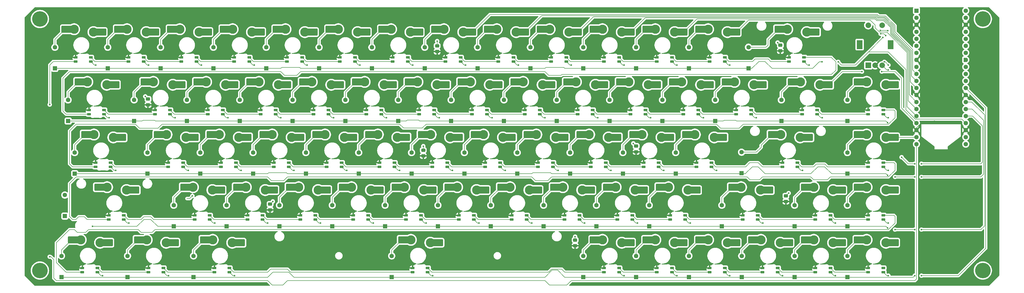
<source format=gbr>
%TF.GenerationSoftware,KiCad,Pcbnew,9.0.2*%
%TF.CreationDate,2025-07-27T20:58:08-05:00*%
%TF.ProjectId,modern-keyboard,6d6f6465-726e-42d6-9b65-79626f617264,rev?*%
%TF.SameCoordinates,Original*%
%TF.FileFunction,Copper,L2,Bot*%
%TF.FilePolarity,Positive*%
%FSLAX46Y46*%
G04 Gerber Fmt 4.6, Leading zero omitted, Abs format (unit mm)*
G04 Created by KiCad (PCBNEW 9.0.2) date 2025-07-27 20:58:08*
%MOMM*%
%LPD*%
G01*
G04 APERTURE LIST*
G04 Aperture macros list*
%AMRoundRect*
0 Rectangle with rounded corners*
0 $1 Rounding radius*
0 $2 $3 $4 $5 $6 $7 $8 $9 X,Y pos of 4 corners*
0 Add a 4 corners polygon primitive as box body*
4,1,4,$2,$3,$4,$5,$6,$7,$8,$9,$2,$3,0*
0 Add four circle primitives for the rounded corners*
1,1,$1+$1,$2,$3*
1,1,$1+$1,$4,$5*
1,1,$1+$1,$6,$7*
1,1,$1+$1,$8,$9*
0 Add four rect primitives between the rounded corners*
20,1,$1+$1,$2,$3,$4,$5,0*
20,1,$1+$1,$4,$5,$6,$7,0*
20,1,$1+$1,$6,$7,$8,$9,0*
20,1,$1+$1,$8,$9,$2,$3,0*%
%AMFreePoly0*
4,1,37,0.603843,0.796157,0.639018,0.796157,0.711114,0.766294,0.766294,0.711114,0.796157,0.639018,0.796157,0.603843,0.800000,0.600000,0.800000,-0.600000,0.796157,-0.603843,0.796157,-0.639018,0.766294,-0.711114,0.711114,-0.766294,0.639018,-0.796157,0.603843,-0.796157,0.600000,-0.800000,0.000000,-0.800000,0.000000,-0.796148,-0.078414,-0.796148,-0.232228,-0.765552,-0.377117,-0.705537,
-0.507515,-0.618408,-0.618408,-0.507515,-0.705537,-0.377117,-0.765552,-0.232228,-0.796148,-0.078414,-0.796148,0.078414,-0.765552,0.232228,-0.705537,0.377117,-0.618408,0.507515,-0.507515,0.618408,-0.377117,0.705537,-0.232228,0.765552,-0.078414,0.796148,0.000000,0.796148,0.000000,0.800000,0.600000,0.800000,0.603843,0.796157,0.603843,0.796157,$1*%
%AMFreePoly1*
4,1,37,0.000000,0.796148,0.078414,0.796148,0.232228,0.765552,0.377117,0.705537,0.507515,0.618408,0.618408,0.507515,0.705537,0.377117,0.765552,0.232228,0.796148,0.078414,0.796148,-0.078414,0.765552,-0.232228,0.705537,-0.377117,0.618408,-0.507515,0.507515,-0.618408,0.377117,-0.705537,0.232228,-0.765552,0.078414,-0.796148,0.000000,-0.796148,0.000000,-0.800000,-0.600000,-0.800000,
-0.603843,-0.796157,-0.639018,-0.796157,-0.711114,-0.766294,-0.766294,-0.711114,-0.796157,-0.639018,-0.796157,-0.603843,-0.800000,-0.600000,-0.800000,0.600000,-0.796157,0.603843,-0.796157,0.639018,-0.766294,0.711114,-0.711114,0.766294,-0.639018,0.796157,-0.603843,0.796157,-0.600000,0.800000,0.000000,0.800000,0.000000,0.796148,0.000000,0.796148,$1*%
%AMFreePoly2*
4,1,18,-0.410000,0.593000,-0.403758,0.624380,-0.385983,0.650983,-0.359380,0.668758,-0.328000,0.675000,0.328000,0.675000,0.359380,0.668758,0.385983,0.650983,0.403758,0.624380,0.410000,0.593000,0.410000,-0.593000,0.403758,-0.624380,0.385983,-0.650983,0.359380,-0.668758,0.328000,-0.675000,0.000000,-0.675000,-0.410000,-0.265000,-0.410000,0.593000,-0.410000,0.593000,$1*%
G04 Aperture macros list end*
%TA.AperFunction,ComponentPad*%
%ADD10C,3.600000*%
%TD*%
%TA.AperFunction,ConnectorPad*%
%ADD11C,5.600000*%
%TD*%
%TA.AperFunction,ComponentPad*%
%ADD12R,2.000000X2.000000*%
%TD*%
%TA.AperFunction,ComponentPad*%
%ADD13C,2.000000*%
%TD*%
%TA.AperFunction,ComponentPad*%
%ADD14R,2.000000X3.200000*%
%TD*%
%TA.AperFunction,ComponentPad*%
%ADD15RoundRect,0.200000X-0.600000X-0.600000X0.600000X-0.600000X0.600000X0.600000X-0.600000X0.600000X0*%
%TD*%
%TA.AperFunction,ComponentPad*%
%ADD16C,1.600000*%
%TD*%
%TA.AperFunction,ComponentPad*%
%ADD17FreePoly0,0.000000*%
%TD*%
%TA.AperFunction,ComponentPad*%
%ADD18FreePoly1,0.000000*%
%TD*%
%TA.AperFunction,ComponentPad*%
%ADD19RoundRect,0.250000X0.550000X-0.550000X0.550000X0.550000X-0.550000X0.550000X-0.550000X-0.550000X0*%
%TD*%
%TA.AperFunction,ComponentPad*%
%ADD20C,3.300000*%
%TD*%
%TA.AperFunction,SMDPad,CuDef*%
%ADD21R,1.200000X2.550000*%
%TD*%
%TA.AperFunction,SMDPad,CuDef*%
%ADD22RoundRect,0.255000X-1.070000X-1.020000X1.070000X-1.020000X1.070000X1.020000X-1.070000X1.020000X0*%
%TD*%
%TA.AperFunction,SMDPad,CuDef*%
%ADD23RoundRect,0.082000X-0.593000X0.328000X-0.593000X-0.328000X0.593000X-0.328000X0.593000X0.328000X0*%
%TD*%
%TA.AperFunction,SMDPad,CuDef*%
%ADD24FreePoly2,270.000000*%
%TD*%
%TA.AperFunction,SMDPad,CuDef*%
%ADD25RoundRect,0.250000X-0.475000X0.337500X-0.475000X-0.337500X0.475000X-0.337500X0.475000X0.337500X0*%
%TD*%
%TA.AperFunction,ViaPad*%
%ADD26C,0.600000*%
%TD*%
%TA.AperFunction,Conductor*%
%ADD27C,0.200000*%
%TD*%
G04 APERTURE END LIST*
D10*
%TO.P,REF\u002A\u002A,1*%
%TO.N,N/C*%
X106000000Y-231000000D03*
D11*
X106000000Y-231000000D03*
%TD*%
D12*
%TO.P,SW83,A,A*%
%TO.N,EC1A*%
X404693750Y-247756250D03*
D13*
%TO.P,SW83,B,B*%
%TO.N,EC1B*%
X409693750Y-247756250D03*
%TO.P,SW83,C,C*%
%TO.N,GND*%
X407193750Y-247756250D03*
D14*
%TO.P,SW83,MP*%
%TO.N,N/C*%
X401593750Y-240256250D03*
X412793750Y-240256250D03*
D13*
%TO.P,SW83,S1,S1*%
%TO.N,Row 0*%
X409693750Y-233256250D03*
%TO.P,SW83,S2,S2*%
%TO.N,Col 14*%
X404693750Y-233256250D03*
%TD*%
D15*
%TO.P,A1,1,GPIO0*%
%TO.N,Col 0*%
X422070000Y-227982500D03*
D16*
%TO.P,A1,2,GPIO1*%
%TO.N,Col 1*%
X422070000Y-230522500D03*
D17*
%TO.P,A1,3,GND*%
%TO.N,GND*%
X422070000Y-233062500D03*
D16*
%TO.P,A1,4,GPIO2*%
%TO.N,Col 2*%
X422070000Y-235602500D03*
%TO.P,A1,5,GPIO3*%
%TO.N,Col 3*%
X422070000Y-238142500D03*
%TO.P,A1,6,GPIO4*%
%TO.N,Col 4*%
X422070000Y-240682500D03*
%TO.P,A1,7,GPIO5*%
%TO.N,Col 5*%
X422070000Y-243222500D03*
D17*
%TO.P,A1,8,GND*%
%TO.N,GND*%
X422070000Y-245762500D03*
D16*
%TO.P,A1,9,GPIO6*%
%TO.N,Col 6*%
X422070000Y-248302500D03*
%TO.P,A1,10,GPIO7*%
%TO.N,Col 7*%
X422070000Y-250842500D03*
%TO.P,A1,11,GPIO8*%
%TO.N,Col 8*%
X422070000Y-253382500D03*
%TO.P,A1,12,GPIO9*%
%TO.N,Col 9*%
X422070000Y-255922500D03*
D17*
%TO.P,A1,13,GND*%
%TO.N,GND*%
X422070000Y-258462500D03*
D16*
%TO.P,A1,14,GPIO10*%
%TO.N,Col 10*%
X422070000Y-261002500D03*
%TO.P,A1,15,GPIO11*%
%TO.N,Col 11*%
X422070000Y-263542500D03*
%TO.P,A1,16,GPIO12*%
%TO.N,Col 12*%
X422070000Y-266082500D03*
%TO.P,A1,17,GPIO13*%
%TO.N,Col 13*%
X422070000Y-268622500D03*
D17*
%TO.P,A1,18,GND*%
%TO.N,GND*%
X422070000Y-271162500D03*
D16*
%TO.P,A1,19,GPIO14*%
%TO.N,Col 14*%
X422070000Y-273702500D03*
%TO.P,A1,20,GPIO15*%
%TO.N,RGB*%
X422070000Y-276242500D03*
%TO.P,A1,21,GPIO16*%
%TO.N,EC1A*%
X439850000Y-276242500D03*
%TO.P,A1,22,GPIO17*%
%TO.N,EC1B*%
X439850000Y-273702500D03*
D18*
%TO.P,A1,23,GND*%
%TO.N,GND*%
X439850000Y-271162500D03*
D16*
%TO.P,A1,24,GPIO18*%
%TO.N,Row 0*%
X439850000Y-268622500D03*
%TO.P,A1,25,GPIO19*%
%TO.N,Row 1*%
X439850000Y-266082500D03*
%TO.P,A1,26,GPIO20*%
%TO.N,Row 2*%
X439850000Y-263542500D03*
%TO.P,A1,27,GPIO21*%
%TO.N,Row 3*%
X439850000Y-261002500D03*
D18*
%TO.P,A1,28,GND*%
%TO.N,GND*%
X439850000Y-258462500D03*
D16*
%TO.P,A1,29,GPIO22*%
%TO.N,Row 4*%
X439850000Y-255922500D03*
%TO.P,A1,30,RUN*%
%TO.N,unconnected-(A1-RUN-Pad30)*%
X439850000Y-253382500D03*
%TO.P,A1,31,GPIO26_ADC0*%
%TO.N,unconnected-(A1-GPIO26_ADC0-Pad31)*%
X439850000Y-250842500D03*
%TO.P,A1,32,GPIO27_ADC1*%
%TO.N,unconnected-(A1-GPIO27_ADC1-Pad32)*%
X439850000Y-248302500D03*
D18*
%TO.P,A1,33,AGND*%
%TO.N,unconnected-(A1-AGND-Pad33)*%
X439850000Y-245762500D03*
D16*
%TO.P,A1,34,GPIO28_ADC2*%
%TO.N,unconnected-(A1-GPIO28_ADC2-Pad34)*%
X439850000Y-243222500D03*
%TO.P,A1,35,ADC_VREF*%
%TO.N,unconnected-(A1-ADC_VREF-Pad35)*%
X439850000Y-240682500D03*
%TO.P,A1,36,3V3*%
%TO.N,unconnected-(A1-3V3-Pad36)*%
X439850000Y-238142500D03*
%TO.P,A1,37,3V3_EN*%
%TO.N,+3V3*%
X439850000Y-235602500D03*
D18*
%TO.P,A1,38,GND*%
%TO.N,GND*%
X439850000Y-233062500D03*
D16*
%TO.P,A1,39,VSYS*%
%TO.N,unconnected-(A1-VSYS-Pad39)*%
X439850000Y-230522500D03*
%TO.P,A1,40,VBUS*%
%TO.N,+5V*%
X439850000Y-227982500D03*
%TD*%
D10*
%TO.P,REF\u002A\u002A,1*%
%TO.N,N/C*%
X446000000Y-231000000D03*
D11*
X446000000Y-231000000D03*
%TD*%
D10*
%TO.P,REF\u002A\u002A,1*%
%TO.N,N/C*%
X446000000Y-322000000D03*
D11*
X446000000Y-322000000D03*
%TD*%
D10*
%TO.P,REF\u002A\u002A,1*%
%TO.N,N/C*%
X106000000Y-322000000D03*
D11*
X106000000Y-322000000D03*
%TD*%
D19*
%TO.P,D27,1,K*%
%TO.N,Row 1*%
X349542500Y-267900000D03*
D16*
%TO.P,D27,2,A*%
%TO.N,Net-(D27-A)*%
X349542500Y-260280000D03*
%TD*%
D20*
%TO.P,SW36,1,1*%
%TO.N,Col 6*%
X253930000Y-273843750D03*
D21*
X255480000Y-273843750D03*
D22*
X257175000Y-273843750D03*
%TO.P,SW36,2,2*%
%TO.N,Net-(D36-A)*%
X243685000Y-272793750D03*
D21*
X245380000Y-272793750D03*
D20*
X246930000Y-272793750D03*
%TD*%
%TO.P,SW6,1,1*%
%TO.N,Col 5*%
X220592500Y-235743750D03*
D21*
X222142500Y-235743750D03*
D22*
X223837500Y-235743750D03*
%TO.P,SW6,2,2*%
%TO.N,Net-(D6-A)*%
X210347500Y-234693750D03*
D21*
X212042500Y-234693750D03*
D20*
X213592500Y-234693750D03*
%TD*%
%TO.P,SW42,1,1*%
%TO.N,Col 13*%
X380136250Y-273843750D03*
D21*
X381686250Y-273843750D03*
D22*
X383381250Y-273843750D03*
%TO.P,SW42,2,2*%
%TO.N,Net-(D42-A)*%
X369891250Y-272793750D03*
D21*
X371586250Y-272793750D03*
D20*
X373136250Y-272793750D03*
%TD*%
D19*
%TO.P,D5,1,K*%
%TO.N,Row 0*%
X187617500Y-248850000D03*
D16*
%TO.P,D5,2,A*%
%TO.N,Net-(D5-A)*%
X187617500Y-241230000D03*
%TD*%
D19*
%TO.P,D62,1,K*%
%TO.N,Row 4*%
X301917500Y-324326250D03*
D16*
%TO.P,D62,2,A*%
%TO.N,Net-(D62-A)*%
X301917500Y-316706250D03*
%TD*%
D23*
%TO.P,LED66,1,VDD*%
%TO.N,+5V*%
X391062500Y-322570000D03*
%TO.P,LED66,2,DOUT*%
%TO.N,Net-(LED66-DOUT)*%
X391062500Y-321070000D03*
%TO.P,LED66,3,DIN*%
%TO.N,Net-(LED65-DOUT)*%
X385612500Y-322570000D03*
D24*
%TO.P,LED66,4,VSS*%
%TO.N,GND*%
X385612500Y-321070000D03*
%TD*%
D23*
%TO.P,LED44,1,VDD*%
%TO.N,+5V*%
X136268750Y-303520000D03*
%TO.P,LED44,2,DOUT*%
%TO.N,Net-(LED44-DOUT)*%
X136268750Y-302020000D03*
%TO.P,LED44,3,DIN*%
%TO.N,Net-(LED43-DOUT)*%
X130818750Y-303520000D03*
D24*
%TO.P,LED44,4,VSS*%
%TO.N,GND*%
X130818750Y-302020000D03*
%TD*%
D25*
%TO.P,C5,1*%
%TO.N,+5V*%
X189000000Y-297962500D03*
%TO.P,C5,2*%
%TO.N,GND*%
X189000000Y-300037500D03*
%TD*%
D19*
%TO.P,D36,1,K*%
%TO.N,Row 2*%
X240005000Y-286950000D03*
D16*
%TO.P,D36,2,A*%
%TO.N,Net-(D36-A)*%
X240005000Y-279330000D03*
%TD*%
D23*
%TO.P,LED1,1,VDD*%
%TO.N,+5V*%
X124362500Y-246370000D03*
%TO.P,LED1,2,DOUT*%
%TO.N,Net-(LED1-DOUT)*%
X124362500Y-244870000D03*
%TO.P,LED1,3,DIN*%
%TO.N,RGB*%
X118912500Y-246370000D03*
D24*
%TO.P,LED1,4,VSS*%
%TO.N,GND*%
X118912500Y-244870000D03*
%TD*%
D23*
%TO.P,LED17,1,VDD*%
%TO.N,+5V*%
X171987500Y-265420000D03*
%TO.P,LED17,2,DOUT*%
%TO.N,Net-(LED17-DOUT)*%
X171987500Y-263920000D03*
%TO.P,LED17,3,DIN*%
%TO.N,Net-(LED16-DOUT)*%
X166537500Y-265420000D03*
D24*
%TO.P,LED17,4,VSS*%
%TO.N,GND*%
X166537500Y-263920000D03*
%TD*%
D25*
%TO.P,C3,1*%
%TO.N,+5V*%
X373000000Y-240462500D03*
%TO.P,C3,2*%
%TO.N,GND*%
X373000000Y-242537500D03*
%TD*%
D23*
%TO.P,LED43,1,VDD*%
%TO.N,+5V*%
X410112500Y-284470000D03*
%TO.P,LED43,2,DOUT*%
%TO.N,Net-(LED43-DOUT)*%
X410112500Y-282970000D03*
%TO.P,LED43,3,DIN*%
%TO.N,Net-(LED42-DOUT)*%
X404662500Y-284470000D03*
D24*
%TO.P,LED43,4,VSS*%
%TO.N,GND*%
X404662500Y-282970000D03*
%TD*%
D23*
%TO.P,LED53,1,VDD*%
%TO.N,+5V*%
X319625000Y-303520000D03*
%TO.P,LED53,2,DOUT*%
%TO.N,Net-(LED53-DOUT)*%
X319625000Y-302020000D03*
%TO.P,LED53,3,DIN*%
%TO.N,Net-(LED52-DOUT)*%
X314175000Y-303520000D03*
D24*
%TO.P,LED53,4,VSS*%
%TO.N,GND*%
X314175000Y-302020000D03*
%TD*%
D20*
%TO.P,SW45,1,1*%
%TO.N,Col 1*%
X168205000Y-292893750D03*
D21*
X169755000Y-292893750D03*
D22*
X171450000Y-292893750D03*
%TO.P,SW45,2,2*%
%TO.N,Net-(D45-A)*%
X157960000Y-291843750D03*
D21*
X159655000Y-291843750D03*
D20*
X161205000Y-291843750D03*
%TD*%
%TO.P,SW47,1,1*%
%TO.N,Col 3*%
X206305000Y-292893750D03*
D21*
X207855000Y-292893750D03*
D22*
X209550000Y-292893750D03*
%TO.P,SW47,2,2*%
%TO.N,Net-(D47-A)*%
X196060000Y-291843750D03*
D21*
X197755000Y-291843750D03*
D20*
X199305000Y-291843750D03*
%TD*%
%TO.P,SW39,1,1*%
%TO.N,Col 9*%
X311080000Y-273843750D03*
D21*
X312630000Y-273843750D03*
D22*
X314325000Y-273843750D03*
%TO.P,SW39,2,2*%
%TO.N,Net-(D39-A)*%
X300835000Y-272793750D03*
D21*
X302530000Y-272793750D03*
D20*
X304080000Y-272793750D03*
%TD*%
D19*
%TO.P,D25,1,K*%
%TO.N,Row 1*%
X311442500Y-267900000D03*
D16*
%TO.P,D25,2,A*%
%TO.N,Net-(D25-A)*%
X311442500Y-260280000D03*
%TD*%
D20*
%TO.P,SW63,1,1*%
%TO.N,Col 10*%
X334892500Y-311943750D03*
D21*
X336442500Y-311943750D03*
D22*
X338137500Y-311943750D03*
%TO.P,SW63,2,2*%
%TO.N,Net-(D63-A)*%
X324647500Y-310893750D03*
D21*
X326342500Y-310893750D03*
D20*
X327892500Y-310893750D03*
%TD*%
D23*
%TO.P,LED41,1,VDD*%
%TO.N,+5V*%
X348200000Y-284470000D03*
%TO.P,LED41,2,DOUT*%
%TO.N,Net-(LED41-DOUT)*%
X348200000Y-282970000D03*
%TO.P,LED41,3,DIN*%
%TO.N,Net-(LED40-DOUT)*%
X342750000Y-284470000D03*
D24*
%TO.P,LED41,4,VSS*%
%TO.N,GND*%
X342750000Y-282970000D03*
%TD*%
D20*
%TO.P,SW24,1,1*%
%TO.N,Col 9*%
X306317500Y-254793750D03*
D21*
X307867500Y-254793750D03*
D22*
X309562500Y-254793750D03*
%TO.P,SW24,2,2*%
%TO.N,Net-(D24-A)*%
X296072500Y-253743750D03*
D21*
X297767500Y-253743750D03*
D20*
X299317500Y-253743750D03*
%TD*%
D19*
%TO.P,D9,1,K*%
%TO.N,Row 0*%
X263817500Y-248850000D03*
D16*
%TO.P,D9,2,A*%
%TO.N,Net-(D9-A)*%
X263817500Y-241230000D03*
%TD*%
D20*
%TO.P,SW48,1,1*%
%TO.N,Col 4*%
X225355000Y-292893750D03*
D21*
X226905000Y-292893750D03*
D22*
X228600000Y-292893750D03*
%TO.P,SW48,2,2*%
%TO.N,Net-(D48-A)*%
X215110000Y-291843750D03*
D21*
X216805000Y-291843750D03*
D20*
X218355000Y-291843750D03*
%TD*%
D23*
%TO.P,LED48,1,VDD*%
%TO.N,+5V*%
X224375000Y-303520000D03*
%TO.P,LED48,2,DOUT*%
%TO.N,Net-(LED48-DOUT)*%
X224375000Y-302020000D03*
%TO.P,LED48,3,DIN*%
%TO.N,Net-(LED47-DOUT)*%
X218925000Y-303520000D03*
D24*
%TO.P,LED48,4,VSS*%
%TO.N,GND*%
X218925000Y-302020000D03*
%TD*%
D23*
%TO.P,LED47,1,VDD*%
%TO.N,+5V*%
X205325000Y-303520000D03*
%TO.P,LED47,2,DOUT*%
%TO.N,Net-(LED47-DOUT)*%
X205325000Y-302020000D03*
%TO.P,LED47,3,DIN*%
%TO.N,Net-(LED46-DOUT)*%
X199875000Y-303520000D03*
D24*
%TO.P,LED47,4,VSS*%
%TO.N,GND*%
X199875000Y-302020000D03*
%TD*%
D19*
%TO.P,D28,1,K*%
%TO.N,Row 1*%
X373355000Y-267900000D03*
D16*
%TO.P,D28,2,A*%
%TO.N,Net-(D28-A)*%
X373355000Y-260280000D03*
%TD*%
D19*
%TO.P,D3,1,K*%
%TO.N,Row 0*%
X149517500Y-248850000D03*
D16*
%TO.P,D3,2,A*%
%TO.N,Net-(D3-A)*%
X149517500Y-241230000D03*
%TD*%
D19*
%TO.P,D18,1,K*%
%TO.N,Row 1*%
X178092500Y-267900000D03*
D16*
%TO.P,D18,2,A*%
%TO.N,Net-(D18-A)*%
X178092500Y-260280000D03*
%TD*%
D20*
%TO.P,SW31,1,1*%
%TO.N,Col 1*%
X158680000Y-273843750D03*
D21*
X160230000Y-273843750D03*
D22*
X161925000Y-273843750D03*
%TO.P,SW31,2,2*%
%TO.N,Net-(D31-A)*%
X148435000Y-272793750D03*
D21*
X150130000Y-272793750D03*
D20*
X151680000Y-272793750D03*
%TD*%
%TO.P,SW28,1,1*%
%TO.N,Col 13*%
X387280000Y-254793750D03*
D21*
X388830000Y-254793750D03*
D22*
X390525000Y-254793750D03*
%TO.P,SW28,2,2*%
%TO.N,Net-(D28-A)*%
X377035000Y-253743750D03*
D21*
X378730000Y-253743750D03*
D20*
X380280000Y-253743750D03*
%TD*%
%TO.P,SW43,1,1*%
%TO.N,Col 14*%
X411092500Y-273843750D03*
D21*
X412642500Y-273843750D03*
D22*
X414337500Y-273843750D03*
%TO.P,SW43,2,2*%
%TO.N,Net-(D43-A)*%
X400847500Y-272793750D03*
D21*
X402542500Y-272793750D03*
D20*
X404092500Y-272793750D03*
%TD*%
D23*
%TO.P,LED58,1,VDD*%
%TO.N,+5V*%
X126743750Y-322570000D03*
%TO.P,LED58,2,DOUT*%
%TO.N,Net-(LED58-DOUT)*%
X126743750Y-321070000D03*
%TO.P,LED58,3,DIN*%
%TO.N,Net-(LED57-DOUT)*%
X121293750Y-322570000D03*
D24*
%TO.P,LED58,4,VSS*%
%TO.N,GND*%
X121293750Y-321070000D03*
%TD*%
D23*
%TO.P,LED26,1,VDD*%
%TO.N,+5V*%
X343437500Y-265420000D03*
%TO.P,LED26,2,DOUT*%
%TO.N,Net-(LED26-DOUT)*%
X343437500Y-263920000D03*
%TO.P,LED26,3,DIN*%
%TO.N,Net-(LED25-DOUT)*%
X337987500Y-265420000D03*
D24*
%TO.P,LED26,4,VSS*%
%TO.N,GND*%
X337987500Y-263920000D03*
%TD*%
D20*
%TO.P,SW54,1,1*%
%TO.N,Col 10*%
X339655000Y-292893750D03*
D21*
X341205000Y-292893750D03*
D22*
X342900000Y-292893750D03*
%TO.P,SW54,2,2*%
%TO.N,Net-(D54-A)*%
X329410000Y-291843750D03*
D21*
X331105000Y-291843750D03*
D20*
X332655000Y-291843750D03*
%TD*%
%TO.P,SW50,1,1*%
%TO.N,Col 6*%
X263455000Y-292893750D03*
D21*
X265005000Y-292893750D03*
D22*
X266700000Y-292893750D03*
%TO.P,SW50,2,2*%
%TO.N,Net-(D50-A)*%
X253210000Y-291843750D03*
D21*
X254905000Y-291843750D03*
D20*
X256455000Y-291843750D03*
%TD*%
D19*
%TO.P,D56,1,K*%
%TO.N,Row 3*%
X378117500Y-306000000D03*
D16*
%TO.P,D56,2,A*%
%TO.N,Net-(D56-A)*%
X378117500Y-298380000D03*
%TD*%
D20*
%TO.P,SW59,1,1*%
%TO.N,Col 1*%
X151536250Y-311943750D03*
D21*
X153086250Y-311943750D03*
D22*
X154781250Y-311943750D03*
%TO.P,SW59,2,2*%
%TO.N,Net-(D59-A)*%
X141291250Y-310893750D03*
D21*
X142986250Y-310893750D03*
D20*
X144536250Y-310893750D03*
%TD*%
%TO.P,SW3,1,1*%
%TO.N,Col 2*%
X163442500Y-235743750D03*
D21*
X164992500Y-235743750D03*
D22*
X166687500Y-235743750D03*
%TO.P,SW3,2,2*%
%TO.N,Net-(D3-A)*%
X153197500Y-234693750D03*
D21*
X154892500Y-234693750D03*
D20*
X156442500Y-234693750D03*
%TD*%
D19*
%TO.P,D51,1,K*%
%TO.N,Row 3*%
X268580000Y-306000000D03*
D16*
%TO.P,D51,2,A*%
%TO.N,Net-(D51-A)*%
X268580000Y-298380000D03*
%TD*%
D19*
%TO.P,D30,1,K*%
%TO.N,Row 2*%
X118561250Y-286950000D03*
D16*
%TO.P,D30,2,A*%
%TO.N,Net-(D30-A)*%
X118561250Y-279330000D03*
%TD*%
D19*
%TO.P,D17,1,K*%
%TO.N,Row 1*%
X159042500Y-267900000D03*
D16*
%TO.P,D17,2,A*%
%TO.N,Net-(D17-A)*%
X159042500Y-260280000D03*
%TD*%
D20*
%TO.P,SW55,1,1*%
%TO.N,Col 12*%
X365848750Y-292893750D03*
D21*
X367398750Y-292893750D03*
D22*
X369093750Y-292893750D03*
%TO.P,SW55,2,2*%
%TO.N,Net-(D55-A)*%
X355603750Y-291843750D03*
D21*
X357298750Y-291843750D03*
D20*
X358848750Y-291843750D03*
%TD*%
D19*
%TO.P,D55,1,K*%
%TO.N,Row 3*%
X351923750Y-306000000D03*
D16*
%TO.P,D55,2,A*%
%TO.N,Net-(D55-A)*%
X351923750Y-298380000D03*
%TD*%
D20*
%TO.P,SW9,1,1*%
%TO.N,Col 8*%
X277742500Y-235743750D03*
D21*
X279292500Y-235743750D03*
D22*
X280987500Y-235743750D03*
%TO.P,SW9,2,2*%
%TO.N,Net-(D9-A)*%
X267497500Y-234693750D03*
D21*
X269192500Y-234693750D03*
D20*
X270742500Y-234693750D03*
%TD*%
%TO.P,SW65,1,1*%
%TO.N,Col 12*%
X372992500Y-311943750D03*
D21*
X374542500Y-311943750D03*
D22*
X376237500Y-311943750D03*
%TO.P,SW65,2,2*%
%TO.N,Net-(D65-A)*%
X362747500Y-310893750D03*
D21*
X364442500Y-310893750D03*
D20*
X365992500Y-310893750D03*
%TD*%
D23*
%TO.P,LED5,1,VDD*%
%TO.N,+5V*%
X200562500Y-246370000D03*
%TO.P,LED5,2,DOUT*%
%TO.N,Net-(LED5-DOUT)*%
X200562500Y-244870000D03*
%TO.P,LED5,3,DIN*%
%TO.N,Net-(LED4-DOUT)*%
X195112500Y-246370000D03*
D24*
%TO.P,LED5,4,VSS*%
%TO.N,GND*%
X195112500Y-244870000D03*
%TD*%
D23*
%TO.P,LED25,1,VDD*%
%TO.N,+5V*%
X324387500Y-265420000D03*
%TO.P,LED25,2,DOUT*%
%TO.N,Net-(LED25-DOUT)*%
X324387500Y-263920000D03*
%TO.P,LED25,3,DIN*%
%TO.N,Net-(LED24-DOUT)*%
X318937500Y-265420000D03*
D24*
%TO.P,LED25,4,VSS*%
%TO.N,GND*%
X318937500Y-263920000D03*
%TD*%
D23*
%TO.P,LED61,1,VDD*%
%TO.N,+5V*%
X245806250Y-322570000D03*
%TO.P,LED61,2,DOUT*%
%TO.N,Net-(LED61-DOUT)*%
X245806250Y-321070000D03*
%TO.P,LED61,3,DIN*%
%TO.N,Net-(LED60-DOUT)*%
X240356250Y-322570000D03*
D24*
%TO.P,LED61,4,VSS*%
%TO.N,GND*%
X240356250Y-321070000D03*
%TD*%
D19*
%TO.P,D34,1,K*%
%TO.N,Row 2*%
X201905000Y-286950000D03*
D16*
%TO.P,D34,2,A*%
%TO.N,Net-(D34-A)*%
X201905000Y-279330000D03*
%TD*%
D20*
%TO.P,SW64,1,1*%
%TO.N,Col 11*%
X353942500Y-311943750D03*
D21*
X355492500Y-311943750D03*
D22*
X357187500Y-311943750D03*
%TO.P,SW64,2,2*%
%TO.N,Net-(D64-A)*%
X343697500Y-310893750D03*
D21*
X345392500Y-310893750D03*
D20*
X346942500Y-310893750D03*
%TD*%
%TO.P,SW7,1,1*%
%TO.N,Col 6*%
X239642500Y-235743750D03*
D21*
X241192500Y-235743750D03*
D22*
X242887500Y-235743750D03*
%TO.P,SW7,2,2*%
%TO.N,Net-(D7-A)*%
X229397500Y-234693750D03*
D21*
X231092500Y-234693750D03*
D20*
X232642500Y-234693750D03*
%TD*%
D25*
%TO.P,C1,1*%
%TO.N,+5V*%
X145000000Y-259962500D03*
%TO.P,C1,2*%
%TO.N,GND*%
X145000000Y-262037500D03*
%TD*%
D23*
%TO.P,LED52,1,VDD*%
%TO.N,+5V*%
X300575000Y-303520000D03*
%TO.P,LED52,2,DOUT*%
%TO.N,Net-(LED52-DOUT)*%
X300575000Y-302020000D03*
%TO.P,LED52,3,DIN*%
%TO.N,Net-(LED51-DOUT)*%
X295125000Y-303520000D03*
D24*
%TO.P,LED52,4,VSS*%
%TO.N,GND*%
X295125000Y-302020000D03*
%TD*%
D20*
%TO.P,SW33,1,1*%
%TO.N,Col 3*%
X196780000Y-273843750D03*
D21*
X198330000Y-273843750D03*
D22*
X200025000Y-273843750D03*
%TO.P,SW33,2,2*%
%TO.N,Net-(D33-A)*%
X186535000Y-272793750D03*
D21*
X188230000Y-272793750D03*
D20*
X189780000Y-272793750D03*
%TD*%
D19*
%TO.P,D33,1,K*%
%TO.N,Row 2*%
X182855000Y-286950000D03*
D16*
%TO.P,D33,2,A*%
%TO.N,Net-(D33-A)*%
X182855000Y-279330000D03*
%TD*%
D19*
%TO.P,D40,1,K*%
%TO.N,Row 2*%
X316205000Y-286950000D03*
D16*
%TO.P,D40,2,A*%
%TO.N,Net-(D40-A)*%
X316205000Y-279330000D03*
%TD*%
D25*
%TO.P,C8,1*%
%TO.N,+5V*%
X249250000Y-240712500D03*
%TO.P,C8,2*%
%TO.N,GND*%
X249250000Y-242787500D03*
%TD*%
D23*
%TO.P,LED12,1,VDD*%
%TO.N,+5V*%
X333912500Y-246370000D03*
%TO.P,LED12,2,DOUT*%
%TO.N,Net-(LED12-DOUT)*%
X333912500Y-244870000D03*
%TO.P,LED12,3,DIN*%
%TO.N,Net-(LED11-DOUT)*%
X328462500Y-246370000D03*
D24*
%TO.P,LED12,4,VSS*%
%TO.N,GND*%
X328462500Y-244870000D03*
%TD*%
D23*
%TO.P,LED27,1,VDD*%
%TO.N,+5V*%
X362487500Y-265420000D03*
%TO.P,LED27,2,DOUT*%
%TO.N,Net-(LED27-DOUT)*%
X362487500Y-263920000D03*
%TO.P,LED27,3,DIN*%
%TO.N,Net-(LED26-DOUT)*%
X357037500Y-265420000D03*
D24*
%TO.P,LED27,4,VSS*%
%TO.N,GND*%
X357037500Y-263920000D03*
%TD*%
D23*
%TO.P,LED30,1,VDD*%
%TO.N,+5V*%
X131506250Y-284470000D03*
%TO.P,LED30,2,DOUT*%
%TO.N,Net-(LED30-DOUT)*%
X131506250Y-282970000D03*
%TO.P,LED30,3,DIN*%
%TO.N,Net-(LED29-DOUT)*%
X126056250Y-284470000D03*
D24*
%TO.P,LED30,4,VSS*%
%TO.N,GND*%
X126056250Y-282970000D03*
%TD*%
D19*
%TO.P,D42,1,K*%
%TO.N,Row 2*%
X359000000Y-286810000D03*
D16*
%TO.P,D42,2,A*%
%TO.N,Net-(D42-A)*%
X359000000Y-279190000D03*
%TD*%
D19*
%TO.P,D4,1,K*%
%TO.N,Row 0*%
X168567500Y-248850000D03*
D16*
%TO.P,D4,2,A*%
%TO.N,Net-(D4-A)*%
X168567500Y-241230000D03*
%TD*%
D20*
%TO.P,SW30,1,1*%
%TO.N,Col 0*%
X132486250Y-273843750D03*
D21*
X134036250Y-273843750D03*
D22*
X135731250Y-273843750D03*
%TO.P,SW30,2,2*%
%TO.N,Net-(D30-A)*%
X122241250Y-272793750D03*
D21*
X123936250Y-272793750D03*
D20*
X125486250Y-272793750D03*
%TD*%
%TO.P,SW18,1,1*%
%TO.N,Col 3*%
X192017500Y-254793750D03*
D21*
X193567500Y-254793750D03*
D22*
X195262500Y-254793750D03*
%TO.P,SW18,2,2*%
%TO.N,Net-(D18-A)*%
X181772500Y-253743750D03*
D21*
X183467500Y-253743750D03*
D20*
X185017500Y-253743750D03*
%TD*%
D19*
%TO.P,D49,1,K*%
%TO.N,Row 3*%
X230480000Y-306000000D03*
D16*
%TO.P,D49,2,A*%
%TO.N,Net-(D49-A)*%
X230480000Y-298380000D03*
%TD*%
D23*
%TO.P,LED8,1,VDD*%
%TO.N,+5V*%
X257712500Y-246370000D03*
%TO.P,LED8,2,DOUT*%
%TO.N,Net-(LED8-DOUT)*%
X257712500Y-244870000D03*
%TO.P,LED8,3,DIN*%
%TO.N,Net-(LED7-DOUT)*%
X252262500Y-246370000D03*
D24*
%TO.P,LED8,4,VSS*%
%TO.N,GND*%
X252262500Y-244870000D03*
%TD*%
D19*
%TO.P,D67,1,K*%
%TO.N,Row 4*%
X397167500Y-324326250D03*
D16*
%TO.P,D67,2,A*%
%TO.N,Net-(D67-A)*%
X397167500Y-316706250D03*
%TD*%
D23*
%TO.P,LED9,1,VDD*%
%TO.N,+5V*%
X276762500Y-246370000D03*
%TO.P,LED9,2,DOUT*%
%TO.N,Net-(LED10-DIN)*%
X276762500Y-244870000D03*
%TO.P,LED9,3,DIN*%
%TO.N,Net-(LED8-DOUT)*%
X271312500Y-246370000D03*
D24*
%TO.P,LED9,4,VSS*%
%TO.N,GND*%
X271312500Y-244870000D03*
%TD*%
D23*
%TO.P,LED65,1,VDD*%
%TO.N,+5V*%
X372012500Y-322570000D03*
%TO.P,LED65,2,DOUT*%
%TO.N,Net-(LED65-DOUT)*%
X372012500Y-321070000D03*
%TO.P,LED65,3,DIN*%
%TO.N,Net-(LED64-DOUT)*%
X366562500Y-322570000D03*
D24*
%TO.P,LED65,4,VSS*%
%TO.N,GND*%
X366562500Y-321070000D03*
%TD*%
D20*
%TO.P,SW29,1,1*%
%TO.N,Col 14*%
X411092500Y-254793750D03*
D21*
X412642500Y-254793750D03*
D22*
X414337500Y-254793750D03*
%TO.P,SW29,2,2*%
%TO.N,Net-(D29-A)*%
X400847500Y-253743750D03*
D21*
X402542500Y-253743750D03*
D20*
X404092500Y-253743750D03*
%TD*%
D23*
%TO.P,LED55,1,VDD*%
%TO.N,+5V*%
X364868750Y-303520000D03*
%TO.P,LED55,2,DOUT*%
%TO.N,Net-(LED55-DOUT)*%
X364868750Y-302020000D03*
%TO.P,LED55,3,DIN*%
%TO.N,Net-(LED54-DOUT)*%
X359418750Y-303520000D03*
D24*
%TO.P,LED55,4,VSS*%
%TO.N,GND*%
X359418750Y-302020000D03*
%TD*%
D20*
%TO.P,SW12,1,1*%
%TO.N,Col 11*%
X334892500Y-235743750D03*
D21*
X336442500Y-235743750D03*
D22*
X338137500Y-235743750D03*
%TO.P,SW12,2,2*%
%TO.N,Net-(D12-A)*%
X324647500Y-234693750D03*
D21*
X326342500Y-234693750D03*
D20*
X327892500Y-234693750D03*
%TD*%
D25*
%TO.P,C6,1*%
%TO.N,+5V*%
X375000000Y-294962500D03*
%TO.P,C6,2*%
%TO.N,GND*%
X375000000Y-297037500D03*
%TD*%
D19*
%TO.P,D43,1,K*%
%TO.N,Row 2*%
X397167500Y-286950000D03*
D16*
%TO.P,D43,2,A*%
%TO.N,Net-(D43-A)*%
X397167500Y-279330000D03*
%TD*%
D23*
%TO.P,LED34,1,VDD*%
%TO.N,+5V*%
X214850000Y-284470000D03*
%TO.P,LED34,2,DOUT*%
%TO.N,Net-(LED34-DOUT)*%
X214850000Y-282970000D03*
%TO.P,LED34,3,DIN*%
%TO.N,Net-(LED33-DOUT)*%
X209400000Y-284470000D03*
D24*
%TO.P,LED34,4,VSS*%
%TO.N,GND*%
X209400000Y-282970000D03*
%TD*%
D20*
%TO.P,SW41,1,1*%
%TO.N,Col 11*%
X349180000Y-273843750D03*
D21*
X350730000Y-273843750D03*
D22*
X352425000Y-273843750D03*
%TO.P,SW41,2,2*%
%TO.N,Net-(D41-A)*%
X338935000Y-272793750D03*
D21*
X340630000Y-272793750D03*
D20*
X342180000Y-272793750D03*
%TD*%
%TO.P,SW19,1,1*%
%TO.N,Col 4*%
X211067500Y-254793750D03*
D21*
X212617500Y-254793750D03*
D22*
X214312500Y-254793750D03*
%TO.P,SW19,2,2*%
%TO.N,Net-(D19-A)*%
X200822500Y-253743750D03*
D21*
X202517500Y-253743750D03*
D20*
X204067500Y-253743750D03*
%TD*%
D19*
%TO.P,D52,1,K*%
%TO.N,Row 3*%
X287630000Y-306000000D03*
D16*
%TO.P,D52,2,A*%
%TO.N,Net-(D52-A)*%
X287630000Y-298380000D03*
%TD*%
D20*
%TO.P,SW10,1,1*%
%TO.N,Col 9*%
X296792500Y-235743750D03*
D21*
X298342500Y-235743750D03*
D22*
X300037500Y-235743750D03*
%TO.P,SW10,2,2*%
%TO.N,Net-(D10-A)*%
X286547500Y-234693750D03*
D21*
X288242500Y-234693750D03*
D20*
X289792500Y-234693750D03*
%TD*%
%TO.P,SW51,1,1*%
%TO.N,Col 7*%
X282505000Y-292893750D03*
D21*
X284055000Y-292893750D03*
D22*
X285750000Y-292893750D03*
%TO.P,SW51,2,2*%
%TO.N,Net-(D51-A)*%
X272260000Y-291843750D03*
D21*
X273955000Y-291843750D03*
D20*
X275505000Y-291843750D03*
%TD*%
D23*
%TO.P,LED49,1,VDD*%
%TO.N,+5V*%
X243425000Y-303520000D03*
%TO.P,LED49,2,DOUT*%
%TO.N,Net-(LED49-DOUT)*%
X243425000Y-302020000D03*
%TO.P,LED49,3,DIN*%
%TO.N,Net-(LED48-DOUT)*%
X237975000Y-303520000D03*
D24*
%TO.P,LED49,4,VSS*%
%TO.N,GND*%
X237975000Y-302020000D03*
%TD*%
D23*
%TO.P,LED29,1,VDD*%
%TO.N,+5V*%
X410112500Y-265420000D03*
%TO.P,LED29,2,DOUT*%
%TO.N,Net-(LED29-DOUT)*%
X410112500Y-263920000D03*
%TO.P,LED29,3,DIN*%
%TO.N,Net-(LED28-DOUT)*%
X404662500Y-265420000D03*
D24*
%TO.P,LED29,4,VSS*%
%TO.N,GND*%
X404662500Y-263920000D03*
%TD*%
D19*
%TO.P,D8,1,K*%
%TO.N,Row 0*%
X244767500Y-248850000D03*
D16*
%TO.P,D8,2,A*%
%TO.N,Net-(D8-A)*%
X244767500Y-241230000D03*
%TD*%
D19*
%TO.P,D45,1,K*%
%TO.N,Row 3*%
X154280000Y-306000000D03*
D16*
%TO.P,D45,2,A*%
%TO.N,Net-(D45-A)*%
X154280000Y-298380000D03*
%TD*%
D23*
%TO.P,LED22,1,VDD*%
%TO.N,+5V*%
X267237500Y-265420000D03*
%TO.P,LED22,2,DOUT*%
%TO.N,Net-(LED22-DOUT)*%
X267237500Y-263920000D03*
%TO.P,LED22,3,DIN*%
%TO.N,Net-(LED21-DOUT)*%
X261787500Y-265420000D03*
D24*
%TO.P,LED22,4,VSS*%
%TO.N,GND*%
X261787500Y-263920000D03*
%TD*%
D19*
%TO.P,D65,1,K*%
%TO.N,Row 4*%
X359067500Y-324326250D03*
D16*
%TO.P,D65,2,A*%
%TO.N,Net-(D65-A)*%
X359067500Y-316706250D03*
%TD*%
D19*
%TO.P,D10,1,K*%
%TO.N,Row 0*%
X282867500Y-248850000D03*
D16*
%TO.P,D10,2,A*%
%TO.N,Net-(D10-A)*%
X282867500Y-241230000D03*
%TD*%
D23*
%TO.P,LED2,1,VDD*%
%TO.N,+5V*%
X143412500Y-246370000D03*
%TO.P,LED2,2,DOUT*%
%TO.N,Net-(LED2-DOUT)*%
X143412500Y-244870000D03*
%TO.P,LED2,3,DIN*%
%TO.N,Net-(LED1-DOUT)*%
X137962500Y-246370000D03*
D24*
%TO.P,LED2,4,VSS*%
%TO.N,GND*%
X137962500Y-244870000D03*
%TD*%
D19*
%TO.P,D41,1,K*%
%TO.N,Row 2*%
X335255000Y-286950000D03*
D16*
%TO.P,D41,2,A*%
%TO.N,Net-(D41-A)*%
X335255000Y-279330000D03*
%TD*%
D23*
%TO.P,LED59,1,VDD*%
%TO.N,+5V*%
X150556250Y-322570000D03*
%TO.P,LED59,2,DOUT*%
%TO.N,Net-(LED59-DOUT)*%
X150556250Y-321070000D03*
%TO.P,LED59,3,DIN*%
%TO.N,Net-(LED58-DOUT)*%
X145106250Y-322570000D03*
D24*
%TO.P,LED59,4,VSS*%
%TO.N,GND*%
X145106250Y-321070000D03*
%TD*%
D23*
%TO.P,LED19,1,VDD*%
%TO.N,+5V*%
X210087500Y-265420000D03*
%TO.P,LED19,2,DOUT*%
%TO.N,Net-(LED19-DOUT)*%
X210087500Y-263920000D03*
%TO.P,LED19,3,DIN*%
%TO.N,Net-(LED18-DOUT)*%
X204637500Y-265420000D03*
D24*
%TO.P,LED19,4,VSS*%
%TO.N,GND*%
X204637500Y-263920000D03*
%TD*%
D19*
%TO.P,D61,1,K*%
%TO.N,Row 4*%
X232861250Y-324326250D03*
D16*
%TO.P,D61,2,A*%
%TO.N,Net-(D61-A)*%
X232861250Y-316706250D03*
%TD*%
D19*
%TO.P,D31,1,K*%
%TO.N,Row 2*%
X144755000Y-286950000D03*
D16*
%TO.P,D31,2,A*%
%TO.N,Net-(D31-A)*%
X144755000Y-279330000D03*
%TD*%
D19*
%TO.P,D48,1,K*%
%TO.N,Row 3*%
X211430000Y-306000000D03*
D16*
%TO.P,D48,2,A*%
%TO.N,Net-(D48-A)*%
X211430000Y-298380000D03*
%TD*%
D23*
%TO.P,LED6,1,VDD*%
%TO.N,+5V*%
X219612500Y-246370000D03*
%TO.P,LED6,2,DOUT*%
%TO.N,Net-(LED6-DOUT)*%
X219612500Y-244870000D03*
%TO.P,LED6,3,DIN*%
%TO.N,Net-(LED5-DOUT)*%
X214162500Y-246370000D03*
D24*
%TO.P,LED6,4,VSS*%
%TO.N,GND*%
X214162500Y-244870000D03*
%TD*%
D20*
%TO.P,SW5,1,1*%
%TO.N,Col 4*%
X201542500Y-235743750D03*
D21*
X203092500Y-235743750D03*
D22*
X204787500Y-235743750D03*
%TO.P,SW5,2,2*%
%TO.N,Net-(D5-A)*%
X191297500Y-234693750D03*
D21*
X192992500Y-234693750D03*
D20*
X194542500Y-234693750D03*
%TD*%
D19*
%TO.P,D20,1,K*%
%TO.N,Row 1*%
X216192500Y-267900000D03*
D16*
%TO.P,D20,2,A*%
%TO.N,Net-(D20-A)*%
X216192500Y-260280000D03*
%TD*%
D20*
%TO.P,SW67,1,1*%
%TO.N,Col 14*%
X411092500Y-311943750D03*
D21*
X412642500Y-311943750D03*
D22*
X414337500Y-311943750D03*
%TO.P,SW67,2,2*%
%TO.N,Net-(D67-A)*%
X400847500Y-310893750D03*
D21*
X402542500Y-310893750D03*
D20*
X404092500Y-310893750D03*
%TD*%
%TO.P,SW53,1,1*%
%TO.N,Col 9*%
X320605000Y-292893750D03*
D21*
X322155000Y-292893750D03*
D22*
X323850000Y-292893750D03*
%TO.P,SW53,2,2*%
%TO.N,Net-(D53-A)*%
X310360000Y-291843750D03*
D21*
X312055000Y-291843750D03*
D20*
X313605000Y-291843750D03*
%TD*%
D23*
%TO.P,LED42,1,VDD*%
%TO.N,+5V*%
X379156250Y-284470000D03*
%TO.P,LED42,2,DOUT*%
%TO.N,Net-(LED42-DOUT)*%
X379156250Y-282970000D03*
%TO.P,LED42,3,DIN*%
%TO.N,Net-(LED41-DOUT)*%
X373706250Y-284470000D03*
D24*
%TO.P,LED42,4,VSS*%
%TO.N,GND*%
X373706250Y-282970000D03*
%TD*%
D23*
%TO.P,LED63,1,VDD*%
%TO.N,+5V*%
X333912500Y-322570000D03*
%TO.P,LED63,2,DOUT*%
%TO.N,Net-(LED63-DOUT)*%
X333912500Y-321070000D03*
%TO.P,LED63,3,DIN*%
%TO.N,Net-(LED62-DOUT)*%
X328462500Y-322570000D03*
D24*
%TO.P,LED63,4,VSS*%
%TO.N,GND*%
X328462500Y-321070000D03*
%TD*%
D23*
%TO.P,LED28,1,VDD*%
%TO.N,+5V*%
X386300000Y-265420000D03*
%TO.P,LED28,2,DOUT*%
%TO.N,Net-(LED28-DOUT)*%
X386300000Y-263920000D03*
%TO.P,LED28,3,DIN*%
%TO.N,Net-(LED27-DOUT)*%
X380850000Y-265420000D03*
D24*
%TO.P,LED28,4,VSS*%
%TO.N,GND*%
X380850000Y-263920000D03*
%TD*%
D19*
%TO.P,D35,1,K*%
%TO.N,Row 2*%
X220955000Y-286950000D03*
D16*
%TO.P,D35,2,A*%
%TO.N,Net-(D35-A)*%
X220955000Y-279330000D03*
%TD*%
D20*
%TO.P,SW34,1,1*%
%TO.N,Col 4*%
X215830000Y-273843750D03*
D21*
X217380000Y-273843750D03*
D22*
X219075000Y-273843750D03*
%TO.P,SW34,2,2*%
%TO.N,Net-(D34-A)*%
X205585000Y-272793750D03*
D21*
X207280000Y-272793750D03*
D20*
X208830000Y-272793750D03*
%TD*%
%TO.P,SW46,1,1*%
%TO.N,Col 2*%
X187255000Y-292893750D03*
D21*
X188805000Y-292893750D03*
D22*
X190500000Y-292893750D03*
%TO.P,SW46,2,2*%
%TO.N,Net-(D46-A)*%
X177010000Y-291843750D03*
D21*
X178705000Y-291843750D03*
D20*
X180255000Y-291843750D03*
%TD*%
D23*
%TO.P,LED21,1,VDD*%
%TO.N,+5V*%
X248187500Y-265420000D03*
%TO.P,LED21,2,DOUT*%
%TO.N,Net-(LED21-DOUT)*%
X248187500Y-263920000D03*
%TO.P,LED21,3,DIN*%
%TO.N,Net-(LED20-DOUT)*%
X242737500Y-265420000D03*
D24*
%TO.P,LED21,4,VSS*%
%TO.N,GND*%
X242737500Y-263920000D03*
%TD*%
D19*
%TO.P,D53,1,K*%
%TO.N,Row 3*%
X306680000Y-306000000D03*
D16*
%TO.P,D53,2,A*%
%TO.N,Net-(D53-A)*%
X306680000Y-298380000D03*
%TD*%
D20*
%TO.P,SW57,1,1*%
%TO.N,Col 14*%
X411092500Y-292893750D03*
D21*
X412642500Y-292893750D03*
D22*
X414337500Y-292893750D03*
%TO.P,SW57,2,2*%
%TO.N,Net-(D57-A)*%
X400847500Y-291843750D03*
D21*
X402542500Y-291843750D03*
D20*
X404092500Y-291843750D03*
%TD*%
D23*
%TO.P,LED33,1,VDD*%
%TO.N,+5V*%
X195800000Y-284470000D03*
%TO.P,LED33,2,DOUT*%
%TO.N,Net-(LED33-DOUT)*%
X195800000Y-282970000D03*
%TO.P,LED33,3,DIN*%
%TO.N,Net-(LED32-DOUT)*%
X190350000Y-284470000D03*
D24*
%TO.P,LED33,4,VSS*%
%TO.N,GND*%
X190350000Y-282970000D03*
%TD*%
D23*
%TO.P,LED16,1,VDD*%
%TO.N,+5V*%
X152937500Y-265420000D03*
%TO.P,LED16,2,DOUT*%
%TO.N,Net-(LED16-DOUT)*%
X152937500Y-263920000D03*
%TO.P,LED16,3,DIN*%
%TO.N,Net-(LED15-DOUT)*%
X147487500Y-265420000D03*
D24*
%TO.P,LED16,4,VSS*%
%TO.N,GND*%
X147487500Y-263920000D03*
%TD*%
D23*
%TO.P,LED57,1,VDD*%
%TO.N,+5V*%
X410112500Y-303520000D03*
%TO.P,LED57,2,DOUT*%
%TO.N,Net-(LED57-DOUT)*%
X410112500Y-302020000D03*
%TO.P,LED57,3,DIN*%
%TO.N,Net-(LED56-DOUT)*%
X404662500Y-303520000D03*
D24*
%TO.P,LED57,4,VSS*%
%TO.N,GND*%
X404662500Y-302020000D03*
%TD*%
D23*
%TO.P,LED50,1,VDD*%
%TO.N,+5V*%
X262475000Y-303520000D03*
%TO.P,LED50,2,DOUT*%
%TO.N,Net-(LED50-DOUT)*%
X262475000Y-302020000D03*
%TO.P,LED50,3,DIN*%
%TO.N,Net-(LED49-DOUT)*%
X257025000Y-303520000D03*
D24*
%TO.P,LED50,4,VSS*%
%TO.N,GND*%
X257025000Y-302020000D03*
%TD*%
D20*
%TO.P,SW66,1,1*%
%TO.N,Col 13*%
X392042500Y-311943750D03*
D21*
X393592500Y-311943750D03*
D22*
X395287500Y-311943750D03*
%TO.P,SW66,2,2*%
%TO.N,Net-(D66-A)*%
X381797500Y-310893750D03*
D21*
X383492500Y-310893750D03*
D20*
X385042500Y-310893750D03*
%TD*%
%TO.P,SW32,1,1*%
%TO.N,Col 2*%
X177730000Y-273843750D03*
D21*
X179280000Y-273843750D03*
D22*
X180975000Y-273843750D03*
%TO.P,SW32,2,2*%
%TO.N,Net-(D32-A)*%
X167485000Y-272793750D03*
D21*
X169180000Y-272793750D03*
D20*
X170730000Y-272793750D03*
%TD*%
D19*
%TO.P,D47,1,K*%
%TO.N,Row 3*%
X192380000Y-306000000D03*
D16*
%TO.P,D47,2,A*%
%TO.N,Net-(D47-A)*%
X192380000Y-298380000D03*
%TD*%
D23*
%TO.P,LED46,1,VDD*%
%TO.N,+5V*%
X186275000Y-303520000D03*
%TO.P,LED46,2,DOUT*%
%TO.N,Net-(LED46-DOUT)*%
X186275000Y-302020000D03*
%TO.P,LED46,3,DIN*%
%TO.N,Net-(LED45-DOUT)*%
X180825000Y-303520000D03*
D24*
%TO.P,LED46,4,VSS*%
%TO.N,GND*%
X180825000Y-302020000D03*
%TD*%
D19*
%TO.P,D50,1,K*%
%TO.N,Row 3*%
X249530000Y-306000000D03*
D16*
%TO.P,D50,2,A*%
%TO.N,Net-(D50-A)*%
X249530000Y-298380000D03*
%TD*%
D20*
%TO.P,SW8,1,1*%
%TO.N,Col 7*%
X258692500Y-235743750D03*
D21*
X260242500Y-235743750D03*
D22*
X261937500Y-235743750D03*
%TO.P,SW8,2,2*%
%TO.N,Net-(D8-A)*%
X248447500Y-234693750D03*
D21*
X250142500Y-234693750D03*
D20*
X251692500Y-234693750D03*
%TD*%
%TO.P,SW38,1,1*%
%TO.N,Col 8*%
X292030000Y-273843750D03*
D21*
X293580000Y-273843750D03*
D22*
X295275000Y-273843750D03*
%TO.P,SW38,2,2*%
%TO.N,Net-(D38-A)*%
X281785000Y-272793750D03*
D21*
X283480000Y-272793750D03*
D20*
X285030000Y-272793750D03*
%TD*%
%TO.P,SW26,1,1*%
%TO.N,Col 11*%
X344417500Y-254793750D03*
D21*
X345967500Y-254793750D03*
D22*
X347662500Y-254793750D03*
%TO.P,SW26,2,2*%
%TO.N,Net-(D26-A)*%
X334172500Y-253743750D03*
D21*
X335867500Y-253743750D03*
D20*
X337417500Y-253743750D03*
%TD*%
%TO.P,SW62,1,1*%
%TO.N,Col 9*%
X315842500Y-311943750D03*
D21*
X317392500Y-311943750D03*
D22*
X319087500Y-311943750D03*
%TO.P,SW62,2,2*%
%TO.N,Net-(D62-A)*%
X305597500Y-310893750D03*
D21*
X307292500Y-310893750D03*
D20*
X308842500Y-310893750D03*
%TD*%
%TO.P,SW52,1,1*%
%TO.N,Col 8*%
X301555000Y-292893750D03*
D21*
X303105000Y-292893750D03*
D22*
X304800000Y-292893750D03*
%TO.P,SW52,2,2*%
%TO.N,Net-(D52-A)*%
X291310000Y-291843750D03*
D21*
X293005000Y-291843750D03*
D20*
X294555000Y-291843750D03*
%TD*%
D23*
%TO.P,LED7,1,VDD*%
%TO.N,+5V*%
X238662500Y-246370000D03*
%TO.P,LED7,2,DOUT*%
%TO.N,Net-(LED7-DOUT)*%
X238662500Y-244870000D03*
%TO.P,LED7,3,DIN*%
%TO.N,Net-(LED6-DOUT)*%
X233212500Y-246370000D03*
D24*
%TO.P,LED7,4,VSS*%
%TO.N,GND*%
X233212500Y-244870000D03*
%TD*%
D19*
%TO.P,D7,1,K*%
%TO.N,Row 0*%
X225717500Y-248850000D03*
D16*
%TO.P,D7,2,A*%
%TO.N,Net-(D7-A)*%
X225717500Y-241230000D03*
%TD*%
D19*
%TO.P,D14,1,K*%
%TO.N,Row 0*%
X361500000Y-248810000D03*
D16*
%TO.P,D14,2,A*%
%TO.N,Net-(D14-A)*%
X361500000Y-241190000D03*
%TD*%
D19*
%TO.P,D38,1,K*%
%TO.N,Row 2*%
X278105000Y-286950000D03*
D16*
%TO.P,D38,2,A*%
%TO.N,Net-(D38-A)*%
X278105000Y-279330000D03*
%TD*%
D19*
%TO.P,D59,1,K*%
%TO.N,Row 4*%
X137611250Y-324326250D03*
D16*
%TO.P,D59,2,A*%
%TO.N,Net-(D59-A)*%
X137611250Y-316706250D03*
%TD*%
D20*
%TO.P,SW44,1,1*%
%TO.N,Col 0*%
X137248750Y-292893750D03*
D21*
X138798750Y-292893750D03*
D22*
X140493750Y-292893750D03*
%TO.P,SW44,2,2*%
%TO.N,Net-(D44-A)*%
X127003750Y-291843750D03*
D21*
X128698750Y-291843750D03*
D20*
X130248750Y-291843750D03*
%TD*%
D23*
%TO.P,LED38,1,VDD*%
%TO.N,+5V*%
X291050000Y-284470000D03*
%TO.P,LED38,2,DOUT*%
%TO.N,Net-(LED38-DOUT)*%
X291050000Y-282970000D03*
%TO.P,LED38,3,DIN*%
%TO.N,Net-(LED37-DOUT)*%
X285600000Y-284470000D03*
D24*
%TO.P,LED38,4,VSS*%
%TO.N,GND*%
X285600000Y-282970000D03*
%TD*%
D20*
%TO.P,SW25,1,1*%
%TO.N,Col 10*%
X325367500Y-254793750D03*
D21*
X326917500Y-254793750D03*
D22*
X328612500Y-254793750D03*
%TO.P,SW25,2,2*%
%TO.N,Net-(D25-A)*%
X315122500Y-253743750D03*
D21*
X316817500Y-253743750D03*
D20*
X318367500Y-253743750D03*
%TD*%
D19*
%TO.P,D66,1,K*%
%TO.N,Row 4*%
X378117500Y-324326250D03*
D16*
%TO.P,D66,2,A*%
%TO.N,Net-(D66-A)*%
X378117500Y-316706250D03*
%TD*%
D19*
%TO.P,D23,1,K*%
%TO.N,Row 1*%
X273342500Y-267900000D03*
D16*
%TO.P,D23,2,A*%
%TO.N,Net-(D23-A)*%
X273342500Y-260280000D03*
%TD*%
D19*
%TO.P,D12,1,K*%
%TO.N,Row 0*%
X320967500Y-248850000D03*
D16*
%TO.P,D12,2,A*%
%TO.N,Net-(D12-A)*%
X320967500Y-241230000D03*
%TD*%
D20*
%TO.P,SW15,1,1*%
%TO.N,Col 0*%
X130105000Y-254793750D03*
D21*
X131655000Y-254793750D03*
D22*
X133350000Y-254793750D03*
%TO.P,SW15,2,2*%
%TO.N,Net-(D15-A)*%
X119860000Y-253743750D03*
D21*
X121555000Y-253743750D03*
D20*
X123105000Y-253743750D03*
%TD*%
D23*
%TO.P,LED18,1,VDD*%
%TO.N,+5V*%
X191037500Y-265420000D03*
%TO.P,LED18,2,DOUT*%
%TO.N,Net-(LED18-DOUT)*%
X191037500Y-263920000D03*
%TO.P,LED18,3,DIN*%
%TO.N,Net-(LED17-DOUT)*%
X185587500Y-265420000D03*
D24*
%TO.P,LED18,4,VSS*%
%TO.N,GND*%
X185587500Y-263920000D03*
%TD*%
D23*
%TO.P,LED51,1,VDD*%
%TO.N,+5V*%
X281525000Y-303520000D03*
%TO.P,LED51,2,DOUT*%
%TO.N,Net-(LED51-DOUT)*%
X281525000Y-302020000D03*
%TO.P,LED51,3,DIN*%
%TO.N,Net-(LED50-DOUT)*%
X276075000Y-303520000D03*
D24*
%TO.P,LED51,4,VSS*%
%TO.N,GND*%
X276075000Y-302020000D03*
%TD*%
D23*
%TO.P,LED4,1,VDD*%
%TO.N,+5V*%
X181512500Y-246370000D03*
%TO.P,LED4,2,DOUT*%
%TO.N,Net-(LED4-DOUT)*%
X181512500Y-244870000D03*
%TO.P,LED4,3,DIN*%
%TO.N,Net-(LED3-DOUT)*%
X176062500Y-246370000D03*
D24*
%TO.P,LED4,4,VSS*%
%TO.N,GND*%
X176062500Y-244870000D03*
%TD*%
D23*
%TO.P,LED35,1,VDD*%
%TO.N,+5V*%
X233900000Y-284470000D03*
%TO.P,LED35,2,DOUT*%
%TO.N,Net-(LED35-DOUT)*%
X233900000Y-282970000D03*
%TO.P,LED35,3,DIN*%
%TO.N,Net-(LED34-DOUT)*%
X228450000Y-284470000D03*
D24*
%TO.P,LED35,4,VSS*%
%TO.N,GND*%
X228450000Y-282970000D03*
%TD*%
D20*
%TO.P,SW35,1,1*%
%TO.N,Col 5*%
X234880000Y-273843750D03*
D21*
X236430000Y-273843750D03*
D22*
X238125000Y-273843750D03*
%TO.P,SW35,2,2*%
%TO.N,Net-(D35-A)*%
X224635000Y-272793750D03*
D21*
X226330000Y-272793750D03*
D20*
X227880000Y-272793750D03*
%TD*%
D23*
%TO.P,LED37,1,VDD*%
%TO.N,+5V*%
X272000000Y-284470000D03*
%TO.P,LED37,2,DOUT*%
%TO.N,Net-(LED37-DOUT)*%
X272000000Y-282970000D03*
%TO.P,LED37,3,DIN*%
%TO.N,Net-(LED36-DOUT)*%
X266550000Y-284470000D03*
D24*
%TO.P,LED37,4,VSS*%
%TO.N,GND*%
X266550000Y-282970000D03*
%TD*%
D20*
%TO.P,SW20,1,1*%
%TO.N,Col 5*%
X230117500Y-254793750D03*
D21*
X231667500Y-254793750D03*
D22*
X233362500Y-254793750D03*
%TO.P,SW20,2,2*%
%TO.N,Net-(D20-A)*%
X219872500Y-253743750D03*
D21*
X221567500Y-253743750D03*
D20*
X223117500Y-253743750D03*
%TD*%
D19*
%TO.P,D60,1,K*%
%TO.N,Row 4*%
X161423750Y-324326250D03*
D16*
%TO.P,D60,2,A*%
%TO.N,Net-(D60-A)*%
X161423750Y-316706250D03*
%TD*%
D20*
%TO.P,SW61,1,1*%
%TO.N,Col 5*%
X246786250Y-311943750D03*
D21*
X248336250Y-311943750D03*
D22*
X250031250Y-311943750D03*
%TO.P,SW61,2,2*%
%TO.N,Net-(D61-A)*%
X236541250Y-310893750D03*
D21*
X238236250Y-310893750D03*
D20*
X239786250Y-310893750D03*
%TD*%
D19*
%TO.P,D11,1,K*%
%TO.N,Row 0*%
X301917500Y-248850000D03*
D16*
%TO.P,D11,2,A*%
%TO.N,Net-(D11-A)*%
X301917500Y-241230000D03*
%TD*%
D20*
%TO.P,SW27,1,1*%
%TO.N,Col 12*%
X363467500Y-254793750D03*
D21*
X365017500Y-254793750D03*
D22*
X366712500Y-254793750D03*
%TO.P,SW27,2,2*%
%TO.N,Net-(D27-A)*%
X353222500Y-253743750D03*
D21*
X354917500Y-253743750D03*
D20*
X356467500Y-253743750D03*
%TD*%
D23*
%TO.P,LED3,1,VDD*%
%TO.N,+5V*%
X162462500Y-246370000D03*
%TO.P,LED3,2,DOUT*%
%TO.N,Net-(LED3-DOUT)*%
X162462500Y-244870000D03*
%TO.P,LED3,3,DIN*%
%TO.N,Net-(LED2-DOUT)*%
X157012500Y-246370000D03*
D24*
%TO.P,LED3,4,VSS*%
%TO.N,GND*%
X157012500Y-244870000D03*
%TD*%
D23*
%TO.P,LED45,1,VDD*%
%TO.N,+5V*%
X167225000Y-303520000D03*
%TO.P,LED45,2,DOUT*%
%TO.N,Net-(LED45-DOUT)*%
X167225000Y-302020000D03*
%TO.P,LED45,3,DIN*%
%TO.N,Net-(LED44-DOUT)*%
X161775000Y-303520000D03*
D24*
%TO.P,LED45,4,VSS*%
%TO.N,GND*%
X161775000Y-302020000D03*
%TD*%
D20*
%TO.P,SW22,1,1*%
%TO.N,Col 7*%
X268217500Y-254793750D03*
D21*
X269767500Y-254793750D03*
D22*
X271462500Y-254793750D03*
%TO.P,SW22,2,2*%
%TO.N,Net-(D22-A)*%
X257972500Y-253743750D03*
D21*
X259667500Y-253743750D03*
D20*
X261217500Y-253743750D03*
%TD*%
D23*
%TO.P,LED31,1,VDD*%
%TO.N,+5V*%
X157700000Y-284470000D03*
%TO.P,LED31,2,DOUT*%
%TO.N,Net-(LED31-DOUT)*%
X157700000Y-282970000D03*
%TO.P,LED31,3,DIN*%
%TO.N,Net-(LED30-DOUT)*%
X152250000Y-284470000D03*
D24*
%TO.P,LED31,4,VSS*%
%TO.N,GND*%
X152250000Y-282970000D03*
%TD*%
D23*
%TO.P,LED15,1,VDD*%
%TO.N,+5V*%
X129125000Y-265420000D03*
%TO.P,LED15,2,DOUT*%
%TO.N,Net-(LED15-DOUT)*%
X129125000Y-263920000D03*
%TO.P,LED15,3,DIN*%
%TO.N,Net-(LED14-DOUT)*%
X123675000Y-265420000D03*
D24*
%TO.P,LED15,4,VSS*%
%TO.N,GND*%
X123675000Y-263920000D03*
%TD*%
D19*
%TO.P,D57,1,K*%
%TO.N,Row 3*%
X397167500Y-306000000D03*
D16*
%TO.P,D57,2,A*%
%TO.N,Net-(D57-A)*%
X397167500Y-298380000D03*
%TD*%
D23*
%TO.P,LED60,1,VDD*%
%TO.N,+5V*%
X174368750Y-322570000D03*
%TO.P,LED60,2,DOUT*%
%TO.N,Net-(LED60-DOUT)*%
X174368750Y-321070000D03*
%TO.P,LED60,3,DIN*%
%TO.N,Net-(LED59-DOUT)*%
X168918750Y-322570000D03*
D24*
%TO.P,LED60,4,VSS*%
%TO.N,GND*%
X168918750Y-321070000D03*
%TD*%
D19*
%TO.P,D2,1,K*%
%TO.N,Row 0*%
X130467500Y-248850000D03*
D16*
%TO.P,D2,2,A*%
%TO.N,Net-(D2-A)*%
X130467500Y-241230000D03*
%TD*%
D20*
%TO.P,SW16,1,1*%
%TO.N,Col 1*%
X153917500Y-254793750D03*
D21*
X155467500Y-254793750D03*
D22*
X157162500Y-254793750D03*
%TO.P,SW16,2,2*%
%TO.N,Net-(D16-A)*%
X143672500Y-253743750D03*
D21*
X145367500Y-253743750D03*
D20*
X146917500Y-253743750D03*
%TD*%
D23*
%TO.P,LED54,1,VDD*%
%TO.N,+5V*%
X338675000Y-303520000D03*
%TO.P,LED54,2,DOUT*%
%TO.N,Net-(LED54-DOUT)*%
X338675000Y-302020000D03*
%TO.P,LED54,3,DIN*%
%TO.N,Net-(LED53-DOUT)*%
X333225000Y-303520000D03*
D24*
%TO.P,LED54,4,VSS*%
%TO.N,GND*%
X333225000Y-302020000D03*
%TD*%
D23*
%TO.P,LED13,1,VDD*%
%TO.N,+5V*%
X352962500Y-246370000D03*
%TO.P,LED13,2,DOUT*%
%TO.N,Net-(LED13-DOUT)*%
X352962500Y-244870000D03*
%TO.P,LED13,3,DIN*%
%TO.N,Net-(LED12-DOUT)*%
X347512500Y-246370000D03*
D24*
%TO.P,LED13,4,VSS*%
%TO.N,GND*%
X347512500Y-244870000D03*
%TD*%
D20*
%TO.P,SW2,1,1*%
%TO.N,Col 1*%
X144392500Y-235743750D03*
D21*
X145942500Y-235743750D03*
D22*
X147637500Y-235743750D03*
%TO.P,SW2,2,2*%
%TO.N,Net-(D2-A)*%
X134147500Y-234693750D03*
D21*
X135842500Y-234693750D03*
D20*
X137392500Y-234693750D03*
%TD*%
%TO.P,SW49,1,1*%
%TO.N,Col 5*%
X244405000Y-292893750D03*
D21*
X245955000Y-292893750D03*
D22*
X247650000Y-292893750D03*
%TO.P,SW49,2,2*%
%TO.N,Net-(D49-A)*%
X234160000Y-291843750D03*
D21*
X235855000Y-291843750D03*
D20*
X237405000Y-291843750D03*
%TD*%
%TO.P,SW40,1,1*%
%TO.N,Col 10*%
X330130000Y-273843750D03*
D21*
X331680000Y-273843750D03*
D22*
X333375000Y-273843750D03*
%TO.P,SW40,2,2*%
%TO.N,Net-(D40-A)*%
X319885000Y-272793750D03*
D21*
X321580000Y-272793750D03*
D20*
X323130000Y-272793750D03*
%TD*%
D19*
%TO.P,D39,1,K*%
%TO.N,Row 2*%
X297155000Y-286950000D03*
D16*
%TO.P,D39,2,A*%
%TO.N,Net-(D39-A)*%
X297155000Y-279330000D03*
%TD*%
D20*
%TO.P,SW4,1,1*%
%TO.N,Col 3*%
X182492500Y-235743750D03*
D21*
X184042500Y-235743750D03*
D22*
X185737500Y-235743750D03*
%TO.P,SW4,2,2*%
%TO.N,Net-(D4-A)*%
X172247500Y-234693750D03*
D21*
X173942500Y-234693750D03*
D20*
X175492500Y-234693750D03*
%TD*%
D23*
%TO.P,LED67,1,VDD*%
%TO.N,+5V*%
X410112500Y-322570000D03*
%TO.P,LED67,2,DOUT*%
%TO.N,unconnected-(LED67-DOUT-Pad2)*%
X410112500Y-321070000D03*
%TO.P,LED67,3,DIN*%
%TO.N,Net-(LED66-DOUT)*%
X404662500Y-322570000D03*
D24*
%TO.P,LED67,4,VSS*%
%TO.N,GND*%
X404662500Y-321070000D03*
%TD*%
D19*
%TO.P,D22,1,K*%
%TO.N,Row 1*%
X254292500Y-267900000D03*
D16*
%TO.P,D22,2,A*%
%TO.N,Net-(D22-A)*%
X254292500Y-260280000D03*
%TD*%
D23*
%TO.P,LED10,1,VDD*%
%TO.N,+5V*%
X295812500Y-246370000D03*
%TO.P,LED10,2,DOUT*%
%TO.N,Net-(LED10-DOUT)*%
X295812500Y-244870000D03*
%TO.P,LED10,3,DIN*%
%TO.N,Net-(LED10-DIN)*%
X290362500Y-246370000D03*
D24*
%TO.P,LED10,4,VSS*%
%TO.N,GND*%
X290362500Y-244870000D03*
%TD*%
D19*
%TO.P,D6,1,K*%
%TO.N,Row 0*%
X206667500Y-248850000D03*
D16*
%TO.P,D6,2,A*%
%TO.N,Net-(D6-A)*%
X206667500Y-241230000D03*
%TD*%
D19*
%TO.P,D13,1,K*%
%TO.N,Row 0*%
X340017500Y-248850000D03*
D16*
%TO.P,D13,2,A*%
%TO.N,Net-(D13-A)*%
X340017500Y-241230000D03*
%TD*%
D19*
%TO.P,D63,1,K*%
%TO.N,Row 4*%
X320967500Y-324326250D03*
D16*
%TO.P,D63,2,A*%
%TO.N,Net-(D63-A)*%
X320967500Y-316706250D03*
%TD*%
D23*
%TO.P,LED62,1,VDD*%
%TO.N,+5V*%
X314862500Y-322570000D03*
%TO.P,LED62,2,DOUT*%
%TO.N,Net-(LED62-DOUT)*%
X314862500Y-321070000D03*
%TO.P,LED62,3,DIN*%
%TO.N,Net-(LED61-DOUT)*%
X309412500Y-322570000D03*
D24*
%TO.P,LED62,4,VSS*%
%TO.N,GND*%
X309412500Y-321070000D03*
%TD*%
D23*
%TO.P,LED36,1,VDD*%
%TO.N,+5V*%
X252950000Y-284470000D03*
%TO.P,LED36,2,DOUT*%
%TO.N,Net-(LED36-DOUT)*%
X252950000Y-282970000D03*
%TO.P,LED36,3,DIN*%
%TO.N,Net-(LED35-DOUT)*%
X247500000Y-284470000D03*
D24*
%TO.P,LED36,4,VSS*%
%TO.N,GND*%
X247500000Y-282970000D03*
%TD*%
D23*
%TO.P,LED23,1,VDD*%
%TO.N,+5V*%
X286287500Y-265420000D03*
%TO.P,LED23,2,DOUT*%
%TO.N,Net-(LED23-DOUT)*%
X286287500Y-263920000D03*
%TO.P,LED23,3,DIN*%
%TO.N,Net-(LED22-DOUT)*%
X280837500Y-265420000D03*
D24*
%TO.P,LED23,4,VSS*%
%TO.N,GND*%
X280837500Y-263920000D03*
%TD*%
D20*
%TO.P,SW14,1,1*%
%TO.N,Col 13*%
X382517500Y-235743750D03*
D21*
X384067500Y-235743750D03*
D22*
X385762500Y-235743750D03*
%TO.P,SW14,2,2*%
%TO.N,Net-(D14-A)*%
X372272500Y-234693750D03*
D21*
X373967500Y-234693750D03*
D20*
X375517500Y-234693750D03*
%TD*%
D23*
%TO.P,LED40,1,VDD*%
%TO.N,+5V*%
X329150000Y-284470000D03*
%TO.P,LED40,2,DOUT*%
%TO.N,Net-(LED40-DOUT)*%
X329150000Y-282970000D03*
%TO.P,LED40,3,DIN*%
%TO.N,Net-(LED39-DOUT)*%
X323700000Y-284470000D03*
D24*
%TO.P,LED40,4,VSS*%
%TO.N,GND*%
X323700000Y-282970000D03*
%TD*%
D19*
%TO.P,D58,1,K*%
%TO.N,Row 4*%
X113798750Y-324326250D03*
D16*
%TO.P,D58,2,A*%
%TO.N,Net-(D58-A)*%
X113798750Y-316706250D03*
%TD*%
D20*
%TO.P,SW1,1,1*%
%TO.N,Col 0*%
X125342500Y-235743750D03*
D21*
X126892500Y-235743750D03*
D22*
X128587500Y-235743750D03*
%TO.P,SW1,2,2*%
%TO.N,Net-(D1-A)*%
X115097500Y-234693750D03*
D21*
X116792500Y-234693750D03*
D20*
X118342500Y-234693750D03*
%TD*%
%TO.P,SW17,1,1*%
%TO.N,Col 2*%
X172967500Y-254793750D03*
D21*
X174517500Y-254793750D03*
D22*
X176212500Y-254793750D03*
%TO.P,SW17,2,2*%
%TO.N,Net-(D17-A)*%
X162722500Y-253743750D03*
D21*
X164417500Y-253743750D03*
D20*
X165967500Y-253743750D03*
%TD*%
D19*
%TO.P,D1,1,K*%
%TO.N,Row 0*%
X111417500Y-248850000D03*
D16*
%TO.P,D1,2,A*%
%TO.N,Net-(D1-A)*%
X111417500Y-241230000D03*
%TD*%
D20*
%TO.P,SW13,1,1*%
%TO.N,Col 12*%
X353942500Y-235743750D03*
D21*
X355492500Y-235743750D03*
D22*
X357187500Y-235743750D03*
%TO.P,SW13,2,2*%
%TO.N,Net-(D13-A)*%
X343697500Y-234693750D03*
D21*
X345392500Y-234693750D03*
D20*
X346942500Y-234693750D03*
%TD*%
D19*
%TO.P,D16,1,K*%
%TO.N,Row 1*%
X139992500Y-267900000D03*
D16*
%TO.P,D16,2,A*%
%TO.N,Net-(D16-A)*%
X139992500Y-260280000D03*
%TD*%
D20*
%TO.P,SW21,1,1*%
%TO.N,Col 6*%
X249167500Y-254793750D03*
D21*
X250717500Y-254793750D03*
D22*
X252412500Y-254793750D03*
%TO.P,SW21,2,2*%
%TO.N,Net-(D21-A)*%
X238922500Y-253743750D03*
D21*
X240617500Y-253743750D03*
D20*
X242167500Y-253743750D03*
%TD*%
D19*
%TO.P,D37,1,K*%
%TO.N,Row 2*%
X259055000Y-286950000D03*
D16*
%TO.P,D37,2,A*%
%TO.N,Net-(D37-A)*%
X259055000Y-279330000D03*
%TD*%
D20*
%TO.P,SW56,1,1*%
%TO.N,Col 13*%
X392042500Y-292893750D03*
D21*
X393592500Y-292893750D03*
D22*
X395287500Y-292893750D03*
%TO.P,SW56,2,2*%
%TO.N,Net-(D56-A)*%
X381797500Y-291843750D03*
D21*
X383492500Y-291843750D03*
D20*
X385042500Y-291843750D03*
%TD*%
D19*
%TO.P,D29,1,K*%
%TO.N,Row 1*%
X397167500Y-267900000D03*
D16*
%TO.P,D29,2,A*%
%TO.N,Net-(D29-A)*%
X397167500Y-260280000D03*
%TD*%
D19*
%TO.P,D21,1,K*%
%TO.N,Row 1*%
X235242500Y-267900000D03*
D16*
%TO.P,D21,2,A*%
%TO.N,Net-(D21-A)*%
X235242500Y-260280000D03*
%TD*%
D20*
%TO.P,SW60,1,1*%
%TO.N,Col 2*%
X175348750Y-311943750D03*
D21*
X176898750Y-311943750D03*
D22*
X178593750Y-311943750D03*
%TO.P,SW60,2,2*%
%TO.N,Net-(D60-A)*%
X165103750Y-310893750D03*
D21*
X166798750Y-310893750D03*
D20*
X168348750Y-310893750D03*
%TD*%
D23*
%TO.P,LED11,1,VDD*%
%TO.N,+5V*%
X314862500Y-246370000D03*
%TO.P,LED11,2,DOUT*%
%TO.N,Net-(LED11-DOUT)*%
X314862500Y-244870000D03*
%TO.P,LED11,3,DIN*%
%TO.N,Net-(LED10-DOUT)*%
X309412500Y-246370000D03*
D24*
%TO.P,LED11,4,VSS*%
%TO.N,GND*%
X309412500Y-244870000D03*
%TD*%
D19*
%TO.P,D54,1,K*%
%TO.N,Row 3*%
X325730000Y-306000000D03*
D16*
%TO.P,D54,2,A*%
%TO.N,Net-(D54-A)*%
X325730000Y-298380000D03*
%TD*%
D20*
%TO.P,SW37,1,1*%
%TO.N,Col 7*%
X272980000Y-273843750D03*
D21*
X274530000Y-273843750D03*
D22*
X276225000Y-273843750D03*
%TO.P,SW37,2,2*%
%TO.N,Net-(D37-A)*%
X262735000Y-272793750D03*
D21*
X264430000Y-272793750D03*
D20*
X265980000Y-272793750D03*
%TD*%
D23*
%TO.P,LED20,1,VDD*%
%TO.N,+5V*%
X229137500Y-265420000D03*
%TO.P,LED20,2,DOUT*%
%TO.N,Net-(LED20-DOUT)*%
X229137500Y-263920000D03*
%TO.P,LED20,3,DIN*%
%TO.N,Net-(LED19-DOUT)*%
X223687500Y-265420000D03*
D24*
%TO.P,LED20,4,VSS*%
%TO.N,GND*%
X223687500Y-263920000D03*
%TD*%
D25*
%TO.P,C2,1*%
%TO.N,+5V*%
X321000000Y-276962500D03*
%TO.P,C2,2*%
%TO.N,GND*%
X321000000Y-279037500D03*
%TD*%
D23*
%TO.P,LED56,1,VDD*%
%TO.N,+5V*%
X391062500Y-303520000D03*
%TO.P,LED56,2,DOUT*%
%TO.N,Net-(LED56-DOUT)*%
X391062500Y-302020000D03*
%TO.P,LED56,3,DIN*%
%TO.N,Net-(LED55-DOUT)*%
X385612500Y-303520000D03*
D24*
%TO.P,LED56,4,VSS*%
%TO.N,GND*%
X385612500Y-302020000D03*
%TD*%
D20*
%TO.P,SW11,1,1*%
%TO.N,Col 10*%
X315842500Y-235743750D03*
D21*
X317392500Y-235743750D03*
D22*
X319087500Y-235743750D03*
%TO.P,SW11,2,2*%
%TO.N,Net-(D11-A)*%
X305597500Y-234693750D03*
D21*
X307292500Y-234693750D03*
D20*
X308842500Y-234693750D03*
%TD*%
D19*
%TO.P,D24,1,K*%
%TO.N,Row 1*%
X292392500Y-267900000D03*
D16*
%TO.P,D24,2,A*%
%TO.N,Net-(D24-A)*%
X292392500Y-260280000D03*
%TD*%
D19*
%TO.P,D32,1,K*%
%TO.N,Row 2*%
X163805000Y-286950000D03*
D16*
%TO.P,D32,2,A*%
%TO.N,Net-(D32-A)*%
X163805000Y-279330000D03*
%TD*%
D23*
%TO.P,LED32,1,VDD*%
%TO.N,+5V*%
X176750000Y-284470000D03*
%TO.P,LED32,2,DOUT*%
%TO.N,Net-(LED32-DOUT)*%
X176750000Y-282970000D03*
%TO.P,LED32,3,DIN*%
%TO.N,Net-(LED31-DOUT)*%
X171300000Y-284470000D03*
D24*
%TO.P,LED32,4,VSS*%
%TO.N,GND*%
X171300000Y-282970000D03*
%TD*%
D20*
%TO.P,SW23,1,1*%
%TO.N,Col 8*%
X287267500Y-254793750D03*
D21*
X288817500Y-254793750D03*
D22*
X290512500Y-254793750D03*
%TO.P,SW23,2,2*%
%TO.N,Net-(D23-A)*%
X277022500Y-253743750D03*
D21*
X278717500Y-253743750D03*
D20*
X280267500Y-253743750D03*
%TD*%
D23*
%TO.P,LED14,1,VDD*%
%TO.N,+5V*%
X381537500Y-246370000D03*
%TO.P,LED14,2,DOUT*%
%TO.N,Net-(LED14-DOUT)*%
X381537500Y-244870000D03*
%TO.P,LED14,3,DIN*%
%TO.N,Net-(LED13-DOUT)*%
X376087500Y-246370000D03*
D24*
%TO.P,LED14,4,VSS*%
%TO.N,GND*%
X376087500Y-244870000D03*
%TD*%
D19*
%TO.P,D64,1,K*%
%TO.N,Row 4*%
X340017500Y-324326250D03*
D16*
%TO.P,D64,2,A*%
%TO.N,Net-(D64-A)*%
X340017500Y-316706250D03*
%TD*%
D19*
%TO.P,D46,1,K*%
%TO.N,Row 3*%
X173330000Y-306000000D03*
D16*
%TO.P,D46,2,A*%
%TO.N,Net-(D46-A)*%
X173330000Y-298380000D03*
%TD*%
D20*
%TO.P,SW58,1,1*%
%TO.N,Col 0*%
X127723750Y-311943750D03*
D21*
X129273750Y-311943750D03*
D22*
X130968750Y-311943750D03*
%TO.P,SW58,2,2*%
%TO.N,Net-(D58-A)*%
X117478750Y-310893750D03*
D21*
X119173750Y-310893750D03*
D20*
X120723750Y-310893750D03*
%TD*%
D23*
%TO.P,LED24,1,VDD*%
%TO.N,+5V*%
X305337500Y-265420000D03*
%TO.P,LED24,2,DOUT*%
%TO.N,Net-(LED24-DOUT)*%
X305337500Y-263920000D03*
%TO.P,LED24,3,DIN*%
%TO.N,Net-(LED23-DOUT)*%
X299887500Y-265420000D03*
D24*
%TO.P,LED24,4,VSS*%
%TO.N,GND*%
X299887500Y-263920000D03*
%TD*%
D19*
%TO.P,D44,1,K*%
%TO.N,Row 3*%
X115000000Y-302310000D03*
D16*
%TO.P,D44,2,A*%
%TO.N,Net-(D44-A)*%
X115000000Y-294690000D03*
%TD*%
D19*
%TO.P,D26,1,K*%
%TO.N,Row 1*%
X330492500Y-267900000D03*
D16*
%TO.P,D26,2,A*%
%TO.N,Net-(D26-A)*%
X330492500Y-260280000D03*
%TD*%
D19*
%TO.P,D19,1,K*%
%TO.N,Row 1*%
X197142500Y-267900000D03*
D16*
%TO.P,D19,2,A*%
%TO.N,Net-(D19-A)*%
X197142500Y-260280000D03*
%TD*%
D23*
%TO.P,LED64,1,VDD*%
%TO.N,+5V*%
X352962500Y-322570000D03*
%TO.P,LED64,2,DOUT*%
%TO.N,Net-(LED64-DOUT)*%
X352962500Y-321070000D03*
%TO.P,LED64,3,DIN*%
%TO.N,Net-(LED63-DOUT)*%
X347512500Y-322570000D03*
D24*
%TO.P,LED64,4,VSS*%
%TO.N,GND*%
X347512500Y-321070000D03*
%TD*%
D25*
%TO.P,C7,1*%
%TO.N,+5V*%
X299000000Y-310962500D03*
%TO.P,C7,2*%
%TO.N,GND*%
X299000000Y-313037500D03*
%TD*%
D23*
%TO.P,LED39,1,VDD*%
%TO.N,+5V*%
X310100000Y-284470000D03*
%TO.P,LED39,2,DOUT*%
%TO.N,Net-(LED39-DOUT)*%
X310100000Y-282970000D03*
%TO.P,LED39,3,DIN*%
%TO.N,Net-(LED38-DOUT)*%
X304650000Y-284470000D03*
D24*
%TO.P,LED39,4,VSS*%
%TO.N,GND*%
X304650000Y-282970000D03*
%TD*%
D25*
%TO.P,C4,1*%
%TO.N,+5V*%
X244250000Y-278462500D03*
%TO.P,C4,2*%
%TO.N,GND*%
X244250000Y-280537500D03*
%TD*%
D19*
%TO.P,D15,1,K*%
%TO.N,Row 1*%
X116180000Y-267900000D03*
D16*
%TO.P,D15,2,A*%
%TO.N,Net-(D15-A)*%
X116180000Y-260280000D03*
%TD*%
D26*
%TO.N,Col 6*%
X409170675Y-236343750D03*
X411000000Y-237000000D03*
%TO.N,Col 5*%
X411783550Y-235216450D03*
X409044392Y-235143750D03*
%TO.N,Col 13*%
X402431250Y-250031250D03*
X409575000Y-250031250D03*
%TO.N,GND*%
X430162500Y-265162500D03*
X428625000Y-268000000D03*
%TO.N,+5V*%
X381000000Y-285750000D03*
X183356250Y-247650000D03*
X235743750Y-285750000D03*
X164306250Y-247650000D03*
X411956250Y-323850000D03*
X145256250Y-247650000D03*
X330993750Y-285750000D03*
X169068750Y-304800000D03*
X178593750Y-285750000D03*
X299000000Y-309750000D03*
X197643750Y-285750000D03*
X244250000Y-277000000D03*
X297656250Y-247650000D03*
X278606250Y-247650000D03*
X372000000Y-239500000D03*
X350043750Y-285750000D03*
X221456250Y-247650000D03*
X250031250Y-266700000D03*
X190000000Y-297000000D03*
X152400000Y-323850000D03*
X320000000Y-276000000D03*
X211931250Y-266700000D03*
X392906250Y-304800000D03*
X173831250Y-266700000D03*
X230981250Y-266700000D03*
X249250000Y-239000000D03*
X259556250Y-247650000D03*
X411956250Y-285750000D03*
X130968750Y-266700000D03*
X335756250Y-323850000D03*
X316706250Y-247650000D03*
X188118750Y-304800000D03*
X316706250Y-323850000D03*
X302418750Y-304800000D03*
X126206250Y-247650000D03*
X383381250Y-247650000D03*
X161000000Y-295000000D03*
X345281250Y-266700000D03*
X288131250Y-266700000D03*
X144000000Y-259000000D03*
X364331250Y-266700000D03*
X354806250Y-323850000D03*
X264318750Y-304800000D03*
X411956250Y-266700000D03*
X133350000Y-285750000D03*
X366712500Y-304800000D03*
X216693750Y-285750000D03*
X207168750Y-304800000D03*
X292893750Y-285750000D03*
X326231250Y-266700000D03*
X273843750Y-285750000D03*
X307181250Y-266700000D03*
X392906250Y-323850000D03*
X311943750Y-285750000D03*
X411956250Y-304800000D03*
X283368750Y-304800000D03*
X340518750Y-304800000D03*
X138112500Y-304800000D03*
X247650000Y-323850000D03*
X373856250Y-323850000D03*
X202406250Y-247650000D03*
X354806250Y-247650000D03*
X159543750Y-285750000D03*
X226218750Y-304800000D03*
X254793750Y-285750000D03*
X376000000Y-294000000D03*
X269081250Y-266700000D03*
X154781250Y-266700000D03*
X176212500Y-323850000D03*
X192881250Y-266700000D03*
X245268750Y-304800000D03*
X128587500Y-323850000D03*
X335756250Y-247650000D03*
X321468750Y-304800000D03*
X240506250Y-247650000D03*
X388143750Y-266700000D03*
%TO.N,RGB*%
X109537500Y-317000000D03*
X109537500Y-261937500D03*
%TO.N,Row 0*%
X393850000Y-246500000D03*
X409993015Y-237706985D03*
X388000000Y-246500000D03*
%TO.N,Row 1*%
X411692500Y-268481250D03*
X423862500Y-283368750D03*
X416718750Y-280987500D03*
X421470000Y-283368750D03*
%TO.N,Row 2*%
X414337500Y-288131250D03*
X421470000Y-288131250D03*
X423862500Y-288131250D03*
X411692500Y-287531250D03*
%TO.N,Row 3*%
X423862500Y-307181250D03*
X421470000Y-307181250D03*
X414337500Y-307181250D03*
X411692500Y-306581250D03*
X125000000Y-306000000D03*
%TO.N,Row 4*%
X423862500Y-323850000D03*
X421470000Y-323850000D03*
%TO.N,EC1B*%
X411956250Y-249431250D03*
%TO.N,EC1A*%
X410492500Y-246486604D03*
X411956250Y-247650000D03*
%TD*%
D27*
%TO.N,Col 8*%
X407896650Y-229870000D02*
X408297650Y-230271000D01*
X420303000Y-242389200D02*
X420303000Y-251615500D01*
X413936500Y-236022700D02*
X420303000Y-242389200D01*
X280987500Y-235743750D02*
X286953000Y-229778250D01*
X413936500Y-233528600D02*
X413936500Y-236022700D01*
X407783800Y-229870000D02*
X407896650Y-229870000D01*
X408297650Y-230271000D02*
X410678900Y-230271000D01*
X286953000Y-229778250D02*
X407692050Y-229778250D01*
X420303000Y-251615500D02*
X422070000Y-253382500D01*
X410678900Y-230271000D02*
X413936500Y-233528600D01*
X407692050Y-229778250D02*
X407783800Y-229870000D01*
%TO.N,Col 7*%
X410845000Y-229870000D02*
X414337500Y-233362500D01*
X414337500Y-235743750D02*
X420704000Y-242110250D01*
X261937500Y-235743750D02*
X268304000Y-229377250D01*
X407971000Y-229377250D02*
X408463750Y-229870000D01*
X414337500Y-233362500D02*
X414337500Y-235743750D01*
X408463750Y-229870000D02*
X410845000Y-229870000D01*
X268304000Y-229377250D02*
X407971000Y-229377250D01*
X420704000Y-249476500D02*
X422070000Y-250842500D01*
X420704000Y-242110250D02*
X420704000Y-249476500D01*
%TO.N,Col 6*%
X409170675Y-236343750D02*
X410343750Y-236343750D01*
X410343750Y-236343750D02*
X411000000Y-237000000D01*
%TO.N,Col 9*%
X419902000Y-242555300D02*
X419902000Y-253754500D01*
X413535500Y-233694700D02*
X413535500Y-236188800D01*
X407730550Y-230271000D02*
X408131550Y-230672000D01*
X408131550Y-230672000D02*
X410512800Y-230672000D01*
X413535500Y-236188800D02*
X419902000Y-242555300D01*
X419902000Y-253754500D02*
X422070000Y-255922500D01*
X300037500Y-235743750D02*
X305602000Y-230179250D01*
X410512800Y-230672000D02*
X413535500Y-233694700D01*
X407525950Y-230179250D02*
X407617700Y-230271000D01*
X305602000Y-230179250D02*
X407525950Y-230179250D01*
X407617700Y-230271000D02*
X407730550Y-230271000D01*
%TO.N,Col 10*%
X419501000Y-242721400D02*
X419501000Y-258433500D01*
X413134500Y-236354900D02*
X419501000Y-242721400D01*
X407359850Y-230580250D02*
X407919600Y-231140000D01*
X419501000Y-258433500D02*
X422070000Y-261002500D01*
X319087500Y-235743750D02*
X324251000Y-230580250D01*
X410413700Y-231140000D02*
X413134500Y-233860800D01*
X407919600Y-231140000D02*
X410413700Y-231140000D01*
X413134500Y-233860800D02*
X413134500Y-236354900D01*
X324251000Y-230580250D02*
X407359850Y-230580250D01*
%TO.N,Col 5*%
X409044392Y-235143750D02*
X411710850Y-235143750D01*
X411710850Y-235143750D02*
X411783550Y-235216450D01*
%TO.N,Col 13*%
X414337500Y-250031250D02*
X416718750Y-252412500D01*
X416718750Y-263271250D02*
X422070000Y-268622500D01*
X416718750Y-252412500D02*
X416718750Y-263271250D01*
X409575000Y-250031250D02*
X414337500Y-250031250D01*
X395287500Y-250031250D02*
X390525000Y-254793750D01*
X402431250Y-250031250D02*
X395287500Y-250031250D01*
%TO.N,Col 12*%
X357187500Y-235743750D02*
X361549000Y-231382250D01*
X361549000Y-231382250D02*
X405382250Y-231382250D01*
X411389150Y-235743750D02*
X418699000Y-243053600D01*
X418699000Y-243053600D02*
X418699000Y-262711500D01*
X407193750Y-234169946D02*
X408767554Y-235743750D01*
X405382250Y-231382250D02*
X407193750Y-233193750D01*
X418699000Y-262711500D02*
X422070000Y-266082500D01*
X408767554Y-235743750D02*
X411389150Y-235743750D01*
X407193750Y-233193750D02*
X407193750Y-234169946D01*
%TO.N,Col 14*%
X414337500Y-273843750D02*
X421928750Y-273843750D01*
X421928750Y-273843750D02*
X422070000Y-273702500D01*
%TO.N,Col 11*%
X407193750Y-230981250D02*
X407753500Y-231541000D01*
X419100000Y-260572500D02*
X422070000Y-263542500D01*
X342900000Y-230981250D02*
X407193750Y-230981250D01*
X419100000Y-242887500D02*
X419100000Y-260572500D01*
X338137500Y-235743750D02*
X342900000Y-230981250D01*
X407753500Y-231541000D02*
X410247600Y-231541000D01*
X412733500Y-236521000D02*
X419100000Y-242887500D01*
X410247600Y-231541000D02*
X412733500Y-234026900D01*
X412733500Y-234026900D02*
X412733500Y-236521000D01*
%TO.N,Net-(D1-A)*%
X111417500Y-241230000D02*
X111417500Y-238373750D01*
X111417500Y-238373750D02*
X115097500Y-234693750D01*
%TO.N,Net-(D2-A)*%
X130467500Y-241230000D02*
X130467500Y-238373750D01*
X130467500Y-238373750D02*
X134147500Y-234693750D01*
%TO.N,Net-(D3-A)*%
X149517500Y-241230000D02*
X149517500Y-238373750D01*
X149517500Y-238373750D02*
X153197500Y-234693750D01*
%TO.N,Net-(D4-A)*%
X168567500Y-241230000D02*
X168567500Y-238373750D01*
X168567500Y-238373750D02*
X172247500Y-234693750D01*
%TO.N,Net-(D5-A)*%
X187617500Y-238373750D02*
X191297500Y-234693750D01*
X187617500Y-241230000D02*
X187617500Y-238373750D01*
%TO.N,Net-(D6-A)*%
X206667500Y-241230000D02*
X206667500Y-238373750D01*
X206667500Y-238373750D02*
X210347500Y-234693750D01*
%TO.N,Net-(D7-A)*%
X225717500Y-241230000D02*
X225717500Y-238373750D01*
X225717500Y-238373750D02*
X229397500Y-234693750D01*
%TO.N,Net-(D8-A)*%
X244767500Y-238373750D02*
X248447500Y-234693750D01*
X244767500Y-241230000D02*
X244767500Y-238373750D01*
%TO.N,Net-(D9-A)*%
X263817500Y-241230000D02*
X263817500Y-238373750D01*
X263817500Y-238373750D02*
X267497500Y-234693750D01*
%TO.N,Net-(D10-A)*%
X282867500Y-241230000D02*
X282867500Y-238373750D01*
X282867500Y-238373750D02*
X286547500Y-234693750D01*
%TO.N,Net-(D11-A)*%
X301917500Y-238373750D02*
X305597500Y-234693750D01*
X301917500Y-241230000D02*
X301917500Y-238373750D01*
%TO.N,Net-(D12-A)*%
X320967500Y-241230000D02*
X320967500Y-238373750D01*
X320967500Y-238373750D02*
X324647500Y-234693750D01*
%TO.N,Net-(D13-A)*%
X340017500Y-238373750D02*
X343697500Y-234693750D01*
X340017500Y-241230000D02*
X340017500Y-238373750D01*
%TO.N,Net-(D14-A)*%
X368552500Y-240447500D02*
X368552500Y-238413750D01*
X368552500Y-238413750D02*
X372272500Y-234693750D01*
X361500000Y-241190000D02*
X367810000Y-241190000D01*
X367810000Y-241190000D02*
X368552500Y-240447500D01*
%TO.N,Net-(D15-A)*%
X116180000Y-260280000D02*
X116180000Y-257423750D01*
X116180000Y-257423750D02*
X119860000Y-253743750D01*
%TO.N,Net-(D16-A)*%
X139992500Y-257423750D02*
X143672500Y-253743750D01*
X139992500Y-260280000D02*
X139992500Y-257423750D01*
%TO.N,Net-(D17-A)*%
X159042500Y-257423750D02*
X162722500Y-253743750D01*
X159042500Y-260280000D02*
X159042500Y-257423750D01*
%TO.N,Net-(D18-A)*%
X178092500Y-260280000D02*
X178092500Y-257423750D01*
X178092500Y-257423750D02*
X181772500Y-253743750D01*
%TO.N,Net-(D19-A)*%
X197142500Y-260280000D02*
X197142500Y-257423750D01*
X197142500Y-257423750D02*
X200822500Y-253743750D01*
%TO.N,Net-(D20-A)*%
X216192500Y-260280000D02*
X216192500Y-257423750D01*
X216192500Y-257423750D02*
X219872500Y-253743750D01*
%TO.N,Net-(D21-A)*%
X235242500Y-260280000D02*
X235242500Y-257423750D01*
X235242500Y-257423750D02*
X238922500Y-253743750D01*
%TO.N,Net-(D22-A)*%
X254292500Y-257423750D02*
X257972500Y-253743750D01*
X254292500Y-260280000D02*
X254292500Y-257423750D01*
%TO.N,Net-(D23-A)*%
X273342500Y-257423750D02*
X277022500Y-253743750D01*
X273342500Y-260280000D02*
X273342500Y-257423750D01*
%TO.N,Net-(D24-A)*%
X292392500Y-260280000D02*
X292392500Y-257423750D01*
X292392500Y-257423750D02*
X296072500Y-253743750D01*
%TO.N,Net-(D25-A)*%
X311442500Y-260280000D02*
X311442500Y-257423750D01*
X311442500Y-257423750D02*
X315122500Y-253743750D01*
%TO.N,Net-(D26-A)*%
X330492500Y-257423750D02*
X334172500Y-253743750D01*
X330492500Y-260280000D02*
X330492500Y-257423750D01*
%TO.N,Net-(D27-A)*%
X349542500Y-257423750D02*
X353222500Y-253743750D01*
X349542500Y-260280000D02*
X349542500Y-257423750D01*
%TO.N,Net-(D28-A)*%
X373355000Y-257423750D02*
X377035000Y-253743750D01*
X373355000Y-260280000D02*
X373355000Y-257423750D01*
%TO.N,Net-(D29-A)*%
X397167500Y-257423750D02*
X400847500Y-253743750D01*
X397167500Y-260280000D02*
X397167500Y-257423750D01*
%TO.N,Net-(D30-A)*%
X118561250Y-279330000D02*
X118561250Y-276473750D01*
X118561250Y-276473750D02*
X122241250Y-272793750D01*
%TO.N,Net-(D31-A)*%
X144755000Y-279330000D02*
X144755000Y-276473750D01*
X144755000Y-276473750D02*
X148435000Y-272793750D01*
%TO.N,Net-(D32-A)*%
X163805000Y-276473750D02*
X167485000Y-272793750D01*
X163805000Y-279330000D02*
X163805000Y-276473750D01*
%TO.N,Net-(D33-A)*%
X182855000Y-276473750D02*
X186535000Y-272793750D01*
X182855000Y-279330000D02*
X182855000Y-276473750D01*
%TO.N,Net-(D34-A)*%
X201905000Y-276473750D02*
X205585000Y-272793750D01*
X201905000Y-279330000D02*
X201905000Y-276473750D01*
%TO.N,Net-(D35-A)*%
X220955000Y-279330000D02*
X220955000Y-276473750D01*
X220955000Y-276473750D02*
X224635000Y-272793750D01*
%TO.N,Net-(D36-A)*%
X240005000Y-279330000D02*
X240005000Y-276473750D01*
X240005000Y-276473750D02*
X243685000Y-272793750D01*
%TO.N,Net-(D37-A)*%
X259055000Y-276473750D02*
X262735000Y-272793750D01*
X259055000Y-279330000D02*
X259055000Y-276473750D01*
%TO.N,Net-(D38-A)*%
X278105000Y-276473750D02*
X281785000Y-272793750D01*
X278105000Y-279330000D02*
X278105000Y-276473750D01*
%TO.N,Net-(D39-A)*%
X297155000Y-279330000D02*
X297155000Y-276473750D01*
X297155000Y-276473750D02*
X300835000Y-272793750D01*
%TO.N,Net-(D40-A)*%
X316205000Y-279330000D02*
X316205000Y-276473750D01*
X316205000Y-276473750D02*
X319885000Y-272793750D01*
%TO.N,Net-(D41-A)*%
X335255000Y-279330000D02*
X335255000Y-276473750D01*
X335255000Y-276473750D02*
X338935000Y-272793750D01*
%TO.N,Net-(D42-A)*%
X359000000Y-279190000D02*
X364310000Y-279190000D01*
X366071250Y-277428750D02*
X366071250Y-276613750D01*
X366071250Y-276613750D02*
X369891250Y-272793750D01*
X364310000Y-279190000D02*
X366071250Y-277428750D01*
%TO.N,Net-(D43-A)*%
X397167500Y-279330000D02*
X397167500Y-276473750D01*
X397167500Y-276473750D02*
X400847500Y-272793750D01*
%TO.N,Net-(D45-A)*%
X154280000Y-298380000D02*
X154280000Y-295523750D01*
X154280000Y-295523750D02*
X157960000Y-291843750D01*
%TO.N,Net-(D46-A)*%
X173330000Y-295523750D02*
X177010000Y-291843750D01*
X173330000Y-298380000D02*
X173330000Y-295523750D01*
%TO.N,Net-(D47-A)*%
X192380000Y-295523750D02*
X196060000Y-291843750D01*
X192380000Y-298380000D02*
X192380000Y-295523750D01*
%TO.N,Net-(D48-A)*%
X211430000Y-295523750D02*
X215110000Y-291843750D01*
X211430000Y-298380000D02*
X211430000Y-295523750D01*
%TO.N,Net-(D49-A)*%
X230480000Y-298380000D02*
X230480000Y-295523750D01*
X230480000Y-295523750D02*
X234160000Y-291843750D01*
%TO.N,Net-(D50-A)*%
X249530000Y-295523750D02*
X253210000Y-291843750D01*
X249530000Y-298380000D02*
X249530000Y-295523750D01*
%TO.N,Net-(D51-A)*%
X268580000Y-298380000D02*
X268580000Y-295523750D01*
X268580000Y-295523750D02*
X272260000Y-291843750D01*
%TO.N,Net-(D52-A)*%
X287630000Y-295523750D02*
X291310000Y-291843750D01*
X287630000Y-298380000D02*
X287630000Y-295523750D01*
%TO.N,Net-(D53-A)*%
X306680000Y-298380000D02*
X306680000Y-295523750D01*
X306680000Y-295523750D02*
X310360000Y-291843750D01*
%TO.N,Net-(D54-A)*%
X325730000Y-295523750D02*
X329410000Y-291843750D01*
X325730000Y-298380000D02*
X325730000Y-295523750D01*
%TO.N,Net-(D55-A)*%
X351923750Y-298380000D02*
X351923750Y-295523750D01*
X351923750Y-295523750D02*
X355603750Y-291843750D01*
%TO.N,Net-(D56-A)*%
X378117500Y-298380000D02*
X378117500Y-295523750D01*
X378117500Y-295523750D02*
X381797500Y-291843750D01*
%TO.N,Net-(D57-A)*%
X397167500Y-295523750D02*
X400847500Y-291843750D01*
X397167500Y-298380000D02*
X397167500Y-295523750D01*
%TO.N,Net-(D58-A)*%
X113798750Y-316706250D02*
X113798750Y-314573750D01*
X113798750Y-314573750D02*
X117478750Y-310893750D01*
%TO.N,Net-(D59-A)*%
X137611250Y-316706250D02*
X137611250Y-314573750D01*
X137611250Y-314573750D02*
X141291250Y-310893750D01*
%TO.N,Net-(D60-A)*%
X161423750Y-316706250D02*
X161423750Y-314573750D01*
X161423750Y-314573750D02*
X165103750Y-310893750D01*
%TO.N,Net-(D61-A)*%
X232861250Y-314573750D02*
X236541250Y-310893750D01*
X232861250Y-316706250D02*
X232861250Y-314573750D01*
%TO.N,Net-(D62-A)*%
X301917500Y-314573750D02*
X305597500Y-310893750D01*
X301917500Y-316706250D02*
X301917500Y-314573750D01*
%TO.N,Net-(D63-A)*%
X320967500Y-314573750D02*
X324647500Y-310893750D01*
X320967500Y-316706250D02*
X320967500Y-314573750D01*
%TO.N,Net-(D64-A)*%
X340017500Y-314573750D02*
X343697500Y-310893750D01*
X340017500Y-316706250D02*
X340017500Y-314573750D01*
%TO.N,Net-(D65-A)*%
X359067500Y-316706250D02*
X359067500Y-314573750D01*
X359067500Y-314573750D02*
X362747500Y-310893750D01*
%TO.N,Net-(D66-A)*%
X378117500Y-316706250D02*
X378117500Y-314573750D01*
X378117500Y-314573750D02*
X381797500Y-310893750D01*
%TO.N,Net-(D67-A)*%
X397167500Y-317430000D02*
X397167500Y-314573750D01*
X397167500Y-314573750D02*
X400847500Y-310893750D01*
%TO.N,GND*%
X427812500Y-268812500D02*
X423615000Y-268812500D01*
X423615000Y-268812500D02*
X422070000Y-270357500D01*
X428625000Y-268000000D02*
X427812500Y-268812500D01*
X422070000Y-270357500D02*
X422070000Y-271162500D01*
%TO.N,+5V*%
X325667500Y-266700000D02*
X326231250Y-266700000D01*
X144962500Y-259962500D02*
X144000000Y-259000000D01*
X272000000Y-284470000D02*
X273280000Y-285750000D01*
X375000000Y-294962500D02*
X375037500Y-294962500D01*
X171987500Y-265420000D02*
X173267500Y-266700000D01*
X267237500Y-265420000D02*
X268517500Y-266700000D01*
X159000000Y-295962500D02*
X160037500Y-295962500D01*
X230417500Y-266700000D02*
X230981250Y-266700000D01*
X258992500Y-247650000D02*
X259556250Y-247650000D01*
X205325000Y-303520000D02*
X206605000Y-304800000D01*
X354242500Y-323850000D02*
X354806250Y-323850000D01*
X206605000Y-304800000D02*
X207168750Y-304800000D01*
X152937500Y-265420000D02*
X154217500Y-266700000D01*
X392342500Y-323850000D02*
X392906250Y-323850000D01*
X324387500Y-265420000D02*
X325667500Y-266700000D01*
X143412500Y-246370000D02*
X144692500Y-247650000D01*
X158980000Y-285750000D02*
X159543750Y-285750000D01*
X211367500Y-266700000D02*
X211931250Y-266700000D01*
X282805000Y-304800000D02*
X283368750Y-304800000D01*
X244705000Y-304800000D02*
X245268750Y-304800000D01*
X220892500Y-247650000D02*
X221456250Y-247650000D01*
X297092500Y-247650000D02*
X297656250Y-247650000D01*
X187555000Y-304800000D02*
X188118750Y-304800000D01*
X130405000Y-266700000D02*
X130968750Y-266700000D01*
X124362500Y-246370000D02*
X125642500Y-247650000D01*
X391062500Y-303520000D02*
X392342500Y-304800000D01*
X248187500Y-265420000D02*
X249467500Y-266700000D01*
X349480000Y-285750000D02*
X350043750Y-285750000D01*
X225655000Y-304800000D02*
X226218750Y-304800000D01*
X125642500Y-247650000D02*
X126206250Y-247650000D01*
X131506250Y-284470000D02*
X132786250Y-285750000D01*
X167225000Y-303520000D02*
X168505000Y-304800000D01*
X157700000Y-284470000D02*
X158980000Y-285750000D01*
X391062500Y-322570000D02*
X392342500Y-323850000D01*
X263755000Y-304800000D02*
X264318750Y-304800000D01*
X291050000Y-284470000D02*
X292330000Y-285750000D01*
X330430000Y-285750000D02*
X330993750Y-285750000D01*
X249467500Y-266700000D02*
X250031250Y-266700000D01*
X254230000Y-285750000D02*
X254793750Y-285750000D01*
X137548750Y-304800000D02*
X138112500Y-304800000D01*
X411392500Y-266700000D02*
X411956250Y-266700000D01*
X366148750Y-304800000D02*
X366712500Y-304800000D01*
X292330000Y-285750000D02*
X292893750Y-285750000D01*
X150556250Y-322570000D02*
X151836250Y-323850000D01*
X410112500Y-284470000D02*
X411392500Y-285750000D01*
X192317500Y-266700000D02*
X192881250Y-266700000D01*
X300575000Y-303520000D02*
X301855000Y-304800000D01*
X243425000Y-303520000D02*
X244705000Y-304800000D01*
X316142500Y-323850000D02*
X316706250Y-323850000D01*
X181512500Y-246370000D02*
X182792500Y-247650000D01*
X392342500Y-304800000D02*
X392906250Y-304800000D01*
X191037500Y-265420000D02*
X192317500Y-266700000D01*
X372962500Y-240462500D02*
X372000000Y-239500000D01*
X216130000Y-285750000D02*
X216693750Y-285750000D01*
X132786250Y-285750000D02*
X133350000Y-285750000D01*
X352962500Y-246370000D02*
X354242500Y-247650000D01*
X239942500Y-247650000D02*
X240506250Y-247650000D01*
X245806250Y-322570000D02*
X247086250Y-323850000D01*
X195800000Y-284470000D02*
X197080000Y-285750000D01*
X335192500Y-247650000D02*
X335756250Y-247650000D01*
X299000000Y-310962500D02*
X299000000Y-309750000D01*
X381537500Y-246370000D02*
X382817500Y-247650000D01*
X238662500Y-246370000D02*
X239942500Y-247650000D01*
X411392500Y-285750000D02*
X411956250Y-285750000D01*
X178030000Y-285750000D02*
X178593750Y-285750000D01*
X386300000Y-265420000D02*
X387580000Y-266700000D01*
X329150000Y-284470000D02*
X330430000Y-285750000D01*
X160037500Y-295962500D02*
X161000000Y-295000000D01*
X410112500Y-303520000D02*
X411392500Y-304800000D01*
X387580000Y-266700000D02*
X388143750Y-266700000D01*
X305337500Y-265420000D02*
X306617500Y-266700000D01*
X173267500Y-266700000D02*
X173831250Y-266700000D01*
X314862500Y-322570000D02*
X316142500Y-323850000D01*
X210087500Y-265420000D02*
X211367500Y-266700000D01*
X278042500Y-247650000D02*
X278606250Y-247650000D01*
X373292500Y-323850000D02*
X373856250Y-323850000D01*
X287567500Y-266700000D02*
X288131250Y-266700000D01*
X314862500Y-246370000D02*
X316142500Y-247650000D01*
X301855000Y-304800000D02*
X302418750Y-304800000D01*
X247086250Y-323850000D02*
X247650000Y-323850000D01*
X154217500Y-266700000D02*
X154781250Y-266700000D01*
X214850000Y-284470000D02*
X216130000Y-285750000D01*
X174368750Y-322570000D02*
X175648750Y-323850000D01*
X319625000Y-303520000D02*
X320905000Y-304800000D01*
X201842500Y-247650000D02*
X202406250Y-247650000D01*
X175648750Y-323850000D02*
X176212500Y-323850000D01*
X320962500Y-276962500D02*
X320000000Y-276000000D01*
X373000000Y-240462500D02*
X372962500Y-240462500D01*
X145000000Y-259962500D02*
X144962500Y-259962500D01*
X168505000Y-304800000D02*
X169068750Y-304800000D01*
X372012500Y-322570000D02*
X373292500Y-323850000D01*
X126743750Y-322570000D02*
X128023750Y-323850000D01*
X379156250Y-284470000D02*
X380436250Y-285750000D01*
X224375000Y-303520000D02*
X225655000Y-304800000D01*
X382817500Y-247650000D02*
X383381250Y-247650000D01*
X320905000Y-304800000D02*
X321468750Y-304800000D01*
X235180000Y-285750000D02*
X235743750Y-285750000D01*
X257712500Y-246370000D02*
X258992500Y-247650000D01*
X276762500Y-246370000D02*
X278042500Y-247650000D01*
X268517500Y-266700000D02*
X269081250Y-266700000D01*
X333912500Y-322570000D02*
X335192500Y-323850000D01*
X197080000Y-285750000D02*
X197643750Y-285750000D01*
X200562500Y-246370000D02*
X201842500Y-247650000D01*
X136268750Y-303520000D02*
X137548750Y-304800000D01*
X348200000Y-284470000D02*
X349480000Y-285750000D01*
X162462500Y-246370000D02*
X163742500Y-247650000D01*
X129125000Y-265420000D02*
X130405000Y-266700000D01*
X189000000Y-297962500D02*
X189037500Y-297962500D01*
X375037500Y-294962500D02*
X376000000Y-294000000D01*
X364868750Y-303520000D02*
X366148750Y-304800000D01*
X362487500Y-265420000D02*
X363767500Y-266700000D01*
X244250000Y-278462500D02*
X244250000Y-277000000D01*
X410112500Y-322570000D02*
X411392500Y-323850000D01*
X176750000Y-284470000D02*
X178030000Y-285750000D01*
X411392500Y-304800000D02*
X411956250Y-304800000D01*
X316142500Y-247650000D02*
X316706250Y-247650000D01*
X335192500Y-323850000D02*
X335756250Y-323850000D01*
X182792500Y-247650000D02*
X183356250Y-247650000D01*
X344717500Y-266700000D02*
X345281250Y-266700000D01*
X128023750Y-323850000D02*
X128587500Y-323850000D01*
X262475000Y-303520000D02*
X263755000Y-304800000D01*
X410112500Y-265420000D02*
X411392500Y-266700000D01*
X286287500Y-265420000D02*
X287567500Y-266700000D01*
X252950000Y-284470000D02*
X254230000Y-285750000D01*
X343437500Y-265420000D02*
X344717500Y-266700000D01*
X380436250Y-285750000D02*
X381000000Y-285750000D01*
X151836250Y-323850000D02*
X152400000Y-323850000D01*
X163742500Y-247650000D02*
X164306250Y-247650000D01*
X219612500Y-246370000D02*
X220892500Y-247650000D01*
X229137500Y-265420000D02*
X230417500Y-266700000D01*
X354242500Y-247650000D02*
X354806250Y-247650000D01*
X333912500Y-246370000D02*
X335192500Y-247650000D01*
X233900000Y-284470000D02*
X235180000Y-285750000D01*
X338675000Y-303520000D02*
X339955000Y-304800000D01*
X273280000Y-285750000D02*
X273843750Y-285750000D01*
X321000000Y-276962500D02*
X320962500Y-276962500D01*
X249250000Y-240712500D02*
X249250000Y-239000000D01*
X352962500Y-322570000D02*
X354242500Y-323850000D01*
X310100000Y-284470000D02*
X311380000Y-285750000D01*
X339955000Y-304800000D02*
X340518750Y-304800000D01*
X186275000Y-303520000D02*
X187555000Y-304800000D01*
X306617500Y-266700000D02*
X307181250Y-266700000D01*
X295812500Y-246370000D02*
X297092500Y-247650000D01*
X189037500Y-297962500D02*
X190000000Y-297000000D01*
X311380000Y-285750000D02*
X311943750Y-285750000D01*
X411392500Y-323850000D02*
X411956250Y-323850000D01*
X363767500Y-266700000D02*
X364331250Y-266700000D01*
X281525000Y-303520000D02*
X282805000Y-304800000D01*
X144692500Y-247650000D02*
X145256250Y-247650000D01*
%TO.N,RGB*%
X297656250Y-325630250D02*
X421481250Y-325630250D01*
X422070000Y-325041500D02*
X422070000Y-276242500D01*
X421481250Y-325630250D02*
X422070000Y-325041500D01*
X110817500Y-246370000D02*
X118912500Y-246370000D01*
X109537500Y-261937500D02*
X109537500Y-247650000D01*
X296042850Y-327243650D02*
X297656250Y-325630250D01*
X111000000Y-318000000D02*
X111000000Y-324711500D01*
X109537500Y-247650000D02*
X110817500Y-246370000D01*
X288131250Y-325630250D02*
X289744650Y-327243650D01*
X289744650Y-327243650D02*
X296042850Y-327243650D01*
X110000000Y-317000000D02*
X111000000Y-318000000D01*
X193649100Y-327243650D02*
X195262500Y-325630250D01*
X109537500Y-317000000D02*
X110000000Y-317000000D01*
X111000000Y-324711500D02*
X111918750Y-325630250D01*
X189732150Y-327243650D02*
X193649100Y-327243650D01*
X195262500Y-325630250D02*
X288131250Y-325630250D01*
X111918750Y-325630250D02*
X188118750Y-325630250D01*
X188118750Y-325630250D02*
X189732150Y-327243650D01*
%TO.N,Net-(LED1-DOUT)*%
X137962500Y-246370000D02*
X125862500Y-246370000D01*
X125862500Y-246370000D02*
X124362500Y-244870000D01*
%TO.N,Net-(LED2-DOUT)*%
X144912500Y-246370000D02*
X143412500Y-244870000D01*
X157012500Y-246370000D02*
X144912500Y-246370000D01*
%TO.N,Net-(LED3-DOUT)*%
X176062500Y-246370000D02*
X163962500Y-246370000D01*
X163962500Y-246370000D02*
X162462500Y-244870000D01*
%TO.N,Net-(LED4-DOUT)*%
X183012500Y-246370000D02*
X181512500Y-244870000D01*
X195112500Y-246370000D02*
X183012500Y-246370000D01*
%TO.N,Net-(LED5-DOUT)*%
X214162500Y-246370000D02*
X202062500Y-246370000D01*
X202062500Y-246370000D02*
X200562500Y-244870000D01*
%TO.N,Net-(LED6-DOUT)*%
X221112500Y-246370000D02*
X219612500Y-244870000D01*
X233212500Y-246370000D02*
X221112500Y-246370000D01*
%TO.N,Net-(LED7-DOUT)*%
X240162500Y-246370000D02*
X238662500Y-244870000D01*
X252262500Y-246370000D02*
X240162500Y-246370000D01*
%TO.N,Net-(LED8-DOUT)*%
X271312500Y-246370000D02*
X259212500Y-246370000D01*
X259212500Y-246370000D02*
X257712500Y-244870000D01*
%TO.N,Net-(LED10-DIN)*%
X290362500Y-246370000D02*
X278262500Y-246370000D01*
X278262500Y-246370000D02*
X276762500Y-244870000D01*
%TO.N,Net-(LED10-DOUT)*%
X309412500Y-246370000D02*
X297312500Y-246370000D01*
X297312500Y-246370000D02*
X295812500Y-244870000D01*
%TO.N,Net-(LED11-DOUT)*%
X316362500Y-246370000D02*
X314862500Y-244870000D01*
X328462500Y-246370000D02*
X316362500Y-246370000D01*
%TO.N,Net-(LED12-DOUT)*%
X335412500Y-246370000D02*
X333912500Y-244870000D01*
X347512500Y-246370000D02*
X335412500Y-246370000D01*
%TO.N,Net-(LED13-DOUT)*%
X368630000Y-245500000D02*
X369500000Y-246370000D01*
X363870000Y-245500000D02*
X368630000Y-245500000D01*
X369500000Y-246370000D02*
X376087500Y-246370000D01*
X352962500Y-244870000D02*
X354462500Y-246370000D01*
X363000000Y-246370000D02*
X363870000Y-245500000D01*
X354462500Y-246370000D02*
X363000000Y-246370000D01*
%TO.N,Net-(LED14-DOUT)*%
X192881250Y-250031250D02*
X116681250Y-250031250D01*
X293886500Y-251419750D02*
X289519750Y-251419750D01*
X114300000Y-264318750D02*
X115401250Y-265420000D01*
X200025000Y-250031250D02*
X198636500Y-251419750D01*
X116681250Y-250031250D02*
X114300000Y-252412500D01*
X393000000Y-246500000D02*
X393000000Y-249500000D01*
X198636500Y-251419750D02*
X194269750Y-251419750D01*
X391459171Y-251080829D02*
X391419171Y-251080829D01*
X393000000Y-249500000D02*
X391419171Y-251080829D01*
X381537500Y-244870000D02*
X391370000Y-244870000D01*
X114300000Y-252412500D02*
X114300000Y-264318750D01*
X288131250Y-250031250D02*
X200025000Y-250031250D01*
X391370000Y-244870000D02*
X393000000Y-246500000D01*
X289519750Y-251419750D02*
X288131250Y-250031250D01*
X194269750Y-251419750D02*
X192881250Y-250031250D01*
X391419171Y-251080829D02*
X294225421Y-251080829D01*
X115401250Y-265420000D02*
X123675000Y-265420000D01*
X294225421Y-251080829D02*
X293886500Y-251419750D01*
%TO.N,Net-(LED15-DOUT)*%
X130625000Y-265420000D02*
X129125000Y-263920000D01*
X147487500Y-265420000D02*
X130625000Y-265420000D01*
%TO.N,Net-(LED16-DOUT)*%
X166537500Y-265420000D02*
X154437500Y-265420000D01*
X154437500Y-265420000D02*
X152937500Y-263920000D01*
%TO.N,Net-(LED17-DOUT)*%
X173487500Y-265420000D02*
X171987500Y-263920000D01*
X185587500Y-265420000D02*
X173487500Y-265420000D01*
%TO.N,Net-(LED18-DOUT)*%
X204637500Y-265420000D02*
X192537500Y-265420000D01*
X192537500Y-265420000D02*
X191037500Y-263920000D01*
%TO.N,Net-(LED19-DOUT)*%
X223687500Y-265420000D02*
X211587500Y-265420000D01*
X211587500Y-265420000D02*
X210087500Y-263920000D01*
%TO.N,Net-(LED20-DOUT)*%
X242737500Y-265420000D02*
X230637500Y-265420000D01*
X230637500Y-265420000D02*
X229137500Y-263920000D01*
%TO.N,Net-(LED21-DOUT)*%
X249687500Y-265420000D02*
X248187500Y-263920000D01*
X261787500Y-265420000D02*
X249687500Y-265420000D01*
%TO.N,Net-(LED22-DOUT)*%
X268737500Y-265420000D02*
X267237500Y-263920000D01*
X280837500Y-265420000D02*
X268737500Y-265420000D01*
%TO.N,Net-(LED23-DOUT)*%
X287787500Y-265420000D02*
X286287500Y-263920000D01*
X299887500Y-265420000D02*
X287787500Y-265420000D01*
%TO.N,Net-(LED24-DOUT)*%
X306837500Y-265420000D02*
X305337500Y-263920000D01*
X318937500Y-265420000D02*
X306837500Y-265420000D01*
%TO.N,Net-(LED25-DOUT)*%
X337987500Y-265420000D02*
X325887500Y-265420000D01*
X325887500Y-265420000D02*
X324387500Y-263920000D01*
%TO.N,Net-(LED26-DOUT)*%
X344937500Y-265420000D02*
X343437500Y-263920000D01*
X357037500Y-265420000D02*
X344937500Y-265420000D01*
%TO.N,Net-(LED27-DOUT)*%
X363987500Y-265420000D02*
X362487500Y-263920000D01*
X380850000Y-265420000D02*
X363987500Y-265420000D01*
%TO.N,Net-(LED28-DOUT)*%
X404662500Y-265420000D02*
X387800000Y-265420000D01*
X387800000Y-265420000D02*
X386300000Y-263920000D01*
%TO.N,Net-(LED29-DOUT)*%
X235743750Y-269081250D02*
X150018750Y-269081250D01*
X148567750Y-270532250D02*
X150018750Y-269081250D01*
X351494750Y-270532250D02*
X358117750Y-270532250D01*
X413938750Y-263920000D02*
X414337500Y-264318750D01*
X414337500Y-264318750D02*
X414337500Y-266700000D01*
X243880250Y-270469750D02*
X245268750Y-269081250D01*
X235743750Y-269081250D02*
X237132250Y-270469750D01*
X141944750Y-270532250D02*
X148567750Y-270532250D01*
X350043750Y-269081250D02*
X245268750Y-269081250D01*
X116681250Y-283368750D02*
X117782500Y-284470000D01*
X116681250Y-271462500D02*
X116681250Y-283368750D01*
X140493750Y-269081250D02*
X119062500Y-269081250D01*
X411956250Y-269081250D02*
X359568750Y-269081250D01*
X350043750Y-269081250D02*
X351494750Y-270532250D01*
X414337500Y-266700000D02*
X411956250Y-269081250D01*
X358117750Y-270532250D02*
X359568750Y-269081250D01*
X117782500Y-284470000D02*
X126056250Y-284470000D01*
X410112500Y-263920000D02*
X413938750Y-263920000D01*
X119062500Y-269081250D02*
X116681250Y-271462500D01*
X237132250Y-270469750D02*
X243880250Y-270469750D01*
X140493750Y-269081250D02*
X141944750Y-270532250D01*
%TO.N,Net-(LED30-DOUT)*%
X152250000Y-284470000D02*
X133006250Y-284470000D01*
X133006250Y-284470000D02*
X131506250Y-282970000D01*
%TO.N,Net-(LED31-DOUT)*%
X159200000Y-284470000D02*
X157700000Y-282970000D01*
X171300000Y-284470000D02*
X159200000Y-284470000D01*
%TO.N,Net-(LED32-DOUT)*%
X190350000Y-284470000D02*
X178250000Y-284470000D01*
X178250000Y-284470000D02*
X176750000Y-282970000D01*
%TO.N,Net-(LED33-DOUT)*%
X209400000Y-284470000D02*
X197300000Y-284470000D01*
X197300000Y-284470000D02*
X195800000Y-282970000D01*
%TO.N,Net-(LED34-DOUT)*%
X228450000Y-284470000D02*
X216350000Y-284470000D01*
X216350000Y-284470000D02*
X214850000Y-282970000D01*
%TO.N,Net-(LED35-DOUT)*%
X235400000Y-284470000D02*
X233900000Y-282970000D01*
X247500000Y-284470000D02*
X235400000Y-284470000D01*
%TO.N,Net-(LED36-DOUT)*%
X266550000Y-284470000D02*
X254450000Y-284470000D01*
X254450000Y-284470000D02*
X252950000Y-282970000D01*
%TO.N,Net-(LED37-DOUT)*%
X273500000Y-284470000D02*
X272000000Y-282970000D01*
X285600000Y-284470000D02*
X273500000Y-284470000D01*
%TO.N,Net-(LED38-DOUT)*%
X292550000Y-284470000D02*
X291050000Y-282970000D01*
X304650000Y-284470000D02*
X292550000Y-284470000D01*
%TO.N,Net-(LED39-DOUT)*%
X311600000Y-284470000D02*
X310100000Y-282970000D01*
X323700000Y-284470000D02*
X311600000Y-284470000D01*
%TO.N,Net-(LED40-DOUT)*%
X330650000Y-284470000D02*
X329150000Y-282970000D01*
X342750000Y-284470000D02*
X330650000Y-284470000D01*
%TO.N,Net-(LED41-DOUT)*%
X349700000Y-284470000D02*
X348200000Y-282970000D01*
X373706250Y-284470000D02*
X366500000Y-284470000D01*
X360500000Y-284470000D02*
X361970000Y-283000000D01*
X361970000Y-283000000D02*
X365030000Y-283000000D01*
X360500000Y-284470000D02*
X349700000Y-284470000D01*
X365030000Y-283000000D02*
X366500000Y-284470000D01*
%TO.N,Net-(LED42-DOUT)*%
X385000000Y-284470000D02*
X385970000Y-283500000D01*
X404662500Y-284470000D02*
X390000000Y-284470000D01*
X385970000Y-283500000D02*
X389030000Y-283500000D01*
X380656250Y-284470000D02*
X379156250Y-282970000D01*
X389030000Y-283500000D02*
X390000000Y-284470000D01*
X385000000Y-284470000D02*
X380656250Y-284470000D01*
%TO.N,Net-(LED43-DOUT)*%
X188118750Y-288131250D02*
X189507250Y-289519750D01*
X365487600Y-289143650D02*
X366500000Y-288131250D01*
X119062500Y-288131250D02*
X116681250Y-290512500D01*
X116681250Y-290512500D02*
X116681250Y-302418750D01*
X284757250Y-289519750D02*
X289124000Y-289519750D01*
X121980000Y-302500000D02*
X123000000Y-303520000D01*
X411956250Y-288131250D02*
X391000000Y-288131250D01*
X362012400Y-289143650D02*
X365487600Y-289143650D01*
X188118750Y-288131250D02*
X119062500Y-288131250D01*
X120020000Y-302500000D02*
X121980000Y-302500000D01*
X289124000Y-289519750D02*
X290512500Y-288131250D01*
X384000000Y-288131250D02*
X366500000Y-288131250D01*
X123000000Y-303520000D02*
X130818750Y-303520000D01*
X410112500Y-282970000D02*
X413938750Y-282970000D01*
X283368750Y-288131250D02*
X195262500Y-288131250D01*
X193874000Y-289519750D02*
X195262500Y-288131250D01*
X361000000Y-288131250D02*
X362012400Y-289143650D01*
X283368750Y-288131250D02*
X284757250Y-289519750D01*
X413938750Y-282970000D02*
X414337500Y-283368750D01*
X389987600Y-289143650D02*
X391000000Y-288131250D01*
X361000000Y-288131250D02*
X290512500Y-288131250D01*
X117782500Y-303520000D02*
X119000000Y-303520000D01*
X414337500Y-285750000D02*
X411956250Y-288131250D01*
X119000000Y-303520000D02*
X120020000Y-302500000D01*
X189507250Y-289519750D02*
X193874000Y-289519750D01*
X385012400Y-289143650D02*
X389987600Y-289143650D01*
X116681250Y-302418750D02*
X117782500Y-303520000D01*
X384000000Y-288131250D02*
X385012400Y-289143650D01*
X414337500Y-283368750D02*
X414337500Y-285750000D01*
%TO.N,Net-(LED44-DOUT)*%
X146000000Y-302520000D02*
X147000000Y-303520000D01*
X137768750Y-303520000D02*
X136268750Y-302020000D01*
X143520000Y-302500000D02*
X146000000Y-302500000D01*
X142500000Y-303520000D02*
X143520000Y-302500000D01*
X161775000Y-303520000D02*
X147000000Y-303520000D01*
X146000000Y-302500000D02*
X146000000Y-302520000D01*
X142500000Y-303520000D02*
X137768750Y-303520000D01*
%TO.N,Net-(LED45-DOUT)*%
X180825000Y-303520000D02*
X168725000Y-303520000D01*
X168725000Y-303520000D02*
X167225000Y-302020000D01*
%TO.N,Net-(LED46-DOUT)*%
X187775000Y-303520000D02*
X186275000Y-302020000D01*
X199875000Y-303520000D02*
X187775000Y-303520000D01*
%TO.N,Net-(LED47-DOUT)*%
X218925000Y-303520000D02*
X206825000Y-303520000D01*
X206825000Y-303520000D02*
X205325000Y-302020000D01*
%TO.N,Net-(LED48-DOUT)*%
X225875000Y-303520000D02*
X224375000Y-302020000D01*
X237975000Y-303520000D02*
X225875000Y-303520000D01*
%TO.N,Net-(LED49-DOUT)*%
X244925000Y-303520000D02*
X243425000Y-302020000D01*
X257025000Y-303520000D02*
X244925000Y-303520000D01*
%TO.N,Net-(LED50-DOUT)*%
X276075000Y-303520000D02*
X263975000Y-303520000D01*
X263975000Y-303520000D02*
X262475000Y-302020000D01*
%TO.N,Net-(LED51-DOUT)*%
X295125000Y-303520000D02*
X283025000Y-303520000D01*
X283025000Y-303520000D02*
X281525000Y-302020000D01*
%TO.N,Net-(LED52-DOUT)*%
X314175000Y-303520000D02*
X302075000Y-303520000D01*
X302075000Y-303520000D02*
X300575000Y-302020000D01*
%TO.N,Net-(LED53-DOUT)*%
X333225000Y-303520000D02*
X321125000Y-303520000D01*
X321125000Y-303520000D02*
X319625000Y-302020000D01*
%TO.N,Net-(LED54-DOUT)*%
X340175000Y-303520000D02*
X338675000Y-302020000D01*
X359418750Y-303520000D02*
X340175000Y-303520000D01*
%TO.N,Net-(LED55-DOUT)*%
X385612500Y-303520000D02*
X366368750Y-303520000D01*
X366368750Y-303520000D02*
X364868750Y-302020000D01*
%TO.N,Net-(LED56-DOUT)*%
X404662500Y-303520000D02*
X392562500Y-303520000D01*
X392562500Y-303520000D02*
X391062500Y-302020000D01*
%TO.N,Net-(LED57-DOUT)*%
X111918750Y-311943750D02*
X111918750Y-319087500D01*
X118500000Y-307181250D02*
X119512400Y-308193650D01*
X141500000Y-307181250D02*
X142512400Y-308193650D01*
X146487600Y-308193650D02*
X147500000Y-307181250D01*
X122487600Y-308193650D02*
X123500000Y-307181250D01*
X115401250Y-322570000D02*
X121293750Y-322570000D01*
X414337500Y-302418750D02*
X414337500Y-304800000D01*
X411956250Y-307181250D02*
X147500000Y-307181250D01*
X410112500Y-302020000D02*
X413938750Y-302020000D01*
X142512400Y-308193650D02*
X146487600Y-308193650D01*
X413938750Y-302020000D02*
X414337500Y-302418750D01*
X118500000Y-307181250D02*
X116681250Y-307181250D01*
X119512400Y-308193650D02*
X122487600Y-308193650D01*
X111918750Y-319087500D02*
X115401250Y-322570000D01*
X116681250Y-307181250D02*
X111918750Y-311943750D01*
X414337500Y-304800000D02*
X411956250Y-307181250D01*
X141500000Y-307181250D02*
X123500000Y-307181250D01*
%TO.N,Net-(LED58-DOUT)*%
X145106250Y-322570000D02*
X128243750Y-322570000D01*
X128243750Y-322570000D02*
X126743750Y-321070000D01*
%TO.N,Net-(LED59-DOUT)*%
X168918750Y-322570000D02*
X152056250Y-322570000D01*
X152056250Y-322570000D02*
X150556250Y-321070000D01*
%TO.N,Net-(LED60-DOUT)*%
X189220000Y-321468750D02*
X195262500Y-321468750D01*
X196363750Y-322570000D02*
X240356250Y-322570000D01*
X188118750Y-322570000D02*
X189220000Y-321468750D01*
X195262500Y-321468750D02*
X196363750Y-322570000D01*
X175868750Y-322570000D02*
X188118750Y-322570000D01*
X174368750Y-321070000D02*
X175868750Y-322570000D01*
%TO.N,Net-(LED61-DOUT)*%
X290512500Y-321468750D02*
X289411250Y-322570000D01*
X309412500Y-322570000D02*
X295275000Y-322570000D01*
X247306250Y-322570000D02*
X245806250Y-321070000D01*
X295275000Y-322570000D02*
X294173750Y-321468750D01*
X294173750Y-321468750D02*
X290512500Y-321468750D01*
X289411250Y-322570000D02*
X247306250Y-322570000D01*
%TO.N,Net-(LED62-DOUT)*%
X328462500Y-322570000D02*
X316362500Y-322570000D01*
X316362500Y-322570000D02*
X314862500Y-321070000D01*
%TO.N,Net-(LED63-DOUT)*%
X347512500Y-322570000D02*
X335412500Y-322570000D01*
X335412500Y-322570000D02*
X333912500Y-321070000D01*
%TO.N,Net-(LED64-DOUT)*%
X354462500Y-322570000D02*
X352962500Y-321070000D01*
X366562500Y-322570000D02*
X354462500Y-322570000D01*
%TO.N,Net-(LED65-DOUT)*%
X385612500Y-322570000D02*
X373512500Y-322570000D01*
X373512500Y-322570000D02*
X372012500Y-321070000D01*
%TO.N,Net-(LED66-DOUT)*%
X404662500Y-322570000D02*
X392562500Y-322570000D01*
X392562500Y-322570000D02*
X391062500Y-321070000D01*
%TO.N,Row 0*%
X193213500Y-248517750D02*
X199692750Y-248517750D01*
X367503850Y-246353850D02*
X370000000Y-248850000D01*
X362743811Y-248850000D02*
X365239961Y-246353850D01*
X404812500Y-242887500D02*
X411956250Y-242887500D01*
X370000000Y-248850000D02*
X384650000Y-248850000D01*
X130467500Y-248850000D02*
X111417500Y-248850000D01*
X393850000Y-246500000D02*
X395000000Y-247650000D01*
X288131250Y-248850000D02*
X288463500Y-248517750D01*
X149517500Y-248850000D02*
X168567500Y-248850000D01*
X400050000Y-247650000D02*
X404812500Y-242887500D01*
X294942750Y-248517750D02*
X295275000Y-248850000D01*
X395000000Y-247650000D02*
X400050000Y-247650000D01*
X288463500Y-248517750D02*
X294942750Y-248517750D01*
X418298000Y-249229250D02*
X418298000Y-263867550D01*
X411956250Y-242887500D02*
X418298000Y-249229250D01*
X418298000Y-263867550D02*
X421613950Y-267183500D01*
X200025000Y-248850000D02*
X288131250Y-248850000D01*
X192881250Y-248850000D02*
X193213500Y-248517750D01*
X199692750Y-248517750D02*
X200025000Y-248850000D01*
X168567500Y-248850000D02*
X192881250Y-248850000D01*
X130467500Y-248850000D02*
X149517500Y-248850000D01*
X387000000Y-246500000D02*
X388000000Y-246500000D01*
X421613950Y-267183500D02*
X438411000Y-267183500D01*
X438411000Y-267183500D02*
X439850000Y-268622500D01*
X384650000Y-248850000D02*
X387000000Y-246500000D01*
X409993015Y-237706985D02*
X404812500Y-242887500D01*
X365239961Y-246353850D02*
X367503850Y-246353850D01*
X295275000Y-248850000D02*
X362743811Y-248850000D01*
%TO.N,Row 1*%
X445871000Y-282791500D02*
X445871000Y-269658500D01*
X238457250Y-267567750D02*
X242555250Y-267567750D01*
X139992500Y-267900000D02*
X142875000Y-267900000D01*
X445871000Y-269658500D02*
X442295000Y-266082500D01*
X178092500Y-267900000D02*
X197142500Y-267900000D01*
X349542500Y-267900000D02*
X352425000Y-267900000D01*
X357187500Y-267900000D02*
X373355000Y-267900000D01*
X159042500Y-267900000D02*
X178092500Y-267900000D01*
X352694750Y-267630250D02*
X356917750Y-267630250D01*
X143144750Y-267630250D02*
X147367750Y-267630250D01*
X116180000Y-267900000D02*
X139992500Y-267900000D01*
X254292500Y-267900000D02*
X273342500Y-267900000D01*
X356917750Y-267630250D02*
X357187500Y-267900000D01*
X423862500Y-283368750D02*
X445293750Y-283368750D01*
X197142500Y-267900000D02*
X216192500Y-267900000D01*
X216192500Y-267900000D02*
X235242500Y-267900000D01*
X242887500Y-267900000D02*
X254292500Y-267900000D01*
X419100000Y-283368750D02*
X421669000Y-283368750D01*
X147637500Y-267900000D02*
X159042500Y-267900000D01*
X311442500Y-267900000D02*
X330492500Y-267900000D01*
X235242500Y-267900000D02*
X238125000Y-267900000D01*
X411111250Y-267900000D02*
X411692500Y-268481250D01*
X238125000Y-267900000D02*
X238457250Y-267567750D01*
X397167500Y-267900000D02*
X411111250Y-267900000D01*
X442295000Y-266082500D02*
X439850000Y-266082500D01*
X242555250Y-267567750D02*
X242887500Y-267900000D01*
X352425000Y-267900000D02*
X352694750Y-267630250D01*
X330492500Y-267900000D02*
X349542500Y-267900000D01*
X142875000Y-267900000D02*
X143144750Y-267630250D01*
X273342500Y-267900000D02*
X292392500Y-267900000D01*
X147367750Y-267630250D02*
X147637500Y-267900000D01*
X445293750Y-283368750D02*
X445871000Y-282791500D01*
X292392500Y-267900000D02*
X311442500Y-267900000D01*
X421669000Y-283368750D02*
X421470000Y-283368750D01*
X397167500Y-267900000D02*
X373355000Y-267900000D01*
X416718750Y-280987500D02*
X419100000Y-283368750D01*
%TO.N,Row 2*%
X283368750Y-286950000D02*
X283701000Y-286617750D01*
X335255000Y-286950000D02*
X360500000Y-286950000D01*
X411111250Y-286950000D02*
X411692500Y-287531250D01*
X414337500Y-288131250D02*
X421470000Y-288131250D01*
X188118750Y-286950000D02*
X188451000Y-286617750D01*
X316205000Y-286950000D02*
X297155000Y-286950000D01*
X220955000Y-286950000D02*
X201905000Y-286950000D01*
X386496150Y-284453850D02*
X389003850Y-284453850D01*
X188118750Y-286950000D02*
X182855000Y-286950000D01*
X384000000Y-286950000D02*
X386496150Y-284453850D01*
X144755000Y-286950000D02*
X118561250Y-286950000D01*
X278105000Y-286950000D02*
X259055000Y-286950000D01*
X367500000Y-286950000D02*
X384000000Y-286950000D01*
X397167500Y-286950000D02*
X411111250Y-286950000D01*
X182855000Y-286950000D02*
X163805000Y-286950000D01*
X446272000Y-287153000D02*
X446272000Y-267678250D01*
X360500000Y-286812561D02*
X362858711Y-284453850D01*
X283368750Y-286950000D02*
X278105000Y-286950000D01*
X188451000Y-286617750D02*
X194930250Y-286617750D01*
X297155000Y-286950000D02*
X290512500Y-286950000D01*
X445293750Y-288131250D02*
X446272000Y-287153000D01*
X360500000Y-286950000D02*
X360500000Y-286812561D01*
X259055000Y-286950000D02*
X240005000Y-286950000D01*
X365003850Y-284453850D02*
X367500000Y-286950000D01*
X362858711Y-284453850D02*
X365003850Y-284453850D01*
X283701000Y-286617750D02*
X290180250Y-286617750D01*
X391500000Y-286950000D02*
X397167500Y-286950000D01*
X194930250Y-286617750D02*
X195262500Y-286950000D01*
X442136250Y-263542500D02*
X439850000Y-263542500D01*
X290180250Y-286617750D02*
X290512500Y-286950000D01*
X316205000Y-286950000D02*
X335255000Y-286950000D01*
X201905000Y-286950000D02*
X195262500Y-286950000D01*
X163805000Y-286950000D02*
X144755000Y-286950000D01*
X389003850Y-284453850D02*
X391500000Y-286950000D01*
X423862500Y-288131250D02*
X445293750Y-288131250D01*
X446272000Y-267678250D02*
X442136250Y-263542500D01*
X240005000Y-286950000D02*
X220955000Y-286950000D01*
%TO.N,Row 3*%
X146003850Y-303503850D02*
X148500000Y-306000000D01*
X411111250Y-306000000D02*
X411692500Y-306581250D01*
X211430000Y-306000000D02*
X397167500Y-306000000D01*
X173330000Y-306000000D02*
X192380000Y-306000000D01*
X141000000Y-306000000D02*
X143496150Y-303503850D01*
X192380000Y-306000000D02*
X211430000Y-306000000D01*
X414337500Y-307181250D02*
X421470000Y-307181250D01*
X446673000Y-305802000D02*
X446673000Y-265698000D01*
X397167500Y-306000000D02*
X411111250Y-306000000D01*
X148500000Y-306000000D02*
X154280000Y-306000000D01*
X445293750Y-307181250D02*
X446673000Y-305802000D01*
X446673000Y-265698000D02*
X441977500Y-261002500D01*
X423862500Y-307181250D02*
X445293750Y-307181250D01*
X125000000Y-306000000D02*
X141000000Y-306000000D01*
X441977500Y-261002500D02*
X439850000Y-261002500D01*
X143496150Y-303503850D02*
X146003850Y-303503850D01*
X154280000Y-306000000D02*
X173330000Y-306000000D01*
%TO.N,Row 4*%
X113923500Y-324451000D02*
X113798750Y-324326250D01*
X397292250Y-324451000D02*
X420869000Y-324451000D01*
X397167500Y-324326250D02*
X397292250Y-324451000D01*
X423862500Y-323850000D02*
X437150000Y-323850000D01*
X292693750Y-321869750D02*
X290712500Y-321869750D01*
X195746600Y-322553850D02*
X197643750Y-324451000D01*
X397042750Y-324451000D02*
X295275000Y-324451000D01*
X447074000Y-313926000D02*
X447074000Y-263146500D01*
X190015900Y-322553850D02*
X195746600Y-322553850D01*
X420869000Y-324451000D02*
X421470000Y-323850000D01*
X447074000Y-263146500D02*
X439850000Y-255922500D01*
X295275000Y-324451000D02*
X292693750Y-321869750D01*
X397167500Y-324326250D02*
X397042750Y-324451000D01*
X437150000Y-323850000D02*
X447074000Y-313926000D01*
X188118750Y-324451000D02*
X190015900Y-322553850D01*
X290712500Y-321869750D02*
X288131250Y-324451000D01*
X288131250Y-324451000D02*
X197643750Y-324451000D01*
X188118750Y-324451000D02*
X113923500Y-324451000D01*
%TO.N,EC1B*%
X409693750Y-247756250D02*
X411368750Y-249431250D01*
X411368750Y-249431250D02*
X411956250Y-249431250D01*
%TO.N,EC1A*%
X410492500Y-246486604D02*
X410792854Y-246486604D01*
X410792854Y-246486604D02*
X411956250Y-247650000D01*
%TD*%
%TA.AperFunction,Conductor*%
%TO.N,GND*%
G36*
X420910269Y-226738935D02*
G01*
X420956024Y-226791739D01*
X420965968Y-226860897D01*
X420936943Y-226924453D01*
X420930911Y-226930931D01*
X420914531Y-226947310D01*
X420914530Y-226947311D01*
X420826522Y-227092893D01*
X420775913Y-227255307D01*
X420769500Y-227325886D01*
X420769500Y-228639113D01*
X420775913Y-228709692D01*
X420775913Y-228709694D01*
X420775914Y-228709696D01*
X420798083Y-228780841D01*
X420826522Y-228872106D01*
X420914530Y-229017688D01*
X421034811Y-229137969D01*
X421034813Y-229137970D01*
X421034815Y-229137972D01*
X421180394Y-229225978D01*
X421267566Y-229253141D01*
X421325712Y-229291878D01*
X421353686Y-229355903D01*
X421342605Y-229424888D01*
X421303560Y-229471844D01*
X421222782Y-229530532D01*
X421078028Y-229675286D01*
X420957715Y-229840886D01*
X420864781Y-230023276D01*
X420801522Y-230217965D01*
X420769500Y-230420148D01*
X420769500Y-230624851D01*
X420801522Y-230827034D01*
X420864781Y-231021723D01*
X420928691Y-231147153D01*
X420955840Y-231200435D01*
X420957715Y-231204113D01*
X421078028Y-231369713D01*
X421222786Y-231514471D01*
X421388388Y-231634786D01*
X421388390Y-231634787D01*
X421474294Y-231678557D01*
X421525090Y-231726531D01*
X421541886Y-231794352D01*
X421519349Y-231860487D01*
X421476455Y-231898399D01*
X421410497Y-231933655D01*
X421341086Y-231980034D01*
X421341085Y-231980034D01*
X421940589Y-232579537D01*
X421877007Y-232596575D01*
X421762993Y-232662401D01*
X421669901Y-232755493D01*
X421604075Y-232869507D01*
X421587037Y-232933088D01*
X420987534Y-232333585D01*
X420987534Y-232333586D01*
X420941158Y-232402993D01*
X420894490Y-232490301D01*
X420834185Y-232635887D01*
X420805444Y-232730635D01*
X420774701Y-232885197D01*
X420774701Y-232885200D01*
X420765000Y-232983710D01*
X420765000Y-233141289D01*
X420774701Y-233239799D01*
X420774701Y-233239802D01*
X420805444Y-233394364D01*
X420834185Y-233489112D01*
X420894490Y-233634698D01*
X420941155Y-233722001D01*
X420941161Y-233722011D01*
X420987534Y-233791412D01*
X421587037Y-233191910D01*
X421604075Y-233255493D01*
X421669901Y-233369507D01*
X421762993Y-233462599D01*
X421877007Y-233528425D01*
X421940589Y-233545462D01*
X421341085Y-234144965D01*
X421410488Y-234191338D01*
X421410498Y-234191344D01*
X421476454Y-234226599D01*
X421526298Y-234275562D01*
X421541758Y-234343700D01*
X421517926Y-234409379D01*
X421474295Y-234446442D01*
X421388386Y-234490215D01*
X421222786Y-234610528D01*
X421078028Y-234755286D01*
X420957715Y-234920886D01*
X420864781Y-235103276D01*
X420801522Y-235297965D01*
X420769500Y-235500148D01*
X420769500Y-235704851D01*
X420801522Y-235907034D01*
X420864781Y-236101723D01*
X420957715Y-236284113D01*
X421078028Y-236449713D01*
X421222786Y-236594471D01*
X421377749Y-236707056D01*
X421388390Y-236714787D01*
X421479840Y-236761383D01*
X421481080Y-236762015D01*
X421531876Y-236809990D01*
X421548671Y-236877811D01*
X421526134Y-236943946D01*
X421481080Y-236982985D01*
X421388386Y-237030215D01*
X421222786Y-237150528D01*
X421078028Y-237295286D01*
X420957715Y-237460886D01*
X420864781Y-237643276D01*
X420801522Y-237837965D01*
X420769500Y-238040148D01*
X420769500Y-238244851D01*
X420801522Y-238447034D01*
X420864781Y-238641723D01*
X420901531Y-238713847D01*
X420940643Y-238790609D01*
X420957715Y-238824113D01*
X421078028Y-238989713D01*
X421222786Y-239134471D01*
X421359092Y-239233501D01*
X421388390Y-239254787D01*
X421479840Y-239301383D01*
X421481080Y-239302015D01*
X421531876Y-239349990D01*
X421548671Y-239417811D01*
X421526134Y-239483946D01*
X421481080Y-239522985D01*
X421388386Y-239570215D01*
X421222786Y-239690528D01*
X421078028Y-239835286D01*
X420957715Y-240000886D01*
X420864781Y-240183276D01*
X420801522Y-240377965D01*
X420769500Y-240580148D01*
X420769500Y-240784851D01*
X420801523Y-240987035D01*
X420801523Y-240987038D01*
X420820722Y-241046125D01*
X420822717Y-241115966D01*
X420786636Y-241175799D01*
X420723935Y-241206627D01*
X420654521Y-241198662D01*
X420615110Y-241172124D01*
X414974319Y-235531333D01*
X414940834Y-235470010D01*
X414938000Y-235443652D01*
X414938000Y-233451559D01*
X414938001Y-233451546D01*
X414938001Y-233283445D01*
X414938001Y-233283443D01*
X414897077Y-233130715D01*
X414858882Y-233064560D01*
X414818020Y-232993784D01*
X414706216Y-232881980D01*
X414701885Y-232877649D01*
X414701874Y-232877639D01*
X411332590Y-229508355D01*
X411332588Y-229508352D01*
X411213717Y-229389481D01*
X411213716Y-229389480D01*
X411126904Y-229339360D01*
X411126904Y-229339359D01*
X411126900Y-229339358D01*
X411076785Y-229310423D01*
X410924057Y-229269499D01*
X410765943Y-229269499D01*
X410758347Y-229269499D01*
X410758331Y-229269500D01*
X408763848Y-229269500D01*
X408696809Y-229249815D01*
X408676167Y-229233181D01*
X408339717Y-228896731D01*
X408339716Y-228896730D01*
X408252904Y-228846610D01*
X408252904Y-228846609D01*
X408252900Y-228846608D01*
X408202785Y-228817673D01*
X408050057Y-228776749D01*
X407891943Y-228776749D01*
X407884347Y-228776749D01*
X407884331Y-228776750D01*
X268390670Y-228776750D01*
X268390654Y-228776749D01*
X268383058Y-228776749D01*
X268224943Y-228776749D01*
X268148579Y-228797211D01*
X268072214Y-228817673D01*
X268072209Y-228817676D01*
X267935290Y-228896725D01*
X267935282Y-228896731D01*
X262900084Y-233931931D01*
X262838761Y-233965416D01*
X262812403Y-233968250D01*
X259951470Y-233968250D01*
X259889470Y-233951637D01*
X259645690Y-233810890D01*
X259645679Y-233810885D01*
X259385243Y-233703009D01*
X259112939Y-233630045D01*
X258833458Y-233593250D01*
X258833451Y-233593250D01*
X258551549Y-233593250D01*
X258551541Y-233593250D01*
X258272060Y-233630045D01*
X257999756Y-233703009D01*
X257739320Y-233810885D01*
X257739309Y-233810890D01*
X257495190Y-233951833D01*
X257495184Y-233951837D01*
X257495183Y-233951838D01*
X257487765Y-233957530D01*
X257271529Y-234123454D01*
X257072204Y-234322779D01*
X256981104Y-234441503D01*
X256903031Y-234543250D01*
X256900589Y-234546432D01*
X256900583Y-234546440D01*
X256759640Y-234790559D01*
X256759635Y-234790570D01*
X256651759Y-235051006D01*
X256578795Y-235323310D01*
X256542000Y-235602791D01*
X256542000Y-235884708D01*
X256578795Y-236164189D01*
X256651759Y-236436493D01*
X256759635Y-236696929D01*
X256759640Y-236696940D01*
X256900583Y-236941059D01*
X256900588Y-236941067D01*
X257072200Y-237164715D01*
X257072204Y-237164720D01*
X257271529Y-237364045D01*
X257271533Y-237364048D01*
X257271535Y-237364050D01*
X257495183Y-237535662D01*
X257495190Y-237535666D01*
X257739309Y-237676609D01*
X257739314Y-237676611D01*
X257739317Y-237676613D01*
X257818448Y-237709390D01*
X257964141Y-237769738D01*
X257999761Y-237784492D01*
X258272058Y-237857454D01*
X258551549Y-237894250D01*
X258551556Y-237894250D01*
X258833444Y-237894250D01*
X258833451Y-237894250D01*
X259112942Y-237857454D01*
X259385239Y-237784492D01*
X259645683Y-237676613D01*
X259646265Y-237676277D01*
X259889472Y-237535862D01*
X259951472Y-237519249D01*
X260814048Y-237519249D01*
X260814088Y-237519250D01*
X260817158Y-237519250D01*
X263057837Y-237519250D01*
X263057842Y-237519250D01*
X263161315Y-237508679D01*
X263328962Y-237453127D01*
X263479278Y-237360410D01*
X263604160Y-237235528D01*
X263696877Y-237085212D01*
X263752429Y-236917565D01*
X263763000Y-236814092D01*
X263763000Y-234818847D01*
X263782685Y-234751808D01*
X263799319Y-234731166D01*
X268516417Y-230014069D01*
X268577740Y-229980584D01*
X268604098Y-229977750D01*
X285604903Y-229977750D01*
X285671942Y-229997435D01*
X285717697Y-230050239D01*
X285727641Y-230119397D01*
X285698616Y-230182953D01*
X285692584Y-230189431D01*
X281950084Y-233931931D01*
X281888761Y-233965416D01*
X281862403Y-233968250D01*
X279001470Y-233968250D01*
X278939470Y-233951637D01*
X278695690Y-233810890D01*
X278695679Y-233810885D01*
X278435243Y-233703009D01*
X278162939Y-233630045D01*
X277883458Y-233593250D01*
X277883451Y-233593250D01*
X277601549Y-233593250D01*
X277601541Y-233593250D01*
X277322060Y-233630045D01*
X277049756Y-233703009D01*
X276789320Y-233810885D01*
X276789309Y-233810890D01*
X276545190Y-233951833D01*
X276545184Y-233951837D01*
X276545183Y-233951838D01*
X276537765Y-233957530D01*
X276321529Y-234123454D01*
X276122204Y-234322779D01*
X276031104Y-234441503D01*
X275953031Y-234543250D01*
X275950589Y-234546432D01*
X275950583Y-234546440D01*
X275809640Y-234790559D01*
X275809635Y-234790570D01*
X275701759Y-235051006D01*
X275628795Y-235323310D01*
X275592000Y-235602791D01*
X275592000Y-235884708D01*
X275628795Y-236164189D01*
X275701759Y-236436493D01*
X275809635Y-236696929D01*
X275809640Y-236696940D01*
X275950583Y-236941059D01*
X275950588Y-236941067D01*
X276122200Y-237164715D01*
X276122204Y-237164720D01*
X276321529Y-237364045D01*
X276321533Y-237364048D01*
X276321535Y-237364050D01*
X276545183Y-237535662D01*
X276545190Y-237535666D01*
X276789309Y-237676609D01*
X276789314Y-237676611D01*
X276789317Y-237676613D01*
X276868448Y-237709390D01*
X277014141Y-237769738D01*
X277049761Y-237784492D01*
X277322058Y-237857454D01*
X277601549Y-237894250D01*
X277601556Y-237894250D01*
X277883444Y-237894250D01*
X277883451Y-237894250D01*
X278162942Y-237857454D01*
X278435239Y-237784492D01*
X278695683Y-237676613D01*
X278696265Y-237676277D01*
X278939472Y-237535862D01*
X279001472Y-237519249D01*
X279864048Y-237519249D01*
X279864088Y-237519250D01*
X279867158Y-237519250D01*
X282107837Y-237519250D01*
X282107842Y-237519250D01*
X282211315Y-237508679D01*
X282378962Y-237453127D01*
X282529278Y-237360410D01*
X282654160Y-237235528D01*
X282746877Y-237085212D01*
X282802429Y-236917565D01*
X282813000Y-236814092D01*
X282813000Y-234818847D01*
X282832685Y-234751808D01*
X282849319Y-234731166D01*
X287165416Y-230415069D01*
X287226739Y-230381584D01*
X287253097Y-230378750D01*
X304253903Y-230378750D01*
X304320942Y-230398435D01*
X304366697Y-230451239D01*
X304376641Y-230520397D01*
X304347616Y-230583953D01*
X304341584Y-230590431D01*
X301000084Y-233931931D01*
X300938761Y-233965416D01*
X300912403Y-233968250D01*
X298051470Y-233968250D01*
X297989470Y-233951637D01*
X297745690Y-233810890D01*
X297745679Y-233810885D01*
X297485243Y-233703009D01*
X297212939Y-233630045D01*
X296933458Y-233593250D01*
X296933451Y-233593250D01*
X296651549Y-233593250D01*
X296651541Y-233593250D01*
X296372060Y-233630045D01*
X296099756Y-233703009D01*
X295839320Y-233810885D01*
X295839309Y-233810890D01*
X295595190Y-233951833D01*
X295595184Y-233951837D01*
X295595183Y-233951838D01*
X295587765Y-233957530D01*
X295371529Y-234123454D01*
X295172204Y-234322779D01*
X295081104Y-234441503D01*
X295003031Y-234543250D01*
X295000589Y-234546432D01*
X295000583Y-234546440D01*
X294859640Y-234790559D01*
X294859635Y-234790570D01*
X294751759Y-235051006D01*
X294678795Y-235323310D01*
X294642000Y-235602791D01*
X294642000Y-235884708D01*
X294678795Y-236164189D01*
X294751759Y-236436493D01*
X294859635Y-236696929D01*
X294859640Y-236696940D01*
X295000583Y-236941059D01*
X295000588Y-236941067D01*
X295172200Y-237164715D01*
X295172204Y-237164720D01*
X295371529Y-237364045D01*
X295371533Y-237364048D01*
X295371535Y-237364050D01*
X295595183Y-237535662D01*
X295595190Y-237535666D01*
X295839309Y-237676609D01*
X295839314Y-237676611D01*
X295839317Y-237676613D01*
X295918448Y-237709390D01*
X296064141Y-237769738D01*
X296099761Y-237784492D01*
X296372058Y-237857454D01*
X296651549Y-237894250D01*
X296651556Y-237894250D01*
X296933444Y-237894250D01*
X296933451Y-237894250D01*
X297212942Y-237857454D01*
X297485239Y-237784492D01*
X297745683Y-237676613D01*
X297746265Y-237676277D01*
X297989472Y-237535862D01*
X298051472Y-237519249D01*
X298914048Y-237519249D01*
X298914088Y-237519250D01*
X298917158Y-237519250D01*
X301157837Y-237519250D01*
X301157842Y-237519250D01*
X301261315Y-237508679D01*
X301428962Y-237453127D01*
X301579278Y-237360410D01*
X301704160Y-237235528D01*
X301796877Y-237085212D01*
X301852429Y-236917565D01*
X301863000Y-236814092D01*
X301863000Y-234818847D01*
X301882685Y-234751808D01*
X301899319Y-234731166D01*
X305814416Y-230816069D01*
X305875739Y-230782584D01*
X305902097Y-230779750D01*
X322902902Y-230779750D01*
X322969941Y-230799435D01*
X323015696Y-230852239D01*
X323025640Y-230921397D01*
X322996615Y-230984953D01*
X322990583Y-230991431D01*
X320050084Y-233931931D01*
X319988761Y-233965416D01*
X319962403Y-233968250D01*
X317101470Y-233968250D01*
X317039470Y-233951637D01*
X316795690Y-233810890D01*
X316795679Y-233810885D01*
X316535243Y-233703009D01*
X316262939Y-233630045D01*
X315983458Y-233593250D01*
X315983451Y-233593250D01*
X315701549Y-233593250D01*
X315701541Y-233593250D01*
X315422060Y-233630045D01*
X315149756Y-233703009D01*
X314889320Y-233810885D01*
X314889309Y-233810890D01*
X314645190Y-233951833D01*
X314645184Y-233951837D01*
X314645183Y-233951838D01*
X314637765Y-233957530D01*
X314421529Y-234123454D01*
X314222204Y-234322779D01*
X314131104Y-234441503D01*
X314053031Y-234543250D01*
X314050589Y-234546432D01*
X314050583Y-234546440D01*
X313909640Y-234790559D01*
X313909635Y-234790570D01*
X313801759Y-235051006D01*
X313728795Y-235323310D01*
X313692000Y-235602791D01*
X313692000Y-235884708D01*
X313728795Y-236164189D01*
X313801759Y-236436493D01*
X313909635Y-236696929D01*
X313909640Y-236696940D01*
X314050583Y-236941059D01*
X314050588Y-236941067D01*
X314222200Y-237164715D01*
X314222204Y-237164720D01*
X314421529Y-237364045D01*
X314421533Y-237364048D01*
X314421535Y-237364050D01*
X314645183Y-237535662D01*
X314645190Y-237535666D01*
X314889309Y-237676609D01*
X314889314Y-237676611D01*
X314889317Y-237676613D01*
X314968448Y-237709390D01*
X315114141Y-237769738D01*
X315149761Y-237784492D01*
X315422058Y-237857454D01*
X315701549Y-237894250D01*
X315701556Y-237894250D01*
X315983444Y-237894250D01*
X315983451Y-237894250D01*
X316262942Y-237857454D01*
X316535239Y-237784492D01*
X316795683Y-237676613D01*
X316796265Y-237676277D01*
X317039472Y-237535862D01*
X317101472Y-237519249D01*
X317964048Y-237519249D01*
X317964088Y-237519250D01*
X317967158Y-237519250D01*
X320207837Y-237519250D01*
X320207842Y-237519250D01*
X320311315Y-237508679D01*
X320478962Y-237453127D01*
X320629278Y-237360410D01*
X320754160Y-237235528D01*
X320846877Y-237085212D01*
X320902429Y-236917565D01*
X320913000Y-236814092D01*
X320913000Y-234818847D01*
X320932685Y-234751808D01*
X320949319Y-234731166D01*
X324463417Y-231217069D01*
X324524740Y-231183584D01*
X324551098Y-231180750D01*
X341551903Y-231180750D01*
X341618942Y-231200435D01*
X341664697Y-231253239D01*
X341674641Y-231322397D01*
X341645616Y-231385953D01*
X341639584Y-231392431D01*
X339100084Y-233931931D01*
X339038761Y-233965416D01*
X339012403Y-233968250D01*
X336151470Y-233968250D01*
X336089470Y-233951637D01*
X335845690Y-233810890D01*
X335845679Y-233810885D01*
X335585243Y-233703009D01*
X335312939Y-233630045D01*
X335033458Y-233593250D01*
X335033451Y-233593250D01*
X334751549Y-233593250D01*
X334751541Y-233593250D01*
X334472060Y-233630045D01*
X334199756Y-233703009D01*
X333939320Y-233810885D01*
X333939309Y-233810890D01*
X333695190Y-233951833D01*
X333695184Y-233951837D01*
X333695183Y-233951838D01*
X333687765Y-233957530D01*
X333471529Y-234123454D01*
X333272204Y-234322779D01*
X333181104Y-234441503D01*
X333103031Y-234543250D01*
X333100589Y-234546432D01*
X333100583Y-234546440D01*
X332959640Y-234790559D01*
X332959635Y-234790570D01*
X332851759Y-235051006D01*
X332778795Y-235323310D01*
X332742000Y-235602791D01*
X332742000Y-235884708D01*
X332778795Y-236164189D01*
X332851759Y-236436493D01*
X332959635Y-236696929D01*
X332959640Y-236696940D01*
X333100583Y-236941059D01*
X333100588Y-236941067D01*
X333272200Y-237164715D01*
X333272204Y-237164720D01*
X333471529Y-237364045D01*
X333471533Y-237364048D01*
X333471535Y-237364050D01*
X333695183Y-237535662D01*
X333695190Y-237535666D01*
X333939309Y-237676609D01*
X333939314Y-237676611D01*
X333939317Y-237676613D01*
X334018448Y-237709390D01*
X334164141Y-237769738D01*
X334199761Y-237784492D01*
X334472058Y-237857454D01*
X334751549Y-237894250D01*
X334751556Y-237894250D01*
X335033444Y-237894250D01*
X335033451Y-237894250D01*
X335312942Y-237857454D01*
X335585239Y-237784492D01*
X335845683Y-237676613D01*
X335846265Y-237676277D01*
X336089472Y-237535862D01*
X336151472Y-237519249D01*
X337014048Y-237519249D01*
X337014088Y-237519250D01*
X337017158Y-237519250D01*
X339257837Y-237519250D01*
X339257842Y-237519250D01*
X339361315Y-237508679D01*
X339528962Y-237453127D01*
X339679278Y-237360410D01*
X339804160Y-237235528D01*
X339896877Y-237085212D01*
X339952429Y-236917565D01*
X339963000Y-236814092D01*
X339963000Y-234818847D01*
X339982685Y-234751808D01*
X339999319Y-234731166D01*
X343112416Y-231618069D01*
X343173739Y-231584584D01*
X343200097Y-231581750D01*
X360200903Y-231581750D01*
X360267942Y-231601435D01*
X360313697Y-231654239D01*
X360323641Y-231723397D01*
X360294616Y-231786953D01*
X360288584Y-231793431D01*
X358150084Y-233931931D01*
X358088761Y-233965416D01*
X358062403Y-233968250D01*
X355201470Y-233968250D01*
X355139470Y-233951637D01*
X354895690Y-233810890D01*
X354895679Y-233810885D01*
X354635243Y-233703009D01*
X354362939Y-233630045D01*
X354083458Y-233593250D01*
X354083451Y-233593250D01*
X353801549Y-233593250D01*
X353801541Y-233593250D01*
X353522060Y-233630045D01*
X353249756Y-233703009D01*
X352989320Y-233810885D01*
X352989309Y-233810890D01*
X352745190Y-233951833D01*
X352745184Y-233951837D01*
X352745183Y-233951838D01*
X352737765Y-233957530D01*
X352521529Y-234123454D01*
X352322204Y-234322779D01*
X352231104Y-234441503D01*
X352153031Y-234543250D01*
X352150589Y-234546432D01*
X352150583Y-234546440D01*
X352009640Y-234790559D01*
X352009635Y-234790570D01*
X351901759Y-235051006D01*
X351828795Y-235323310D01*
X351792000Y-235602791D01*
X351792000Y-235884708D01*
X351828795Y-236164189D01*
X351901759Y-236436493D01*
X352009635Y-236696929D01*
X352009640Y-236696940D01*
X352150583Y-236941059D01*
X352150588Y-236941067D01*
X352322200Y-237164715D01*
X352322204Y-237164720D01*
X352521529Y-237364045D01*
X352521533Y-237364048D01*
X352521535Y-237364050D01*
X352745183Y-237535662D01*
X352745190Y-237535666D01*
X352989309Y-237676609D01*
X352989314Y-237676611D01*
X352989317Y-237676613D01*
X353068448Y-237709390D01*
X353214141Y-237769738D01*
X353249761Y-237784492D01*
X353522058Y-237857454D01*
X353801549Y-237894250D01*
X353801556Y-237894250D01*
X354083444Y-237894250D01*
X354083451Y-237894250D01*
X354362942Y-237857454D01*
X354635239Y-237784492D01*
X354895683Y-237676613D01*
X354896265Y-237676277D01*
X355139472Y-237535862D01*
X355201472Y-237519249D01*
X356064048Y-237519249D01*
X356064088Y-237519250D01*
X356067158Y-237519250D01*
X358307837Y-237519250D01*
X358307842Y-237519250D01*
X358411315Y-237508679D01*
X358578962Y-237453127D01*
X358729278Y-237360410D01*
X358854160Y-237235528D01*
X358946877Y-237085212D01*
X359002429Y-236917565D01*
X359013000Y-236814092D01*
X359013000Y-234818847D01*
X359032685Y-234751808D01*
X359049319Y-234731166D01*
X361761416Y-232019069D01*
X361822739Y-231985584D01*
X361849097Y-231982750D01*
X364878366Y-231982750D01*
X364945405Y-232002435D01*
X364991160Y-232055239D01*
X365001104Y-232124397D01*
X364972079Y-232187953D01*
X364966047Y-232194431D01*
X364874252Y-232286225D01*
X364874246Y-232286232D01*
X364732648Y-232470767D01*
X364732637Y-232470783D01*
X364616338Y-232672217D01*
X364616333Y-232672228D01*
X364527318Y-232887129D01*
X364498740Y-232993785D01*
X364467113Y-233111820D01*
X364464625Y-233130715D01*
X364436750Y-233342435D01*
X364436750Y-233575064D01*
X364456096Y-233722001D01*
X364467113Y-233805680D01*
X364491370Y-233896207D01*
X364527318Y-234030370D01*
X364616333Y-234245271D01*
X364616338Y-234245282D01*
X364732637Y-234446716D01*
X364732648Y-234446732D01*
X364874246Y-234631267D01*
X364874252Y-234631274D01*
X365038725Y-234795747D01*
X365038732Y-234795753D01*
X365170137Y-234896583D01*
X365223276Y-234937358D01*
X365223283Y-234937362D01*
X365424717Y-235053661D01*
X365424722Y-235053663D01*
X365424725Y-235053665D01*
X365532178Y-235098173D01*
X365639629Y-235142681D01*
X365639630Y-235142681D01*
X365639632Y-235142682D01*
X365864320Y-235202887D01*
X366094943Y-235233250D01*
X366094950Y-235233250D01*
X366327550Y-235233250D01*
X366327557Y-235233250D01*
X366558180Y-235202887D01*
X366782868Y-235142682D01*
X366997775Y-235053665D01*
X367199224Y-234937358D01*
X367383769Y-234795752D01*
X367548252Y-234631269D01*
X367689858Y-234446724D01*
X367806165Y-234245275D01*
X367895182Y-234030368D01*
X367955387Y-233805680D01*
X367985750Y-233575057D01*
X367985750Y-233342443D01*
X367955387Y-233111820D01*
X367895182Y-232887132D01*
X367806165Y-232672225D01*
X367806163Y-232672222D01*
X367806161Y-232672217D01*
X367689862Y-232470783D01*
X367689858Y-232470776D01*
X367548252Y-232286231D01*
X367548247Y-232286225D01*
X367456453Y-232194431D01*
X367422968Y-232133108D01*
X367427952Y-232063416D01*
X367469824Y-232007483D01*
X367535288Y-231983066D01*
X367544134Y-231982750D01*
X388690866Y-231982750D01*
X388757905Y-232002435D01*
X388803660Y-232055239D01*
X388813604Y-232124397D01*
X388784579Y-232187953D01*
X388778547Y-232194431D01*
X388686752Y-232286225D01*
X388686746Y-232286232D01*
X388545148Y-232470767D01*
X388545137Y-232470783D01*
X388428838Y-232672217D01*
X388428833Y-232672228D01*
X388339818Y-232887129D01*
X388311240Y-232993785D01*
X388279613Y-233111820D01*
X388277125Y-233130715D01*
X388249250Y-233342435D01*
X388249250Y-233575064D01*
X388268596Y-233722001D01*
X388279613Y-233805680D01*
X388303870Y-233896207D01*
X388339818Y-234030370D01*
X388428833Y-234245271D01*
X388428838Y-234245282D01*
X388545137Y-234446716D01*
X388545148Y-234446732D01*
X388686746Y-234631267D01*
X388686752Y-234631274D01*
X388851225Y-234795747D01*
X388851232Y-234795753D01*
X388982637Y-234896583D01*
X389035776Y-234937358D01*
X389035783Y-234937362D01*
X389237217Y-235053661D01*
X389237222Y-235053663D01*
X389237225Y-235053665D01*
X389344678Y-235098173D01*
X389452129Y-235142681D01*
X389452130Y-235142681D01*
X389452132Y-235142682D01*
X389676820Y-235202887D01*
X389907443Y-235233250D01*
X389907450Y-235233250D01*
X390140050Y-235233250D01*
X390140057Y-235233250D01*
X390370680Y-235202887D01*
X390595368Y-235142682D01*
X390810275Y-235053665D01*
X391011724Y-234937358D01*
X391196269Y-234795752D01*
X391360752Y-234631269D01*
X391502358Y-234446724D01*
X391618665Y-234245275D01*
X391707682Y-234030368D01*
X391767887Y-233805680D01*
X391798250Y-233575057D01*
X391798250Y-233342443D01*
X391767887Y-233111820D01*
X391707682Y-232887132D01*
X391618665Y-232672225D01*
X391618663Y-232672222D01*
X391618661Y-232672217D01*
X391502362Y-232470783D01*
X391502358Y-232470776D01*
X391360752Y-232286231D01*
X391360747Y-232286225D01*
X391268953Y-232194431D01*
X391235468Y-232133108D01*
X391240452Y-232063416D01*
X391282324Y-232007483D01*
X391347788Y-231983066D01*
X391356634Y-231982750D01*
X403545861Y-231982750D01*
X403612900Y-232002435D01*
X403658655Y-232055239D01*
X403668599Y-232124397D01*
X403639574Y-232187953D01*
X403633542Y-232194431D01*
X403549235Y-232278737D01*
X403549235Y-232278738D01*
X403549233Y-232278740D01*
X403543790Y-232286232D01*
X403410407Y-232469816D01*
X403303183Y-232680253D01*
X403230196Y-232904881D01*
X403193250Y-233138152D01*
X403193250Y-233374347D01*
X403230196Y-233607618D01*
X403303183Y-233832246D01*
X403389174Y-234001011D01*
X403410407Y-234042683D01*
X403549233Y-234233760D01*
X403716240Y-234400767D01*
X403907317Y-234539593D01*
X403940350Y-234556424D01*
X404117753Y-234646816D01*
X404117755Y-234646816D01*
X404117758Y-234646818D01*
X404199609Y-234673413D01*
X404342381Y-234719803D01*
X404575653Y-234756750D01*
X404575658Y-234756750D01*
X404811847Y-234756750D01*
X405045118Y-234719803D01*
X405269742Y-234646818D01*
X405480183Y-234539593D01*
X405671260Y-234400767D01*
X405838267Y-234233760D01*
X405977093Y-234042683D01*
X406084318Y-233832242D01*
X406157303Y-233607618D01*
X406171301Y-233519240D01*
X406194250Y-233374347D01*
X406194250Y-233342847D01*
X406200488Y-233321601D01*
X406202068Y-233299513D01*
X406210140Y-233288729D01*
X406213935Y-233275808D01*
X406230668Y-233261308D01*
X406243940Y-233243580D01*
X406256560Y-233238872D01*
X406266739Y-233230053D01*
X406288656Y-233226901D01*
X406309404Y-233219163D01*
X406322564Y-233222025D01*
X406335897Y-233220109D01*
X406356040Y-233229308D01*
X406377677Y-233234015D01*
X406395402Y-233247283D01*
X406399453Y-233249134D01*
X406405931Y-233255166D01*
X406556931Y-233406166D01*
X406590416Y-233467489D01*
X406593250Y-233493847D01*
X406593250Y-234083276D01*
X406593249Y-234083294D01*
X406593249Y-234249000D01*
X406593248Y-234249000D01*
X406600385Y-234275635D01*
X406632980Y-234397280D01*
X406634174Y-234401733D01*
X406645226Y-234420875D01*
X406645227Y-234420877D01*
X406713227Y-234538658D01*
X406713231Y-234538663D01*
X406832099Y-234657531D01*
X406832105Y-234657536D01*
X408287032Y-236112463D01*
X408287034Y-236112466D01*
X408334919Y-236160351D01*
X408348051Y-236184402D01*
X408368403Y-236221672D01*
X408370640Y-236260181D01*
X408370175Y-236264903D01*
X408370175Y-236422596D01*
X408400936Y-236577239D01*
X408400939Y-236577251D01*
X408461277Y-236722922D01*
X408461284Y-236722935D01*
X408548885Y-236854038D01*
X408548888Y-236854042D01*
X408660382Y-236965536D01*
X408660386Y-236965539D01*
X408791489Y-237053140D01*
X408791502Y-237053147D01*
X408937173Y-237113485D01*
X408937178Y-237113487D01*
X409091828Y-237144249D01*
X409091831Y-237144250D01*
X409174852Y-237144250D01*
X409241891Y-237163935D01*
X409287646Y-237216739D01*
X409297590Y-237285897D01*
X409285725Y-237322083D01*
X409285952Y-237322177D01*
X409284715Y-237325161D01*
X409284210Y-237326704D01*
X409283618Y-237327810D01*
X409223279Y-237473483D01*
X409223276Y-237473493D01*
X409192377Y-237628833D01*
X409159992Y-237690744D01*
X409158441Y-237692322D01*
X406795101Y-240055663D01*
X404443786Y-242406978D01*
X404443784Y-242406980D01*
X404331980Y-242518784D01*
X404331978Y-242518786D01*
X402067103Y-244783662D01*
X399837584Y-247013181D01*
X399776261Y-247046666D01*
X399749903Y-247049500D01*
X395300098Y-247049500D01*
X395233059Y-247029815D01*
X395212417Y-247013181D01*
X394684573Y-246485337D01*
X394651088Y-246424014D01*
X394650637Y-246421847D01*
X394646034Y-246398705D01*
X394619737Y-246266503D01*
X394615490Y-246256250D01*
X394559397Y-246120827D01*
X394559390Y-246120814D01*
X394471789Y-245989711D01*
X394471786Y-245989707D01*
X394360292Y-245878213D01*
X394360288Y-245878210D01*
X394229185Y-245790609D01*
X394229172Y-245790602D01*
X394083501Y-245730264D01*
X394083489Y-245730261D01*
X393928845Y-245699500D01*
X393928842Y-245699500D01*
X393771158Y-245699500D01*
X393771155Y-245699500D01*
X393616510Y-245730261D01*
X393616498Y-245730264D01*
X393470827Y-245790602D01*
X393470816Y-245790608D01*
X393357025Y-245866641D01*
X393290348Y-245887518D01*
X393222968Y-245869033D01*
X393200454Y-245851219D01*
X391857590Y-244508355D01*
X391857588Y-244508352D01*
X391738717Y-244389481D01*
X391738716Y-244389480D01*
X391625310Y-244324005D01*
X391625310Y-244324004D01*
X391625305Y-244324003D01*
X391617097Y-244319264D01*
X391601786Y-244310423D01*
X391563603Y-244300192D01*
X391449057Y-244269499D01*
X391290943Y-244269499D01*
X391283347Y-244269499D01*
X391283331Y-244269500D01*
X382716778Y-244269500D01*
X382649739Y-244249815D01*
X382618402Y-244220986D01*
X382607453Y-244206717D01*
X382545944Y-244126556D01*
X382424263Y-244033188D01*
X382424262Y-244033187D01*
X382282563Y-243974493D01*
X382282561Y-243974492D01*
X382168678Y-243959500D01*
X382168677Y-243959500D01*
X381031070Y-243959500D01*
X380964031Y-243939815D01*
X380931867Y-243909896D01*
X380857060Y-243810146D01*
X380856204Y-243809356D01*
X380722867Y-243686305D01*
X380722864Y-243686303D01*
X380722863Y-243686302D01*
X380722860Y-243686300D01*
X380568475Y-243588802D01*
X380551656Y-243582060D01*
X380398983Y-243520859D01*
X380398981Y-243520858D01*
X380398980Y-243520858D01*
X380219992Y-243484720D01*
X380219995Y-243484720D01*
X380048626Y-243481772D01*
X380037416Y-243481580D01*
X380037415Y-243481580D01*
X380037412Y-243481580D01*
X379857294Y-243511540D01*
X379857285Y-243511542D01*
X379685557Y-243573618D01*
X379671069Y-243582060D01*
X379670960Y-243582123D01*
X379663836Y-243586264D01*
X379663550Y-243586343D01*
X379635832Y-243602542D01*
X379635555Y-243602704D01*
X379632424Y-243603473D01*
X379573238Y-243619501D01*
X378092109Y-243619501D01*
X378091986Y-243619493D01*
X378051752Y-243619496D01*
X377989194Y-243602564D01*
X377961370Y-243586309D01*
X377955268Y-243582744D01*
X377953605Y-243581915D01*
X377939425Y-243573651D01*
X377934068Y-243571715D01*
X377898742Y-243558945D01*
X377842388Y-243517645D01*
X377817308Y-243452432D01*
X377831466Y-243384012D01*
X377880368Y-243334107D01*
X377948486Y-243318564D01*
X377954769Y-243319109D01*
X377956015Y-243319250D01*
X377956018Y-243319250D01*
X378278988Y-243319250D01*
X378278988Y-243319249D01*
X378599923Y-243283089D01*
X378914795Y-243211222D01*
X379219640Y-243104552D01*
X379510625Y-242964421D01*
X379784091Y-242792591D01*
X380036599Y-242591223D01*
X380264973Y-242362849D01*
X380466341Y-242110341D01*
X380638171Y-241836875D01*
X380778302Y-241545890D01*
X380884972Y-241241045D01*
X380956839Y-240926173D01*
X380993000Y-240605235D01*
X380993000Y-240282265D01*
X380956839Y-239961327D01*
X380884972Y-239646455D01*
X380858294Y-239570215D01*
X380803640Y-239414023D01*
X380778302Y-239341610D01*
X380638171Y-239050625D01*
X380466341Y-238777159D01*
X380466339Y-238777156D01*
X380466338Y-238777154D01*
X380390751Y-238682371D01*
X380390749Y-238682369D01*
X380331749Y-238608385D01*
X400093250Y-238608385D01*
X400093250Y-241904120D01*
X400093251Y-241904126D01*
X400099658Y-241963733D01*
X400149952Y-242098578D01*
X400149956Y-242098585D01*
X400236202Y-242213794D01*
X400236205Y-242213797D01*
X400351414Y-242300043D01*
X400351421Y-242300047D01*
X400486267Y-242350341D01*
X400486266Y-242350341D01*
X400493194Y-242351085D01*
X400545877Y-242356750D01*
X402641622Y-242356749D01*
X402701233Y-242350341D01*
X402836081Y-242300046D01*
X402951296Y-242213796D01*
X403037546Y-242098581D01*
X403087841Y-241963733D01*
X403094250Y-241904123D01*
X403094249Y-238608378D01*
X403087841Y-238548767D01*
X403085152Y-238541558D01*
X403037547Y-238413921D01*
X403037543Y-238413914D01*
X402951297Y-238298705D01*
X402951294Y-238298702D01*
X402836085Y-238212456D01*
X402836078Y-238212452D01*
X402701232Y-238162158D01*
X402701233Y-238162158D01*
X402641633Y-238155751D01*
X402641631Y-238155750D01*
X402641623Y-238155750D01*
X402641614Y-238155750D01*
X400545879Y-238155750D01*
X400545873Y-238155751D01*
X400486266Y-238162158D01*
X400351421Y-238212452D01*
X400351414Y-238212456D01*
X400236205Y-238298702D01*
X400236202Y-238298705D01*
X400149956Y-238413914D01*
X400149952Y-238413921D01*
X400099658Y-238548767D01*
X400093251Y-238608366D01*
X400093251Y-238608373D01*
X400093250Y-238608385D01*
X380331749Y-238608385D01*
X380264973Y-238524651D01*
X380036598Y-238296276D01*
X379937531Y-238217273D01*
X379784091Y-238094909D01*
X379595221Y-237976234D01*
X379510622Y-237923077D01*
X379219647Y-237782951D01*
X379219633Y-237782945D01*
X378914806Y-237676281D01*
X378914794Y-237676277D01*
X378599926Y-237604411D01*
X378599910Y-237604409D01*
X378278989Y-237568250D01*
X378278985Y-237568250D01*
X377956015Y-237568250D01*
X377956010Y-237568250D01*
X377635089Y-237604409D01*
X377635073Y-237604411D01*
X377320205Y-237676277D01*
X377320193Y-237676281D01*
X377015366Y-237782945D01*
X377015352Y-237782951D01*
X376724377Y-237923077D01*
X376450910Y-238094908D01*
X376198401Y-238296276D01*
X375970026Y-238524651D01*
X375768658Y-238777160D01*
X375596827Y-239050627D01*
X375456701Y-239341602D01*
X375456695Y-239341616D01*
X375350031Y-239646443D01*
X375350027Y-239646455D01*
X375278161Y-239961323D01*
X375278159Y-239961339D01*
X375242000Y-240282260D01*
X375242000Y-240605239D01*
X375278159Y-240926160D01*
X375278161Y-240926176D01*
X375350027Y-241241044D01*
X375350031Y-241241056D01*
X375456695Y-241545883D01*
X375456701Y-241545897D01*
X375596827Y-241836872D01*
X375618654Y-241871610D01*
X375768659Y-242110341D01*
X375851732Y-242214511D01*
X375965161Y-242356748D01*
X375970027Y-242362849D01*
X376198401Y-242591223D01*
X376450909Y-242792591D01*
X376724375Y-242964421D01*
X377015360Y-243104552D01*
X377015366Y-243104554D01*
X377320193Y-243211218D01*
X377320205Y-243211222D01*
X377444717Y-243239641D01*
X377505694Y-243273748D01*
X377538553Y-243335409D01*
X377532858Y-243405046D01*
X377490419Y-243460550D01*
X377424709Y-243484299D01*
X377419262Y-243484513D01*
X377405008Y-243484758D01*
X377226033Y-243520894D01*
X377226023Y-243520897D01*
X377056541Y-243588837D01*
X377056540Y-243588837D01*
X376902158Y-243686333D01*
X376902146Y-243686342D01*
X376767970Y-243810168D01*
X376727221Y-243864505D01*
X376692803Y-243910397D01*
X376636835Y-243952219D01*
X376593602Y-243960000D01*
X376337500Y-243960000D01*
X376337500Y-244746000D01*
X376317815Y-244813039D01*
X376265011Y-244858794D01*
X376213500Y-244870000D01*
X376087500Y-244870000D01*
X376087500Y-244996000D01*
X376067815Y-245063039D01*
X376015011Y-245108794D01*
X375963500Y-245120000D01*
X374912500Y-245120000D01*
X374912500Y-245236146D01*
X374927479Y-245349930D01*
X374927481Y-245349935D01*
X374986121Y-245491506D01*
X374986124Y-245491511D01*
X375026479Y-245544103D01*
X375036518Y-245570072D01*
X375049574Y-245594671D01*
X375048944Y-245602213D01*
X375051673Y-245609272D01*
X375046078Y-245636550D01*
X375043762Y-245664299D01*
X375038445Y-245673767D01*
X375037635Y-245677717D01*
X375026481Y-245695073D01*
X375006600Y-245720984D01*
X374950173Y-245762188D01*
X374908222Y-245769500D01*
X369800098Y-245769500D01*
X369733059Y-245749815D01*
X369712417Y-245733181D01*
X369117590Y-245138355D01*
X369117588Y-245138352D01*
X368998717Y-245019481D01*
X368998709Y-245019475D01*
X368876740Y-244949057D01*
X368876737Y-244949056D01*
X368861785Y-244940423D01*
X368709057Y-244899499D01*
X368550943Y-244899499D01*
X368543347Y-244899499D01*
X368543331Y-244899500D01*
X363956670Y-244899500D01*
X363956654Y-244899499D01*
X363949058Y-244899499D01*
X363790943Y-244899499D01*
X363638215Y-244940423D01*
X363564456Y-244983008D01*
X363501281Y-245019482D01*
X362787584Y-245733181D01*
X362726261Y-245766666D01*
X362699903Y-245769500D01*
X354762597Y-245769500D01*
X354695558Y-245749815D01*
X354674916Y-245733181D01*
X354174318Y-245232583D01*
X354140833Y-245171260D01*
X354137999Y-245144902D01*
X354137999Y-244620000D01*
X374974857Y-244620000D01*
X375837500Y-244620000D01*
X375837500Y-243960000D01*
X375837499Y-243959999D01*
X375781569Y-243960000D01*
X375781567Y-243960001D01*
X375697575Y-243970549D01*
X375564742Y-244025570D01*
X375497895Y-244077499D01*
X375497888Y-244077505D01*
X375030005Y-244545387D01*
X375030000Y-244545393D01*
X374978072Y-244612239D01*
X374974857Y-244620000D01*
X354137999Y-244620000D01*
X354137999Y-244503821D01*
X354123008Y-244389945D01*
X354123007Y-244389937D01*
X354064312Y-244248237D01*
X353970944Y-244126556D01*
X353849263Y-244033188D01*
X353849262Y-244033187D01*
X353707563Y-243974493D01*
X353707561Y-243974492D01*
X353593678Y-243959500D01*
X353593677Y-243959500D01*
X352456070Y-243959500D01*
X352389031Y-243939815D01*
X352356867Y-243909896D01*
X352282060Y-243810146D01*
X352281204Y-243809356D01*
X352147867Y-243686305D01*
X352147864Y-243686303D01*
X352147863Y-243686302D01*
X352147860Y-243686300D01*
X351993475Y-243588802D01*
X351976656Y-243582060D01*
X351823983Y-243520859D01*
X351823981Y-243520858D01*
X351823980Y-243520858D01*
X351644992Y-243484720D01*
X351644995Y-243484720D01*
X351473626Y-243481772D01*
X351462416Y-243481580D01*
X351462415Y-243481580D01*
X351462412Y-243481580D01*
X351282294Y-243511540D01*
X351282285Y-243511542D01*
X351110557Y-243573618D01*
X351096069Y-243582060D01*
X351095960Y-243582123D01*
X351088836Y-243586264D01*
X351088550Y-243586343D01*
X351060832Y-243602542D01*
X351060555Y-243602704D01*
X351057424Y-243603473D01*
X350998238Y-243619501D01*
X349517109Y-243619501D01*
X349516986Y-243619493D01*
X349476752Y-243619496D01*
X349414194Y-243602564D01*
X349386370Y-243586309D01*
X349380268Y-243582744D01*
X349378605Y-243581915D01*
X349364425Y-243573651D01*
X349359068Y-243571715D01*
X349323742Y-243558945D01*
X349267388Y-243517645D01*
X349242308Y-243452432D01*
X349256466Y-243384012D01*
X349305368Y-243334107D01*
X349373486Y-243318564D01*
X349379769Y-243319109D01*
X349381015Y-243319250D01*
X349381018Y-243319250D01*
X349703988Y-243319250D01*
X349703988Y-243319249D01*
X350024923Y-243283089D01*
X350339795Y-243211222D01*
X350644640Y-243104552D01*
X350935625Y-242964421D01*
X350998385Y-242924986D01*
X371775001Y-242924986D01*
X371785494Y-243027697D01*
X371840641Y-243194119D01*
X371840643Y-243194124D01*
X371932684Y-243343345D01*
X372056654Y-243467315D01*
X372205875Y-243559356D01*
X372205880Y-243559358D01*
X372372302Y-243614505D01*
X372372309Y-243614506D01*
X372475019Y-243624999D01*
X372749999Y-243624999D01*
X373250000Y-243624999D01*
X373524972Y-243624999D01*
X373524986Y-243624998D01*
X373627697Y-243614505D01*
X373794119Y-243559358D01*
X373794124Y-243559356D01*
X373943345Y-243467315D01*
X374067315Y-243343345D01*
X374159356Y-243194124D01*
X374159358Y-243194119D01*
X374214505Y-243027697D01*
X374214506Y-243027690D01*
X374224999Y-242924986D01*
X374225000Y-242924973D01*
X374225000Y-242787500D01*
X373250000Y-242787500D01*
X373250000Y-243624999D01*
X372749999Y-243624999D01*
X372750000Y-243624998D01*
X372750000Y-242787500D01*
X371775001Y-242787500D01*
X371775001Y-242924986D01*
X350998385Y-242924986D01*
X351209091Y-242792591D01*
X351461599Y-242591223D01*
X351689973Y-242362849D01*
X351891341Y-242110341D01*
X352063171Y-241836875D01*
X352203302Y-241545890D01*
X352309972Y-241241045D01*
X352344984Y-241087648D01*
X360199500Y-241087648D01*
X360199500Y-241292351D01*
X360231522Y-241494534D01*
X360294781Y-241689223D01*
X360353203Y-241803880D01*
X360379672Y-241855829D01*
X360387715Y-241871613D01*
X360508028Y-242037213D01*
X360652786Y-242181971D01*
X360786588Y-242279182D01*
X360818390Y-242302287D01*
X360925898Y-242357065D01*
X361000776Y-242395218D01*
X361000778Y-242395218D01*
X361000781Y-242395220D01*
X361036975Y-242406980D01*
X361195465Y-242458477D01*
X361296557Y-242474488D01*
X361397648Y-242490500D01*
X361397649Y-242490500D01*
X361602351Y-242490500D01*
X361602352Y-242490500D01*
X361804534Y-242458477D01*
X361999219Y-242395220D01*
X362181610Y-242302287D01*
X362280379Y-242230528D01*
X362347213Y-242181971D01*
X362347215Y-242181968D01*
X362347219Y-242181966D01*
X362491966Y-242037219D01*
X362491968Y-242037215D01*
X362491971Y-242037213D01*
X362612284Y-241871614D01*
X362612285Y-241871613D01*
X362612287Y-241871610D01*
X362619117Y-241858204D01*
X362667091Y-241807409D01*
X362729602Y-241790500D01*
X367723331Y-241790500D01*
X367723347Y-241790501D01*
X367730943Y-241790501D01*
X367889054Y-241790501D01*
X367889057Y-241790501D01*
X368041785Y-241749577D01*
X368109433Y-241710520D01*
X368178716Y-241670520D01*
X368290520Y-241558716D01*
X368290520Y-241558714D01*
X368300724Y-241548511D01*
X368300727Y-241548506D01*
X369033020Y-240816216D01*
X369112077Y-240679284D01*
X369153001Y-240526557D01*
X369153001Y-240368442D01*
X369153001Y-240360847D01*
X369153000Y-240360829D01*
X369153000Y-239421153D01*
X371199500Y-239421153D01*
X371199500Y-239578846D01*
X371230261Y-239733489D01*
X371230264Y-239733501D01*
X371290602Y-239879172D01*
X371290609Y-239879185D01*
X371378210Y-240010288D01*
X371378213Y-240010292D01*
X371489707Y-240121786D01*
X371489711Y-240121789D01*
X371620814Y-240209390D01*
X371620821Y-240209394D01*
X371697953Y-240241343D01*
X371752355Y-240285182D01*
X371774421Y-240351475D01*
X371774500Y-240355903D01*
X371774500Y-240850001D01*
X371774501Y-240850019D01*
X371785000Y-240952796D01*
X371785001Y-240952799D01*
X371829686Y-241087648D01*
X371840186Y-241119334D01*
X371932288Y-241268656D01*
X372056344Y-241392712D01*
X372059628Y-241394737D01*
X372059653Y-241394753D01*
X372061445Y-241396746D01*
X372062011Y-241397193D01*
X372061934Y-241397289D01*
X372106379Y-241446699D01*
X372117603Y-241515661D01*
X372089761Y-241579744D01*
X372059665Y-241605826D01*
X372056660Y-241607679D01*
X372056655Y-241607683D01*
X371932684Y-241731654D01*
X371840643Y-241880875D01*
X371840641Y-241880880D01*
X371785494Y-242047302D01*
X371785493Y-242047309D01*
X371775000Y-242150013D01*
X371775000Y-242287500D01*
X374224999Y-242287500D01*
X374224999Y-242150028D01*
X374224998Y-242150013D01*
X374214505Y-242047302D01*
X374159358Y-241880880D01*
X374159356Y-241880875D01*
X374067315Y-241731654D01*
X373943344Y-241607683D01*
X373943341Y-241607681D01*
X373940339Y-241605829D01*
X373938713Y-241604021D01*
X373937677Y-241603202D01*
X373937817Y-241603024D01*
X373893617Y-241553880D01*
X373882397Y-241484917D01*
X373910243Y-241420836D01*
X373940344Y-241394754D01*
X373943656Y-241392712D01*
X374067712Y-241268656D01*
X374159814Y-241119334D01*
X374214999Y-240952797D01*
X374225500Y-240850009D01*
X374225499Y-240074992D01*
X374218889Y-240010288D01*
X374214999Y-239972203D01*
X374214998Y-239972200D01*
X374187594Y-239889500D01*
X374159814Y-239805666D01*
X374067712Y-239656344D01*
X373943656Y-239532288D01*
X373794334Y-239440186D01*
X373627797Y-239385001D01*
X373627795Y-239385000D01*
X373525016Y-239374500D01*
X373525009Y-239374500D01*
X372892983Y-239374500D01*
X372825944Y-239354815D01*
X372780189Y-239302011D01*
X372771366Y-239274694D01*
X372769737Y-239266503D01*
X372715046Y-239134466D01*
X372709397Y-239120827D01*
X372709390Y-239120814D01*
X372621789Y-238989711D01*
X372621786Y-238989707D01*
X372510292Y-238878213D01*
X372510288Y-238878210D01*
X372379185Y-238790609D01*
X372379172Y-238790602D01*
X372233501Y-238730264D01*
X372233489Y-238730261D01*
X372078845Y-238699500D01*
X372078842Y-238699500D01*
X371921158Y-238699500D01*
X371921155Y-238699500D01*
X371766510Y-238730261D01*
X371766498Y-238730264D01*
X371620827Y-238790602D01*
X371620814Y-238790609D01*
X371489711Y-238878210D01*
X371489707Y-238878213D01*
X371378213Y-238989707D01*
X371378210Y-238989711D01*
X371290609Y-239120814D01*
X371290602Y-239120827D01*
X371230264Y-239266498D01*
X371230261Y-239266510D01*
X371199500Y-239421153D01*
X369153000Y-239421153D01*
X369153000Y-238713847D01*
X369172685Y-238646808D01*
X369189319Y-238626166D01*
X371309916Y-236505569D01*
X371371239Y-236472084D01*
X371397597Y-236469250D01*
X373444196Y-236469250D01*
X373444205Y-236469249D01*
X374258529Y-236469249D01*
X374320529Y-236485862D01*
X374564309Y-236626609D01*
X374564314Y-236626611D01*
X374564317Y-236626613D01*
X374824761Y-236734492D01*
X375097058Y-236807454D01*
X375376549Y-236844250D01*
X375376556Y-236844250D01*
X375658444Y-236844250D01*
X375658451Y-236844250D01*
X375937942Y-236807454D01*
X376210239Y-236734492D01*
X376470683Y-236626613D01*
X376714817Y-236485662D01*
X376938465Y-236314050D01*
X377137800Y-236114715D01*
X377309412Y-235891067D01*
X377450363Y-235646933D01*
X377468647Y-235602791D01*
X380367000Y-235602791D01*
X380367000Y-235884708D01*
X380403795Y-236164189D01*
X380476759Y-236436493D01*
X380584635Y-236696929D01*
X380584640Y-236696940D01*
X380725583Y-236941059D01*
X380725588Y-236941067D01*
X380897200Y-237164715D01*
X380897204Y-237164720D01*
X381096529Y-237364045D01*
X381096533Y-237364048D01*
X381096535Y-237364050D01*
X381320183Y-237535662D01*
X381320190Y-237535666D01*
X381564309Y-237676609D01*
X381564314Y-237676611D01*
X381564317Y-237676613D01*
X381643448Y-237709390D01*
X381789141Y-237769738D01*
X381824761Y-237784492D01*
X382097058Y-237857454D01*
X382376549Y-237894250D01*
X382376556Y-237894250D01*
X382658444Y-237894250D01*
X382658451Y-237894250D01*
X382937942Y-237857454D01*
X383210239Y-237784492D01*
X383470683Y-237676613D01*
X383471265Y-237676277D01*
X383714472Y-237535862D01*
X383776472Y-237519249D01*
X384639048Y-237519249D01*
X384639088Y-237519250D01*
X384642158Y-237519250D01*
X386882837Y-237519250D01*
X386882842Y-237519250D01*
X386986315Y-237508679D01*
X387153962Y-237453127D01*
X387304278Y-237360410D01*
X387429160Y-237235528D01*
X387521877Y-237085212D01*
X387577429Y-236917565D01*
X387588000Y-236814092D01*
X387588000Y-234673408D01*
X387577429Y-234569935D01*
X387521877Y-234402288D01*
X387521873Y-234402282D01*
X387521872Y-234402279D01*
X387429162Y-234251975D01*
X387429159Y-234251971D01*
X387304278Y-234127090D01*
X387304274Y-234127087D01*
X387153970Y-234034377D01*
X387153964Y-234034374D01*
X387153962Y-234034373D01*
X387053266Y-234001006D01*
X386986316Y-233978821D01*
X386882849Y-233968250D01*
X386882842Y-233968250D01*
X384642158Y-233968250D01*
X384642157Y-233968250D01*
X383776470Y-233968250D01*
X383714470Y-233951637D01*
X383470690Y-233810890D01*
X383470679Y-233810885D01*
X383210243Y-233703009D01*
X382937939Y-233630045D01*
X382658458Y-233593250D01*
X382658451Y-233593250D01*
X382376549Y-233593250D01*
X382376541Y-233593250D01*
X382097060Y-233630045D01*
X381824756Y-233703009D01*
X381564320Y-233810885D01*
X381564309Y-233810890D01*
X381320190Y-233951833D01*
X381320184Y-233951837D01*
X381320183Y-233951838D01*
X381312765Y-233957530D01*
X381096529Y-234123454D01*
X380897204Y-234322779D01*
X380806104Y-234441503D01*
X380728031Y-234543250D01*
X380725589Y-234546432D01*
X380725583Y-234546440D01*
X380584640Y-234790559D01*
X380584635Y-234790570D01*
X380476759Y-235051006D01*
X380403795Y-235323310D01*
X380367000Y-235602791D01*
X377468647Y-235602791D01*
X377558242Y-235386489D01*
X377631204Y-235114192D01*
X377668000Y-234834701D01*
X377668000Y-234552799D01*
X377631204Y-234273308D01*
X377558242Y-234001011D01*
X377450363Y-233740567D01*
X377450361Y-233740564D01*
X377450359Y-233740559D01*
X377309416Y-233496440D01*
X377309412Y-233496433D01*
X377137800Y-233272785D01*
X377137798Y-233272783D01*
X377137795Y-233272779D01*
X376938470Y-233073454D01*
X376938465Y-233073450D01*
X376714817Y-232901838D01*
X376714811Y-232901834D01*
X376714809Y-232901833D01*
X376470690Y-232760890D01*
X376470679Y-232760885D01*
X376210243Y-232653009D01*
X375937939Y-232580045D01*
X375658458Y-232543250D01*
X375658451Y-232543250D01*
X375376549Y-232543250D01*
X375376541Y-232543250D01*
X375097060Y-232580045D01*
X374824756Y-232653009D01*
X374564320Y-232760885D01*
X374564309Y-232760890D01*
X374320530Y-232901637D01*
X374258530Y-232918250D01*
X371152150Y-232918250D01*
X371048683Y-232928821D01*
X370881040Y-232984372D01*
X370881029Y-232984377D01*
X370730725Y-233077087D01*
X370730721Y-233077090D01*
X370605840Y-233201971D01*
X370605837Y-233201975D01*
X370513127Y-233352279D01*
X370513122Y-233352290D01*
X370457571Y-233519933D01*
X370447000Y-233623400D01*
X370447000Y-235618652D01*
X370427315Y-235685691D01*
X370410681Y-235706333D01*
X368071982Y-238045031D01*
X368071980Y-238045033D01*
X368061758Y-238062738D01*
X368054275Y-238075701D01*
X367992923Y-238181965D01*
X367951999Y-238334693D01*
X367951999Y-238334695D01*
X367951999Y-238502796D01*
X367952000Y-238502809D01*
X367952000Y-240147402D01*
X367932315Y-240214441D01*
X367915681Y-240235083D01*
X367597584Y-240553181D01*
X367536261Y-240586666D01*
X367509903Y-240589500D01*
X362729602Y-240589500D01*
X362662563Y-240569815D01*
X362619117Y-240521795D01*
X362612284Y-240508385D01*
X362491971Y-240342786D01*
X362347213Y-240198028D01*
X362181613Y-240077715D01*
X362181612Y-240077714D01*
X362181610Y-240077713D01*
X362124653Y-240048691D01*
X361999223Y-239984781D01*
X361804534Y-239921522D01*
X361629995Y-239893878D01*
X361602352Y-239889500D01*
X361397648Y-239889500D01*
X361373329Y-239893351D01*
X361195465Y-239921522D01*
X361000776Y-239984781D01*
X360818386Y-240077715D01*
X360652786Y-240198028D01*
X360508028Y-240342786D01*
X360387715Y-240508386D01*
X360294781Y-240690776D01*
X360231522Y-240885465D01*
X360199500Y-241087648D01*
X352344984Y-241087648D01*
X352381839Y-240926173D01*
X352418000Y-240605235D01*
X352418000Y-240282265D01*
X352381839Y-239961327D01*
X352309972Y-239646455D01*
X352283294Y-239570215D01*
X352228640Y-239414023D01*
X352203302Y-239341610D01*
X352063171Y-239050625D01*
X351891341Y-238777159D01*
X351689973Y-238524651D01*
X351461599Y-238296277D01*
X351209091Y-238094909D01*
X351020221Y-237976234D01*
X350935622Y-237923077D01*
X350644647Y-237782951D01*
X350644633Y-237782945D01*
X350339806Y-237676281D01*
X350339794Y-237676277D01*
X350024926Y-237604411D01*
X350024910Y-237604409D01*
X349703989Y-237568250D01*
X349703985Y-237568250D01*
X349381015Y-237568250D01*
X349381010Y-237568250D01*
X349060089Y-237604409D01*
X349060073Y-237604411D01*
X348745205Y-237676277D01*
X348745193Y-237676281D01*
X348440366Y-237782945D01*
X348440352Y-237782951D01*
X348149377Y-237923077D01*
X347875910Y-238094908D01*
X347623401Y-238296276D01*
X347395026Y-238524651D01*
X347193658Y-238777160D01*
X347021827Y-239050627D01*
X346881701Y-239341602D01*
X346881695Y-239341616D01*
X346775031Y-239646443D01*
X346775027Y-239646455D01*
X346703161Y-239961323D01*
X346703159Y-239961339D01*
X346667000Y-240282260D01*
X346667000Y-240605239D01*
X346703159Y-240926160D01*
X346703161Y-240926176D01*
X346775027Y-241241044D01*
X346775031Y-241241056D01*
X346881695Y-241545883D01*
X346881701Y-241545897D01*
X347021827Y-241836872D01*
X347043654Y-241871610D01*
X347193659Y-242110341D01*
X347276732Y-242214511D01*
X347390161Y-242356748D01*
X347395027Y-242362849D01*
X347623401Y-242591223D01*
X347875909Y-242792591D01*
X348149375Y-242964421D01*
X348440360Y-243104552D01*
X348440366Y-243104554D01*
X348745193Y-243211218D01*
X348745205Y-243211222D01*
X348869717Y-243239641D01*
X348930694Y-243273748D01*
X348963553Y-243335409D01*
X348957858Y-243405046D01*
X348915419Y-243460550D01*
X348849709Y-243484299D01*
X348844262Y-243484513D01*
X348830008Y-243484758D01*
X348651033Y-243520894D01*
X348651023Y-243520897D01*
X348481541Y-243588837D01*
X348481540Y-243588837D01*
X348327158Y-243686333D01*
X348327146Y-243686342D01*
X348192970Y-243810168D01*
X348152221Y-243864505D01*
X348117803Y-243910397D01*
X348061835Y-243952219D01*
X348018602Y-243960000D01*
X347762500Y-243960000D01*
X347762500Y-244746000D01*
X347742815Y-244813039D01*
X347690011Y-244858794D01*
X347638500Y-244870000D01*
X347512500Y-244870000D01*
X347512500Y-244996000D01*
X347492815Y-245063039D01*
X347440011Y-245108794D01*
X347388500Y-245120000D01*
X346337500Y-245120000D01*
X346337500Y-245236146D01*
X346352479Y-245349930D01*
X346352481Y-245349935D01*
X346411121Y-245491506D01*
X346411124Y-245491511D01*
X346451479Y-245544103D01*
X346461518Y-245570072D01*
X346474574Y-245594671D01*
X346473944Y-245602213D01*
X346476673Y-245609272D01*
X346471078Y-245636550D01*
X346468762Y-245664299D01*
X346463445Y-245673767D01*
X346462635Y-245677717D01*
X346451481Y-245695073D01*
X346431600Y-245720984D01*
X346375173Y-245762188D01*
X346333222Y-245769500D01*
X335712597Y-245769500D01*
X335645558Y-245749815D01*
X335624916Y-245733181D01*
X335124318Y-245232583D01*
X335090833Y-245171260D01*
X335087999Y-245144902D01*
X335087999Y-244620000D01*
X346399857Y-244620000D01*
X347262500Y-244620000D01*
X347262500Y-243960000D01*
X347262499Y-243959999D01*
X347206569Y-243960000D01*
X347206567Y-243960001D01*
X347122575Y-243970549D01*
X346989742Y-244025570D01*
X346922895Y-244077499D01*
X346922888Y-244077505D01*
X346455005Y-244545387D01*
X346455000Y-244545393D01*
X346403072Y-244612239D01*
X346399857Y-244620000D01*
X335087999Y-244620000D01*
X335087999Y-244503821D01*
X335073008Y-244389945D01*
X335073007Y-244389937D01*
X335014312Y-244248237D01*
X334920944Y-244126556D01*
X334799263Y-244033188D01*
X334799262Y-244033187D01*
X334657563Y-243974493D01*
X334657561Y-243974492D01*
X334543678Y-243959500D01*
X334543677Y-243959500D01*
X333406070Y-243959500D01*
X333339031Y-243939815D01*
X333306867Y-243909896D01*
X333232060Y-243810146D01*
X333231204Y-243809356D01*
X333097867Y-243686305D01*
X333097864Y-243686303D01*
X333097863Y-243686302D01*
X333097860Y-243686300D01*
X332943475Y-243588802D01*
X332926656Y-243582060D01*
X332773983Y-243520859D01*
X332773981Y-243520858D01*
X332773980Y-243520858D01*
X332594992Y-243484720D01*
X332594995Y-243484720D01*
X332423626Y-243481772D01*
X332412416Y-243481580D01*
X332412415Y-243481580D01*
X332412412Y-243481580D01*
X332232294Y-243511540D01*
X332232285Y-243511542D01*
X332060557Y-243573618D01*
X332046069Y-243582060D01*
X332045960Y-243582123D01*
X332038836Y-243586264D01*
X332038550Y-243586343D01*
X332010832Y-243602542D01*
X332010555Y-243602704D01*
X332007424Y-243603473D01*
X331948238Y-243619501D01*
X330467109Y-243619501D01*
X330466986Y-243619493D01*
X330426752Y-243619496D01*
X330364194Y-243602564D01*
X330336370Y-243586309D01*
X330330268Y-243582744D01*
X330328605Y-243581915D01*
X330314425Y-243573651D01*
X330309068Y-243571715D01*
X330273742Y-243558945D01*
X330217388Y-243517645D01*
X330192308Y-243452432D01*
X330206466Y-243384012D01*
X330255368Y-243334107D01*
X330323486Y-243318564D01*
X330329769Y-243319109D01*
X330331015Y-243319250D01*
X330331018Y-243319250D01*
X330653988Y-243319250D01*
X330653988Y-243319249D01*
X330974923Y-243283089D01*
X331289795Y-243211222D01*
X331594640Y-243104552D01*
X331885625Y-242964421D01*
X332159091Y-242792591D01*
X332411599Y-242591223D01*
X332639973Y-242362849D01*
X332841341Y-242110341D01*
X333013171Y-241836875D01*
X333153302Y-241545890D01*
X333259972Y-241241045D01*
X333285854Y-241127648D01*
X338717000Y-241127648D01*
X338717000Y-241332351D01*
X338749022Y-241534534D01*
X338812281Y-241729223D01*
X338875362Y-241853024D01*
X338901403Y-241904133D01*
X338905215Y-241911613D01*
X339025528Y-242077213D01*
X339170286Y-242221971D01*
X339277751Y-242300047D01*
X339335890Y-242342287D01*
X339449213Y-242400028D01*
X339518276Y-242435218D01*
X339518278Y-242435218D01*
X339518281Y-242435220D01*
X339589859Y-242458477D01*
X339712965Y-242498477D01*
X339814057Y-242514488D01*
X339915148Y-242530500D01*
X339915149Y-242530500D01*
X340119851Y-242530500D01*
X340119852Y-242530500D01*
X340322034Y-242498477D01*
X340516719Y-242435220D01*
X340699110Y-242342287D01*
X340843597Y-242237312D01*
X340864713Y-242221971D01*
X340864715Y-242221968D01*
X340864719Y-242221966D01*
X341009466Y-242077219D01*
X341009468Y-242077215D01*
X341009471Y-242077213D01*
X341078897Y-241981654D01*
X341129787Y-241911610D01*
X341222720Y-241729219D01*
X341285977Y-241534534D01*
X341318000Y-241332352D01*
X341318000Y-241127648D01*
X341306523Y-241055184D01*
X341285977Y-240925465D01*
X341250480Y-240816217D01*
X341222720Y-240730781D01*
X341222718Y-240730778D01*
X341222718Y-240730776D01*
X341158751Y-240605235D01*
X341129787Y-240548390D01*
X341100722Y-240508385D01*
X341009471Y-240382786D01*
X340864713Y-240238028D01*
X340699110Y-240117712D01*
X340685700Y-240110879D01*
X340634906Y-240062903D01*
X340618000Y-240000397D01*
X340618000Y-238673847D01*
X340637685Y-238606808D01*
X340654319Y-238586166D01*
X342734916Y-236505569D01*
X342796239Y-236472084D01*
X342822597Y-236469250D01*
X344869196Y-236469250D01*
X344869205Y-236469249D01*
X345683529Y-236469249D01*
X345745529Y-236485862D01*
X345989309Y-236626609D01*
X345989314Y-236626611D01*
X345989317Y-236626613D01*
X346249761Y-236734492D01*
X346522058Y-236807454D01*
X346801549Y-236844250D01*
X346801556Y-236844250D01*
X347083444Y-236844250D01*
X347083451Y-236844250D01*
X347362942Y-236807454D01*
X347635239Y-236734492D01*
X347895683Y-236626613D01*
X348139817Y-236485662D01*
X348363465Y-236314050D01*
X348562800Y-236114715D01*
X348734412Y-235891067D01*
X348875363Y-235646933D01*
X348983242Y-235386489D01*
X349056204Y-235114192D01*
X349093000Y-234834701D01*
X349093000Y-234552799D01*
X349056204Y-234273308D01*
X348983242Y-234001011D01*
X348875363Y-233740567D01*
X348875361Y-233740564D01*
X348875359Y-233740559D01*
X348734416Y-233496440D01*
X348734412Y-233496433D01*
X348562800Y-233272785D01*
X348562798Y-233272783D01*
X348562795Y-233272779D01*
X348363470Y-233073454D01*
X348363465Y-233073450D01*
X348139817Y-232901838D01*
X348139811Y-232901834D01*
X348139809Y-232901833D01*
X347895690Y-232760890D01*
X347895679Y-232760885D01*
X347635243Y-232653009D01*
X347362939Y-232580045D01*
X347083458Y-232543250D01*
X347083451Y-232543250D01*
X346801549Y-232543250D01*
X346801541Y-232543250D01*
X346522060Y-232580045D01*
X346249756Y-232653009D01*
X345989320Y-232760885D01*
X345989309Y-232760890D01*
X345745530Y-232901637D01*
X345683530Y-232918250D01*
X342577150Y-232918250D01*
X342473683Y-232928821D01*
X342306040Y-232984372D01*
X342306029Y-232984377D01*
X342155725Y-233077087D01*
X342155721Y-233077090D01*
X342030840Y-233201971D01*
X342030837Y-233201975D01*
X341938127Y-233352279D01*
X341938122Y-233352290D01*
X341882571Y-233519933D01*
X341872000Y-233623400D01*
X341872000Y-235618652D01*
X341852315Y-235685691D01*
X341835681Y-235706333D01*
X339536981Y-238005032D01*
X339536977Y-238005037D01*
X339496181Y-238075700D01*
X339496181Y-238075701D01*
X339457923Y-238141964D01*
X339457923Y-238141965D01*
X339416999Y-238294693D01*
X339416999Y-238294695D01*
X339416999Y-238462796D01*
X339417000Y-238462809D01*
X339417000Y-240000397D01*
X339397315Y-240067436D01*
X339349300Y-240110879D01*
X339335889Y-240117712D01*
X339170286Y-240238028D01*
X339025528Y-240382786D01*
X338905215Y-240548386D01*
X338812281Y-240730776D01*
X338749022Y-240925465D01*
X338717000Y-241127648D01*
X333285854Y-241127648D01*
X333331839Y-240926173D01*
X333368000Y-240605235D01*
X333368000Y-240282265D01*
X333331839Y-239961327D01*
X333259972Y-239646455D01*
X333233294Y-239570215D01*
X333178640Y-239414023D01*
X333153302Y-239341610D01*
X333013171Y-239050625D01*
X332841341Y-238777159D01*
X332639973Y-238524651D01*
X332411599Y-238296277D01*
X332159091Y-238094909D01*
X331970221Y-237976234D01*
X331885622Y-237923077D01*
X331594647Y-237782951D01*
X331594633Y-237782945D01*
X331289806Y-237676281D01*
X331289794Y-237676277D01*
X330974926Y-237604411D01*
X330974910Y-237604409D01*
X330653989Y-237568250D01*
X330653985Y-237568250D01*
X330331015Y-237568250D01*
X330331010Y-237568250D01*
X330010089Y-237604409D01*
X330010073Y-237604411D01*
X329695205Y-237676277D01*
X329695193Y-237676281D01*
X329390366Y-237782945D01*
X329390352Y-237782951D01*
X329099377Y-237923077D01*
X328825910Y-238094908D01*
X328573401Y-238296276D01*
X328345026Y-238524651D01*
X328143658Y-238777160D01*
X327971827Y-239050627D01*
X327831701Y-239341602D01*
X327831695Y-239341616D01*
X327725031Y-239646443D01*
X327725027Y-239646455D01*
X327653161Y-239961323D01*
X327653159Y-239961339D01*
X327617000Y-240282260D01*
X327617000Y-240605239D01*
X327653159Y-240926160D01*
X327653161Y-240926176D01*
X327725027Y-241241044D01*
X327725031Y-241241056D01*
X327831695Y-241545883D01*
X327831701Y-241545897D01*
X327971827Y-241836872D01*
X327993654Y-241871610D01*
X328143659Y-242110341D01*
X328226732Y-242214511D01*
X328340161Y-242356748D01*
X328345027Y-242362849D01*
X328573401Y-242591223D01*
X328825909Y-242792591D01*
X329099375Y-242964421D01*
X329390360Y-243104552D01*
X329390366Y-243104554D01*
X329695193Y-243211218D01*
X329695205Y-243211222D01*
X329819717Y-243239641D01*
X329880694Y-243273748D01*
X329913553Y-243335409D01*
X329907858Y-243405046D01*
X329865419Y-243460550D01*
X329799709Y-243484299D01*
X329794262Y-243484513D01*
X329780008Y-243484758D01*
X329601033Y-243520894D01*
X329601023Y-243520897D01*
X329431541Y-243588837D01*
X329431540Y-243588837D01*
X329277158Y-243686333D01*
X329277146Y-243686342D01*
X329142970Y-243810168D01*
X329102221Y-243864505D01*
X329067803Y-243910397D01*
X329011835Y-243952219D01*
X328968602Y-243960000D01*
X328712500Y-243960000D01*
X328712500Y-244746000D01*
X328692815Y-244813039D01*
X328640011Y-244858794D01*
X328588500Y-244870000D01*
X328462500Y-244870000D01*
X328462500Y-244996000D01*
X328442815Y-245063039D01*
X328390011Y-245108794D01*
X328338500Y-245120000D01*
X327287500Y-245120000D01*
X327287500Y-245236146D01*
X327302479Y-245349930D01*
X327302481Y-245349935D01*
X327361121Y-245491506D01*
X327361124Y-245491511D01*
X327401479Y-245544103D01*
X327411518Y-245570072D01*
X327424574Y-245594671D01*
X327423944Y-245602213D01*
X327426673Y-245609272D01*
X327421078Y-245636550D01*
X327418762Y-245664299D01*
X327413445Y-245673767D01*
X327412635Y-245677717D01*
X327401481Y-245695073D01*
X327381600Y-245720984D01*
X327325173Y-245762188D01*
X327283222Y-245769500D01*
X316662597Y-245769500D01*
X316595558Y-245749815D01*
X316574916Y-245733181D01*
X316074318Y-245232583D01*
X316040833Y-245171260D01*
X316037999Y-245144902D01*
X316037999Y-244620000D01*
X327349857Y-244620000D01*
X328212500Y-244620000D01*
X328212500Y-243960000D01*
X328212499Y-243959999D01*
X328156569Y-243960000D01*
X328156567Y-243960001D01*
X328072575Y-243970549D01*
X327939742Y-244025570D01*
X327872895Y-244077499D01*
X327872888Y-244077505D01*
X327405005Y-244545387D01*
X327405000Y-244545393D01*
X327353072Y-244612239D01*
X327349857Y-244620000D01*
X316037999Y-244620000D01*
X316037999Y-244503821D01*
X316023008Y-244389945D01*
X316023007Y-244389937D01*
X315964312Y-244248237D01*
X315870944Y-244126556D01*
X315749263Y-244033188D01*
X315749262Y-244033187D01*
X315607563Y-243974493D01*
X315607561Y-243974492D01*
X315493678Y-243959500D01*
X315493677Y-243959500D01*
X314356070Y-243959500D01*
X314289031Y-243939815D01*
X314256867Y-243909896D01*
X314182060Y-243810146D01*
X314181204Y-243809356D01*
X314047867Y-243686305D01*
X314047864Y-243686303D01*
X314047863Y-243686302D01*
X314047860Y-243686300D01*
X313893475Y-243588802D01*
X313876656Y-243582060D01*
X313723983Y-243520859D01*
X313723981Y-243520858D01*
X313723980Y-243520858D01*
X313544992Y-243484720D01*
X313544995Y-243484720D01*
X313373626Y-243481772D01*
X313362416Y-243481580D01*
X313362415Y-243481580D01*
X313362412Y-243481580D01*
X313182294Y-243511540D01*
X313182285Y-243511542D01*
X313010557Y-243573618D01*
X312996069Y-243582060D01*
X312995960Y-243582123D01*
X312988836Y-243586264D01*
X312988550Y-243586343D01*
X312960832Y-243602542D01*
X312960555Y-243602704D01*
X312957424Y-243603473D01*
X312898238Y-243619501D01*
X311417109Y-243619501D01*
X311416986Y-243619493D01*
X311376752Y-243619496D01*
X311314194Y-243602564D01*
X311286370Y-243586309D01*
X311280268Y-243582744D01*
X311278605Y-243581915D01*
X311264425Y-243573651D01*
X311259068Y-243571715D01*
X311223742Y-243558945D01*
X311167388Y-243517645D01*
X311142308Y-243452432D01*
X311156466Y-243384012D01*
X311205368Y-243334107D01*
X311273486Y-243318564D01*
X311279769Y-243319109D01*
X311281015Y-243319250D01*
X311281018Y-243319250D01*
X311603988Y-243319250D01*
X311603988Y-243319249D01*
X311924923Y-243283089D01*
X312239795Y-243211222D01*
X312544640Y-243104552D01*
X312835625Y-242964421D01*
X313109091Y-242792591D01*
X313361599Y-242591223D01*
X313589973Y-242362849D01*
X313791341Y-242110341D01*
X313963171Y-241836875D01*
X314103302Y-241545890D01*
X314209972Y-241241045D01*
X314235854Y-241127648D01*
X319667000Y-241127648D01*
X319667000Y-241332351D01*
X319699022Y-241534534D01*
X319762281Y-241729223D01*
X319825362Y-241853024D01*
X319851403Y-241904133D01*
X319855215Y-241911613D01*
X319975528Y-242077213D01*
X320120286Y-242221971D01*
X320227751Y-242300047D01*
X320285890Y-242342287D01*
X320399213Y-242400028D01*
X320468276Y-242435218D01*
X320468278Y-242435218D01*
X320468281Y-242435220D01*
X320539859Y-242458477D01*
X320662965Y-242498477D01*
X320764057Y-242514488D01*
X320865148Y-242530500D01*
X320865149Y-242530500D01*
X321069851Y-242530500D01*
X321069852Y-242530500D01*
X321272034Y-242498477D01*
X321466719Y-242435220D01*
X321649110Y-242342287D01*
X321793597Y-242237312D01*
X321814713Y-242221971D01*
X321814715Y-242221968D01*
X321814719Y-242221966D01*
X321959466Y-242077219D01*
X321959468Y-242077215D01*
X321959471Y-242077213D01*
X322028897Y-241981654D01*
X322079787Y-241911610D01*
X322172720Y-241729219D01*
X322235977Y-241534534D01*
X322268000Y-241332352D01*
X322268000Y-241127648D01*
X322256523Y-241055184D01*
X322235977Y-240925465D01*
X322200480Y-240816217D01*
X322172720Y-240730781D01*
X322172718Y-240730778D01*
X322172718Y-240730776D01*
X322108751Y-240605235D01*
X322079787Y-240548390D01*
X322050722Y-240508385D01*
X321959471Y-240382786D01*
X321814713Y-240238028D01*
X321649110Y-240117712D01*
X321635700Y-240110879D01*
X321584906Y-240062903D01*
X321568000Y-240000397D01*
X321568000Y-238673847D01*
X321587685Y-238606808D01*
X321604319Y-238586166D01*
X323684916Y-236505569D01*
X323746239Y-236472084D01*
X323772597Y-236469250D01*
X325819196Y-236469250D01*
X325819205Y-236469249D01*
X326633529Y-236469249D01*
X326695529Y-236485862D01*
X326939309Y-236626609D01*
X326939314Y-236626611D01*
X326939317Y-236626613D01*
X327199761Y-236734492D01*
X327472058Y-236807454D01*
X327751549Y-236844250D01*
X327751556Y-236844250D01*
X328033444Y-236844250D01*
X328033451Y-236844250D01*
X328312942Y-236807454D01*
X328585239Y-236734492D01*
X328845683Y-236626613D01*
X329089817Y-236485662D01*
X329313465Y-236314050D01*
X329512800Y-236114715D01*
X329684412Y-235891067D01*
X329825363Y-235646933D01*
X329933242Y-235386489D01*
X330006204Y-235114192D01*
X330043000Y-234834701D01*
X330043000Y-234552799D01*
X330006204Y-234273308D01*
X329933242Y-234001011D01*
X329825363Y-233740567D01*
X329825361Y-233740564D01*
X329825359Y-233740559D01*
X329684416Y-233496440D01*
X329684412Y-233496433D01*
X329512800Y-233272785D01*
X329512798Y-233272783D01*
X329512795Y-233272779D01*
X329313470Y-233073454D01*
X329313465Y-233073450D01*
X329089817Y-232901838D01*
X329089811Y-232901834D01*
X329089809Y-232901833D01*
X328845690Y-232760890D01*
X328845679Y-232760885D01*
X328585243Y-232653009D01*
X328312939Y-232580045D01*
X328033458Y-232543250D01*
X328033451Y-232543250D01*
X327751549Y-232543250D01*
X327751541Y-232543250D01*
X327472060Y-232580045D01*
X327199756Y-232653009D01*
X326939320Y-232760885D01*
X326939309Y-232760890D01*
X326695530Y-232901637D01*
X326633530Y-232918250D01*
X323527150Y-232918250D01*
X323423683Y-232928821D01*
X323256040Y-232984372D01*
X323256029Y-232984377D01*
X323105725Y-233077087D01*
X323105721Y-233077090D01*
X322980840Y-233201971D01*
X322980837Y-233201975D01*
X322888127Y-233352279D01*
X322888122Y-233352290D01*
X322832571Y-233519933D01*
X322822000Y-233623400D01*
X322822000Y-235618652D01*
X322802315Y-235685691D01*
X322785681Y-235706333D01*
X320486981Y-238005032D01*
X320486977Y-238005037D01*
X320446181Y-238075700D01*
X320446181Y-238075701D01*
X320407923Y-238141964D01*
X320407923Y-238141965D01*
X320366999Y-238294693D01*
X320366999Y-238294695D01*
X320366999Y-238462796D01*
X320367000Y-238462809D01*
X320367000Y-240000397D01*
X320347315Y-240067436D01*
X320299300Y-240110879D01*
X320285889Y-240117712D01*
X320120286Y-240238028D01*
X319975528Y-240382786D01*
X319855215Y-240548386D01*
X319762281Y-240730776D01*
X319699022Y-240925465D01*
X319667000Y-241127648D01*
X314235854Y-241127648D01*
X314281839Y-240926173D01*
X314318000Y-240605235D01*
X314318000Y-240282265D01*
X314281839Y-239961327D01*
X314209972Y-239646455D01*
X314183294Y-239570215D01*
X314128640Y-239414023D01*
X314103302Y-239341610D01*
X313963171Y-239050625D01*
X313791341Y-238777159D01*
X313589973Y-238524651D01*
X313361599Y-238296277D01*
X313109091Y-238094909D01*
X312920221Y-237976234D01*
X312835622Y-237923077D01*
X312544647Y-237782951D01*
X312544633Y-237782945D01*
X312239806Y-237676281D01*
X312239794Y-237676277D01*
X311924926Y-237604411D01*
X311924910Y-237604409D01*
X311603989Y-237568250D01*
X311603985Y-237568250D01*
X311281015Y-237568250D01*
X311281010Y-237568250D01*
X310960089Y-237604409D01*
X310960073Y-237604411D01*
X310645205Y-237676277D01*
X310645193Y-237676281D01*
X310340366Y-237782945D01*
X310340352Y-237782951D01*
X310049377Y-237923077D01*
X309775910Y-238094908D01*
X309523401Y-238296276D01*
X309295026Y-238524651D01*
X309093658Y-238777160D01*
X308921827Y-239050627D01*
X308781701Y-239341602D01*
X308781695Y-239341616D01*
X308675031Y-239646443D01*
X308675027Y-239646455D01*
X308603161Y-239961323D01*
X308603159Y-239961339D01*
X308567000Y-240282260D01*
X308567000Y-240605239D01*
X308603159Y-240926160D01*
X308603161Y-240926176D01*
X308675027Y-241241044D01*
X308675031Y-241241056D01*
X308781695Y-241545883D01*
X308781701Y-241545897D01*
X308921827Y-241836872D01*
X308943654Y-241871610D01*
X309093659Y-242110341D01*
X309176732Y-242214511D01*
X309290161Y-242356748D01*
X309295027Y-242362849D01*
X309523401Y-242591223D01*
X309775909Y-242792591D01*
X310049375Y-242964421D01*
X310340360Y-243104552D01*
X310340366Y-243104554D01*
X310645193Y-243211218D01*
X310645205Y-243211222D01*
X310769717Y-243239641D01*
X310830694Y-243273748D01*
X310863553Y-243335409D01*
X310857858Y-243405046D01*
X310815419Y-243460550D01*
X310749709Y-243484299D01*
X310744262Y-243484513D01*
X310730008Y-243484758D01*
X310551033Y-243520894D01*
X310551023Y-243520897D01*
X310381541Y-243588837D01*
X310381540Y-243588837D01*
X310227158Y-243686333D01*
X310227146Y-243686342D01*
X310092970Y-243810168D01*
X310052221Y-243864505D01*
X310017803Y-243910397D01*
X309961835Y-243952219D01*
X309918602Y-243960000D01*
X309662500Y-243960000D01*
X309662500Y-244746000D01*
X309642815Y-244813039D01*
X309590011Y-244858794D01*
X309538500Y-244870000D01*
X309412500Y-244870000D01*
X309412500Y-244996000D01*
X309392815Y-245063039D01*
X309340011Y-245108794D01*
X309288500Y-245120000D01*
X308237500Y-245120000D01*
X308237500Y-245236146D01*
X308252479Y-245349930D01*
X308252481Y-245349935D01*
X308311121Y-245491506D01*
X308311124Y-245491511D01*
X308351479Y-245544103D01*
X308361518Y-245570072D01*
X308374574Y-245594671D01*
X308373944Y-245602213D01*
X308376673Y-245609272D01*
X308371078Y-245636550D01*
X308368762Y-245664299D01*
X308363445Y-245673767D01*
X308362635Y-245677717D01*
X308351481Y-245695073D01*
X308331600Y-245720984D01*
X308275173Y-245762188D01*
X308233222Y-245769500D01*
X297612597Y-245769500D01*
X297545558Y-245749815D01*
X297524916Y-245733181D01*
X297024318Y-245232583D01*
X296990833Y-245171260D01*
X296987999Y-245144902D01*
X296987999Y-244620000D01*
X308299857Y-244620000D01*
X309162500Y-244620000D01*
X309162500Y-243960000D01*
X309162499Y-243959999D01*
X309106569Y-243960000D01*
X309106567Y-243960001D01*
X309022575Y-243970549D01*
X308889742Y-244025570D01*
X308822895Y-244077499D01*
X308822888Y-244077505D01*
X308355005Y-244545387D01*
X308355000Y-244545393D01*
X308303072Y-244612239D01*
X308299857Y-244620000D01*
X296987999Y-244620000D01*
X296987999Y-244503821D01*
X296973008Y-244389945D01*
X296973007Y-244389937D01*
X296914312Y-244248237D01*
X296820944Y-244126556D01*
X296699263Y-244033188D01*
X296699262Y-244033187D01*
X296557563Y-243974493D01*
X296557561Y-243974492D01*
X296443678Y-243959500D01*
X296443677Y-243959500D01*
X295306070Y-243959500D01*
X295239031Y-243939815D01*
X295206867Y-243909896D01*
X295132060Y-243810146D01*
X295131204Y-243809356D01*
X294997867Y-243686305D01*
X294997864Y-243686303D01*
X294997863Y-243686302D01*
X294997860Y-243686300D01*
X294843475Y-243588802D01*
X294826656Y-243582060D01*
X294673983Y-243520859D01*
X294673981Y-243520858D01*
X294673980Y-243520858D01*
X294494992Y-243484720D01*
X294494995Y-243484720D01*
X294323626Y-243481772D01*
X294312416Y-243481580D01*
X294312415Y-243481580D01*
X294312412Y-243481580D01*
X294132294Y-243511540D01*
X294132285Y-243511542D01*
X293960557Y-243573618D01*
X293946069Y-243582060D01*
X293945960Y-243582123D01*
X293938836Y-243586264D01*
X293938550Y-243586343D01*
X293910832Y-243602542D01*
X293910555Y-243602704D01*
X293907424Y-243603473D01*
X293848238Y-243619501D01*
X292367109Y-243619501D01*
X292366986Y-243619493D01*
X292326752Y-243619496D01*
X292264194Y-243602564D01*
X292236370Y-243586309D01*
X292230268Y-243582744D01*
X292228605Y-243581915D01*
X292214425Y-243573651D01*
X292209068Y-243571715D01*
X292173742Y-243558945D01*
X292117388Y-243517645D01*
X292092308Y-243452432D01*
X292106466Y-243384012D01*
X292155368Y-243334107D01*
X292223486Y-243318564D01*
X292229769Y-243319109D01*
X292231015Y-243319250D01*
X292231018Y-243319250D01*
X292553988Y-243319250D01*
X292553988Y-243319249D01*
X292874923Y-243283089D01*
X293189795Y-243211222D01*
X293494640Y-243104552D01*
X293785625Y-242964421D01*
X294059091Y-242792591D01*
X294311599Y-242591223D01*
X294539973Y-242362849D01*
X294741341Y-242110341D01*
X294913171Y-241836875D01*
X295053302Y-241545890D01*
X295159972Y-241241045D01*
X295185854Y-241127648D01*
X300617000Y-241127648D01*
X300617000Y-241332351D01*
X300649022Y-241534534D01*
X300712281Y-241729223D01*
X300775362Y-241853024D01*
X300801403Y-241904133D01*
X300805215Y-241911613D01*
X300925528Y-242077213D01*
X301070286Y-242221971D01*
X301177751Y-242300047D01*
X301235890Y-242342287D01*
X301349213Y-242400028D01*
X301418276Y-242435218D01*
X301418278Y-242435218D01*
X301418281Y-242435220D01*
X301489859Y-242458477D01*
X301612965Y-242498477D01*
X301714057Y-242514488D01*
X301815148Y-242530500D01*
X301815149Y-242530500D01*
X302019851Y-242530500D01*
X302019852Y-242530500D01*
X302222034Y-242498477D01*
X302416719Y-242435220D01*
X302599110Y-242342287D01*
X302743597Y-242237312D01*
X302764713Y-242221971D01*
X302764715Y-242221968D01*
X302764719Y-242221966D01*
X302909466Y-242077219D01*
X302909468Y-242077215D01*
X302909471Y-242077213D01*
X302978897Y-241981654D01*
X303029787Y-241911610D01*
X303122720Y-241729219D01*
X303185977Y-241534534D01*
X303218000Y-241332352D01*
X303218000Y-241127648D01*
X303206523Y-241055184D01*
X303185977Y-240925465D01*
X303150480Y-240816217D01*
X303122720Y-240730781D01*
X303122718Y-240730778D01*
X303122718Y-240730776D01*
X303058751Y-240605235D01*
X303029787Y-240548390D01*
X303000722Y-240508385D01*
X302909471Y-240382786D01*
X302764713Y-240238028D01*
X302599110Y-240117712D01*
X302585700Y-240110879D01*
X302534906Y-240062903D01*
X302518000Y-240000397D01*
X302518000Y-238673847D01*
X302537685Y-238606808D01*
X302554319Y-238586166D01*
X304634916Y-236505569D01*
X304696239Y-236472084D01*
X304722597Y-236469250D01*
X306769196Y-236469250D01*
X306769205Y-236469249D01*
X307583529Y-236469249D01*
X307645529Y-236485862D01*
X307889309Y-236626609D01*
X307889314Y-236626611D01*
X307889317Y-236626613D01*
X308149761Y-236734492D01*
X308422058Y-236807454D01*
X308701549Y-236844250D01*
X308701556Y-236844250D01*
X308983444Y-236844250D01*
X308983451Y-236844250D01*
X309262942Y-236807454D01*
X309535239Y-236734492D01*
X309795683Y-236626613D01*
X310039817Y-236485662D01*
X310263465Y-236314050D01*
X310462800Y-236114715D01*
X310634412Y-235891067D01*
X310775363Y-235646933D01*
X310883242Y-235386489D01*
X310956204Y-235114192D01*
X310993000Y-234834701D01*
X310993000Y-234552799D01*
X310956204Y-234273308D01*
X310883242Y-234001011D01*
X310775363Y-233740567D01*
X310775361Y-233740564D01*
X310775359Y-233740559D01*
X310634416Y-233496440D01*
X310634412Y-233496433D01*
X310462800Y-233272785D01*
X310462798Y-233272783D01*
X310462795Y-233272779D01*
X310263470Y-233073454D01*
X310263465Y-233073450D01*
X310039817Y-232901838D01*
X310039811Y-232901834D01*
X310039809Y-232901833D01*
X309795690Y-232760890D01*
X309795679Y-232760885D01*
X309535243Y-232653009D01*
X309262939Y-232580045D01*
X308983458Y-232543250D01*
X308983451Y-232543250D01*
X308701549Y-232543250D01*
X308701541Y-232543250D01*
X308422060Y-232580045D01*
X308149756Y-232653009D01*
X307889320Y-232760885D01*
X307889309Y-232760890D01*
X307645530Y-232901637D01*
X307583530Y-232918250D01*
X304477150Y-232918250D01*
X304373683Y-232928821D01*
X304206040Y-232984372D01*
X304206029Y-232984377D01*
X304055725Y-233077087D01*
X304055721Y-233077090D01*
X303930840Y-233201971D01*
X303930837Y-233201975D01*
X303838127Y-233352279D01*
X303838122Y-233352290D01*
X303782571Y-233519933D01*
X303772000Y-233623400D01*
X303772000Y-235618652D01*
X303752315Y-235685691D01*
X303735681Y-235706333D01*
X301436981Y-238005032D01*
X301436977Y-238005037D01*
X301396181Y-238075700D01*
X301396181Y-238075701D01*
X301357923Y-238141964D01*
X301357923Y-238141965D01*
X301316999Y-238294693D01*
X301316999Y-238294695D01*
X301316999Y-238462796D01*
X301317000Y-238462809D01*
X301317000Y-240000397D01*
X301297315Y-240067436D01*
X301249300Y-240110879D01*
X301235889Y-240117712D01*
X301070286Y-240238028D01*
X300925528Y-240382786D01*
X300805215Y-240548386D01*
X300712281Y-240730776D01*
X300649022Y-240925465D01*
X300617000Y-241127648D01*
X295185854Y-241127648D01*
X295231839Y-240926173D01*
X295268000Y-240605235D01*
X295268000Y-240282265D01*
X295231839Y-239961327D01*
X295159972Y-239646455D01*
X295133294Y-239570215D01*
X295078640Y-239414023D01*
X295053302Y-239341610D01*
X294913171Y-239050625D01*
X294741341Y-238777159D01*
X294539973Y-238524651D01*
X294311599Y-238296277D01*
X294059091Y-238094909D01*
X293870221Y-237976234D01*
X293785622Y-237923077D01*
X293494647Y-237782951D01*
X293494633Y-237782945D01*
X293189806Y-237676281D01*
X293189794Y-237676277D01*
X292874926Y-237604411D01*
X292874910Y-237604409D01*
X292553989Y-237568250D01*
X292553985Y-237568250D01*
X292231015Y-237568250D01*
X292231010Y-237568250D01*
X291910089Y-237604409D01*
X291910073Y-237604411D01*
X291595205Y-237676277D01*
X291595193Y-237676281D01*
X291290366Y-237782945D01*
X291290352Y-237782951D01*
X290999377Y-237923077D01*
X290725910Y-238094908D01*
X290473401Y-238296276D01*
X290245026Y-238524651D01*
X290043658Y-238777160D01*
X289871827Y-239050627D01*
X289731701Y-239341602D01*
X289731695Y-239341616D01*
X289625031Y-239646443D01*
X289625027Y-239646455D01*
X289553161Y-239961323D01*
X289553159Y-239961339D01*
X289517000Y-240282260D01*
X289517000Y-240605239D01*
X289553159Y-240926160D01*
X289553161Y-240926176D01*
X289625027Y-241241044D01*
X289625031Y-241241056D01*
X289731695Y-241545883D01*
X289731701Y-241545897D01*
X289871827Y-241836872D01*
X289893654Y-241871610D01*
X290043659Y-242110341D01*
X290126732Y-242214511D01*
X290240161Y-242356748D01*
X290245027Y-242362849D01*
X290473401Y-242591223D01*
X290725909Y-242792591D01*
X290999375Y-242964421D01*
X291290360Y-243104552D01*
X291290366Y-243104554D01*
X291595193Y-243211218D01*
X291595205Y-243211222D01*
X291719717Y-243239641D01*
X291780694Y-243273748D01*
X291813553Y-243335409D01*
X291807858Y-243405046D01*
X291765419Y-243460550D01*
X291699709Y-243484299D01*
X291694262Y-243484513D01*
X291680008Y-243484758D01*
X291501033Y-243520894D01*
X291501023Y-243520897D01*
X291331541Y-243588837D01*
X291331540Y-243588837D01*
X291177158Y-243686333D01*
X291177146Y-243686342D01*
X291042970Y-243810168D01*
X291002221Y-243864505D01*
X290967803Y-243910397D01*
X290911835Y-243952219D01*
X290868602Y-243960000D01*
X290612500Y-243960000D01*
X290612500Y-244746000D01*
X290592815Y-244813039D01*
X290540011Y-244858794D01*
X290488500Y-244870000D01*
X290362500Y-244870000D01*
X290362500Y-244996000D01*
X290342815Y-245063039D01*
X290290011Y-245108794D01*
X290238500Y-245120000D01*
X289187500Y-245120000D01*
X289187500Y-245236146D01*
X289202479Y-245349930D01*
X289202481Y-245349935D01*
X289261121Y-245491506D01*
X289261124Y-245491511D01*
X289301479Y-245544103D01*
X289311518Y-245570072D01*
X289324574Y-245594671D01*
X289323944Y-245602213D01*
X289326673Y-245609272D01*
X289321078Y-245636550D01*
X289318762Y-245664299D01*
X289313445Y-245673767D01*
X289312635Y-245677717D01*
X289301481Y-245695073D01*
X289281600Y-245720984D01*
X289225173Y-245762188D01*
X289183222Y-245769500D01*
X278562597Y-245769500D01*
X278495558Y-245749815D01*
X278474916Y-245733181D01*
X277974318Y-245232583D01*
X277940833Y-245171260D01*
X277937999Y-245144902D01*
X277937999Y-244620000D01*
X289249857Y-244620000D01*
X290112500Y-244620000D01*
X290112500Y-243960000D01*
X290112499Y-243959999D01*
X290056569Y-243960000D01*
X290056567Y-243960001D01*
X289972575Y-243970549D01*
X289839742Y-244025570D01*
X289772895Y-244077499D01*
X289772888Y-244077505D01*
X289305005Y-244545387D01*
X289305000Y-244545393D01*
X289253072Y-244612239D01*
X289249857Y-244620000D01*
X277937999Y-244620000D01*
X277937999Y-244503821D01*
X277923008Y-244389945D01*
X277923007Y-244389937D01*
X277864312Y-244248237D01*
X277770944Y-244126556D01*
X277649263Y-244033188D01*
X277649262Y-244033187D01*
X277507563Y-243974493D01*
X277507561Y-243974492D01*
X277393678Y-243959500D01*
X277393677Y-243959500D01*
X276256070Y-243959500D01*
X276189031Y-243939815D01*
X276156867Y-243909896D01*
X276082060Y-243810146D01*
X276081204Y-243809356D01*
X275947867Y-243686305D01*
X275947864Y-243686303D01*
X275947863Y-243686302D01*
X275947860Y-243686300D01*
X275793475Y-243588802D01*
X275776656Y-243582060D01*
X275623983Y-243520859D01*
X275623981Y-243520858D01*
X275623980Y-243520858D01*
X275444992Y-243484720D01*
X275444995Y-243484720D01*
X275273626Y-243481772D01*
X275262416Y-243481580D01*
X275262415Y-243481580D01*
X275262412Y-243481580D01*
X275082294Y-243511540D01*
X275082285Y-243511542D01*
X274910557Y-243573618D01*
X274896069Y-243582060D01*
X274895960Y-243582123D01*
X274888836Y-243586264D01*
X274888550Y-243586343D01*
X274860832Y-243602542D01*
X274860555Y-243602704D01*
X274857424Y-243603473D01*
X274798238Y-243619501D01*
X273317109Y-243619501D01*
X273316986Y-243619493D01*
X273276752Y-243619496D01*
X273214194Y-243602564D01*
X273186370Y-243586309D01*
X273180268Y-243582744D01*
X273178605Y-243581915D01*
X273164425Y-243573651D01*
X273159068Y-243571715D01*
X273123742Y-243558945D01*
X273067388Y-243517645D01*
X273042308Y-243452432D01*
X273056466Y-243384012D01*
X273105368Y-243334107D01*
X273173486Y-243318564D01*
X273179769Y-243319109D01*
X273181015Y-243319250D01*
X273181018Y-243319250D01*
X273503988Y-243319250D01*
X273503988Y-243319249D01*
X273824923Y-243283089D01*
X274139795Y-243211222D01*
X274444640Y-243104552D01*
X274735625Y-242964421D01*
X275009091Y-242792591D01*
X275261599Y-242591223D01*
X275489973Y-242362849D01*
X275691341Y-242110341D01*
X275863171Y-241836875D01*
X276003302Y-241545890D01*
X276109972Y-241241045D01*
X276135854Y-241127648D01*
X281567000Y-241127648D01*
X281567000Y-241332351D01*
X281599022Y-241534534D01*
X281662281Y-241729223D01*
X281725362Y-241853024D01*
X281751403Y-241904133D01*
X281755215Y-241911613D01*
X281875528Y-242077213D01*
X282020286Y-242221971D01*
X282127751Y-242300047D01*
X282185890Y-242342287D01*
X282299213Y-242400028D01*
X282368276Y-242435218D01*
X282368278Y-242435218D01*
X282368281Y-242435220D01*
X282439859Y-242458477D01*
X282562965Y-242498477D01*
X282664057Y-242514488D01*
X282765148Y-242530500D01*
X282765149Y-242530500D01*
X282969851Y-242530500D01*
X282969852Y-242530500D01*
X283172034Y-242498477D01*
X283366719Y-242435220D01*
X283549110Y-242342287D01*
X283693597Y-242237312D01*
X283714713Y-242221971D01*
X283714715Y-242221968D01*
X283714719Y-242221966D01*
X283859466Y-242077219D01*
X283859468Y-242077215D01*
X283859471Y-242077213D01*
X283928897Y-241981654D01*
X283979787Y-241911610D01*
X284072720Y-241729219D01*
X284135977Y-241534534D01*
X284168000Y-241332352D01*
X284168000Y-241127648D01*
X284156523Y-241055184D01*
X284135977Y-240925465D01*
X284100480Y-240816217D01*
X284072720Y-240730781D01*
X284072718Y-240730778D01*
X284072718Y-240730776D01*
X284008751Y-240605235D01*
X283979787Y-240548390D01*
X283950722Y-240508385D01*
X283859471Y-240382786D01*
X283714713Y-240238028D01*
X283549110Y-240117712D01*
X283535700Y-240110879D01*
X283484906Y-240062903D01*
X283468000Y-240000397D01*
X283468000Y-238673847D01*
X283487685Y-238606808D01*
X283504319Y-238586166D01*
X285584916Y-236505569D01*
X285646239Y-236472084D01*
X285672597Y-236469250D01*
X287719196Y-236469250D01*
X287719205Y-236469249D01*
X288533529Y-236469249D01*
X288595529Y-236485862D01*
X288839309Y-236626609D01*
X288839314Y-236626611D01*
X288839317Y-236626613D01*
X289099761Y-236734492D01*
X289372058Y-236807454D01*
X289651549Y-236844250D01*
X289651556Y-236844250D01*
X289933444Y-236844250D01*
X289933451Y-236844250D01*
X290212942Y-236807454D01*
X290485239Y-236734492D01*
X290745683Y-236626613D01*
X290989817Y-236485662D01*
X291213465Y-236314050D01*
X291412800Y-236114715D01*
X291584412Y-235891067D01*
X291725363Y-235646933D01*
X291833242Y-235386489D01*
X291906204Y-235114192D01*
X291943000Y-234834701D01*
X291943000Y-234552799D01*
X291906204Y-234273308D01*
X291833242Y-234001011D01*
X291725363Y-233740567D01*
X291725361Y-233740564D01*
X291725359Y-233740559D01*
X291584416Y-233496440D01*
X291584412Y-233496433D01*
X291412800Y-233272785D01*
X291412798Y-233272783D01*
X291412795Y-233272779D01*
X291213470Y-233073454D01*
X291213465Y-233073450D01*
X290989817Y-232901838D01*
X290989811Y-232901834D01*
X290989809Y-232901833D01*
X290745690Y-232760890D01*
X290745679Y-232760885D01*
X290485243Y-232653009D01*
X290212939Y-232580045D01*
X289933458Y-232543250D01*
X289933451Y-232543250D01*
X289651549Y-232543250D01*
X289651541Y-232543250D01*
X289372060Y-232580045D01*
X289099756Y-232653009D01*
X288839320Y-232760885D01*
X288839309Y-232760890D01*
X288595530Y-232901637D01*
X288533530Y-232918250D01*
X285427150Y-232918250D01*
X285323683Y-232928821D01*
X285156040Y-232984372D01*
X285156029Y-232984377D01*
X285005725Y-233077087D01*
X285005721Y-233077090D01*
X284880840Y-233201971D01*
X284880837Y-233201975D01*
X284788127Y-233352279D01*
X284788122Y-233352290D01*
X284732571Y-233519933D01*
X284722000Y-233623400D01*
X284722000Y-235618652D01*
X284702315Y-235685691D01*
X284685681Y-235706333D01*
X282386981Y-238005032D01*
X282386977Y-238005037D01*
X282346181Y-238075700D01*
X282346181Y-238075701D01*
X282307923Y-238141964D01*
X282307923Y-238141965D01*
X282266999Y-238294693D01*
X282266999Y-238294695D01*
X282266999Y-238462796D01*
X282267000Y-238462809D01*
X282267000Y-240000397D01*
X282247315Y-240067436D01*
X282199300Y-240110879D01*
X282185889Y-240117712D01*
X282020286Y-240238028D01*
X281875528Y-240382786D01*
X281755215Y-240548386D01*
X281662281Y-240730776D01*
X281599022Y-240925465D01*
X281567000Y-241127648D01*
X276135854Y-241127648D01*
X276181839Y-240926173D01*
X276218000Y-240605235D01*
X276218000Y-240282265D01*
X276181839Y-239961327D01*
X276109972Y-239646455D01*
X276083294Y-239570215D01*
X276028640Y-239414023D01*
X276003302Y-239341610D01*
X275863171Y-239050625D01*
X275691341Y-238777159D01*
X275489973Y-238524651D01*
X275261599Y-238296277D01*
X275009091Y-238094909D01*
X274820221Y-237976234D01*
X274735622Y-237923077D01*
X274444647Y-237782951D01*
X274444633Y-237782945D01*
X274139806Y-237676281D01*
X274139794Y-237676277D01*
X273824926Y-237604411D01*
X273824910Y-237604409D01*
X273503989Y-237568250D01*
X273503985Y-237568250D01*
X273181015Y-237568250D01*
X273181010Y-237568250D01*
X272860089Y-237604409D01*
X272860073Y-237604411D01*
X272545205Y-237676277D01*
X272545193Y-237676281D01*
X272240366Y-237782945D01*
X272240352Y-237782951D01*
X271949377Y-237923077D01*
X271675910Y-238094908D01*
X271423401Y-238296276D01*
X271195026Y-238524651D01*
X270993658Y-238777160D01*
X270821827Y-239050627D01*
X270681701Y-239341602D01*
X270681695Y-239341616D01*
X270575031Y-239646443D01*
X270575027Y-239646455D01*
X270503161Y-239961323D01*
X270503159Y-239961339D01*
X270467000Y-240282260D01*
X270467000Y-240605239D01*
X270503159Y-240926160D01*
X270503161Y-240926176D01*
X270575027Y-241241044D01*
X270575031Y-241241056D01*
X270681695Y-241545883D01*
X270681701Y-241545897D01*
X270821827Y-241836872D01*
X270843654Y-241871610D01*
X270993659Y-242110341D01*
X271076732Y-242214511D01*
X271190161Y-242356748D01*
X271195027Y-242362849D01*
X271423401Y-242591223D01*
X271675909Y-242792591D01*
X271949375Y-242964421D01*
X272240360Y-243104552D01*
X272240366Y-243104554D01*
X272545193Y-243211218D01*
X272545205Y-243211222D01*
X272669717Y-243239641D01*
X272730694Y-243273748D01*
X272763553Y-243335409D01*
X272757858Y-243405046D01*
X272715419Y-243460550D01*
X272649709Y-243484299D01*
X272644262Y-243484513D01*
X272630008Y-243484758D01*
X272451033Y-243520894D01*
X272451023Y-243520897D01*
X272281541Y-243588837D01*
X272281540Y-243588837D01*
X272127158Y-243686333D01*
X272127146Y-243686342D01*
X271992970Y-243810168D01*
X271952221Y-243864505D01*
X271917803Y-243910397D01*
X271861835Y-243952219D01*
X271818602Y-243960000D01*
X271562500Y-243960000D01*
X271562500Y-244746000D01*
X271542815Y-244813039D01*
X271490011Y-244858794D01*
X271438500Y-244870000D01*
X271312500Y-244870000D01*
X271312500Y-244996000D01*
X271292815Y-245063039D01*
X271240011Y-245108794D01*
X271188500Y-245120000D01*
X270137500Y-245120000D01*
X270137500Y-245236146D01*
X270152479Y-245349930D01*
X270152481Y-245349935D01*
X270211121Y-245491506D01*
X270211124Y-245491511D01*
X270251479Y-245544103D01*
X270261518Y-245570072D01*
X270274574Y-245594671D01*
X270273944Y-245602213D01*
X270276673Y-245609272D01*
X270271078Y-245636550D01*
X270268762Y-245664299D01*
X270263445Y-245673767D01*
X270262635Y-245677717D01*
X270251481Y-245695073D01*
X270231600Y-245720984D01*
X270175173Y-245762188D01*
X270133222Y-245769500D01*
X259512597Y-245769500D01*
X259445558Y-245749815D01*
X259424916Y-245733181D01*
X258924318Y-245232583D01*
X258890833Y-245171260D01*
X258887999Y-245144902D01*
X258887999Y-244620000D01*
X270199857Y-244620000D01*
X271062500Y-244620000D01*
X271062500Y-243960000D01*
X271062499Y-243959999D01*
X271006569Y-243960000D01*
X271006567Y-243960001D01*
X270922575Y-243970549D01*
X270789742Y-244025570D01*
X270722895Y-244077499D01*
X270722888Y-244077505D01*
X270255005Y-244545387D01*
X270255000Y-244545393D01*
X270203072Y-244612239D01*
X270199857Y-244620000D01*
X258887999Y-244620000D01*
X258887999Y-244503821D01*
X258873008Y-244389945D01*
X258873007Y-244389937D01*
X258814312Y-244248237D01*
X258720944Y-244126556D01*
X258599263Y-244033188D01*
X258599262Y-244033187D01*
X258457563Y-243974493D01*
X258457561Y-243974492D01*
X258343678Y-243959500D01*
X258343677Y-243959500D01*
X257206070Y-243959500D01*
X257139031Y-243939815D01*
X257106867Y-243909896D01*
X257032060Y-243810146D01*
X257031204Y-243809356D01*
X256897867Y-243686305D01*
X256897864Y-243686303D01*
X256897863Y-243686302D01*
X256897860Y-243686300D01*
X256743475Y-243588802D01*
X256726656Y-243582060D01*
X256573983Y-243520859D01*
X256573981Y-243520858D01*
X256573980Y-243520858D01*
X256394992Y-243484720D01*
X256394995Y-243484720D01*
X256223626Y-243481772D01*
X256212416Y-243481580D01*
X256212415Y-243481580D01*
X256212412Y-243481580D01*
X256032294Y-243511540D01*
X256032285Y-243511542D01*
X255860557Y-243573618D01*
X255846069Y-243582060D01*
X255845960Y-243582123D01*
X255838836Y-243586264D01*
X255838550Y-243586343D01*
X255810832Y-243602542D01*
X255810555Y-243602704D01*
X255807424Y-243603473D01*
X255748238Y-243619501D01*
X254267109Y-243619501D01*
X254266986Y-243619493D01*
X254226752Y-243619496D01*
X254164194Y-243602564D01*
X254136370Y-243586309D01*
X254130268Y-243582744D01*
X254128605Y-243581915D01*
X254114425Y-243573651D01*
X254109068Y-243571715D01*
X254073742Y-243558945D01*
X254017388Y-243517645D01*
X253992308Y-243452432D01*
X254006466Y-243384012D01*
X254055368Y-243334107D01*
X254123486Y-243318564D01*
X254129769Y-243319109D01*
X254131015Y-243319250D01*
X254131018Y-243319250D01*
X254453988Y-243319250D01*
X254453988Y-243319249D01*
X254774923Y-243283089D01*
X255089795Y-243211222D01*
X255394640Y-243104552D01*
X255685625Y-242964421D01*
X255959091Y-242792591D01*
X256211599Y-242591223D01*
X256439973Y-242362849D01*
X256641341Y-242110341D01*
X256813171Y-241836875D01*
X256953302Y-241545890D01*
X257059972Y-241241045D01*
X257085854Y-241127648D01*
X262517000Y-241127648D01*
X262517000Y-241332351D01*
X262549022Y-241534534D01*
X262612281Y-241729223D01*
X262675362Y-241853024D01*
X262701403Y-241904133D01*
X262705215Y-241911613D01*
X262825528Y-242077213D01*
X262970286Y-242221971D01*
X263077751Y-242300047D01*
X263135890Y-242342287D01*
X263249213Y-242400028D01*
X263318276Y-242435218D01*
X263318278Y-242435218D01*
X263318281Y-242435220D01*
X263389859Y-242458477D01*
X263512965Y-242498477D01*
X263614057Y-242514488D01*
X263715148Y-242530500D01*
X263715149Y-242530500D01*
X263919851Y-242530500D01*
X263919852Y-242530500D01*
X264122034Y-242498477D01*
X264316719Y-242435220D01*
X264499110Y-242342287D01*
X264643597Y-242237312D01*
X264664713Y-242221971D01*
X264664715Y-242221968D01*
X264664719Y-242221966D01*
X264809466Y-242077219D01*
X264809468Y-242077215D01*
X264809471Y-242077213D01*
X264878897Y-241981654D01*
X264929787Y-241911610D01*
X265022720Y-241729219D01*
X265085977Y-241534534D01*
X265118000Y-241332352D01*
X265118000Y-241127648D01*
X265106523Y-241055184D01*
X265085977Y-240925465D01*
X265050480Y-240816217D01*
X265022720Y-240730781D01*
X265022718Y-240730778D01*
X265022718Y-240730776D01*
X264958751Y-240605235D01*
X264929787Y-240548390D01*
X264900722Y-240508385D01*
X264809471Y-240382786D01*
X264664713Y-240238028D01*
X264499110Y-240117712D01*
X264485700Y-240110879D01*
X264434906Y-240062903D01*
X264418000Y-240000397D01*
X264418000Y-238673847D01*
X264437685Y-238606808D01*
X264454319Y-238586166D01*
X266534916Y-236505569D01*
X266596239Y-236472084D01*
X266622597Y-236469250D01*
X268669196Y-236469250D01*
X268669205Y-236469249D01*
X269483529Y-236469249D01*
X269545529Y-236485862D01*
X269789309Y-236626609D01*
X269789314Y-236626611D01*
X269789317Y-236626613D01*
X270049761Y-236734492D01*
X270322058Y-236807454D01*
X270601549Y-236844250D01*
X270601556Y-236844250D01*
X270883444Y-236844250D01*
X270883451Y-236844250D01*
X271162942Y-236807454D01*
X271435239Y-236734492D01*
X271695683Y-236626613D01*
X271939817Y-236485662D01*
X272163465Y-236314050D01*
X272362800Y-236114715D01*
X272534412Y-235891067D01*
X272675363Y-235646933D01*
X272783242Y-235386489D01*
X272856204Y-235114192D01*
X272893000Y-234834701D01*
X272893000Y-234552799D01*
X272856204Y-234273308D01*
X272783242Y-234001011D01*
X272675363Y-233740567D01*
X272675361Y-233740564D01*
X272675359Y-233740559D01*
X272534416Y-233496440D01*
X272534412Y-233496433D01*
X272362800Y-233272785D01*
X272362798Y-233272783D01*
X272362795Y-233272779D01*
X272163470Y-233073454D01*
X272163465Y-233073450D01*
X271939817Y-232901838D01*
X271939811Y-232901834D01*
X271939809Y-232901833D01*
X271695690Y-232760890D01*
X271695679Y-232760885D01*
X271435243Y-232653009D01*
X271162939Y-232580045D01*
X270883458Y-232543250D01*
X270883451Y-232543250D01*
X270601549Y-232543250D01*
X270601541Y-232543250D01*
X270322060Y-232580045D01*
X270049756Y-232653009D01*
X269789320Y-232760885D01*
X269789309Y-232760890D01*
X269545530Y-232901637D01*
X269483530Y-232918250D01*
X266377150Y-232918250D01*
X266273683Y-232928821D01*
X266106040Y-232984372D01*
X266106029Y-232984377D01*
X265955725Y-233077087D01*
X265955721Y-233077090D01*
X265830840Y-233201971D01*
X265830837Y-233201975D01*
X265738127Y-233352279D01*
X265738122Y-233352290D01*
X265682571Y-233519933D01*
X265672000Y-233623400D01*
X265672000Y-235618652D01*
X265652315Y-235685691D01*
X265635681Y-235706333D01*
X263336981Y-238005032D01*
X263336977Y-238005037D01*
X263296181Y-238075700D01*
X263296181Y-238075701D01*
X263257923Y-238141964D01*
X263257923Y-238141965D01*
X263216999Y-238294693D01*
X263216999Y-238294695D01*
X263216999Y-238462796D01*
X263217000Y-238462809D01*
X263217000Y-240000397D01*
X263197315Y-240067436D01*
X263149300Y-240110879D01*
X263135889Y-240117712D01*
X262970286Y-240238028D01*
X262825528Y-240382786D01*
X262705215Y-240548386D01*
X262612281Y-240730776D01*
X262549022Y-240925465D01*
X262517000Y-241127648D01*
X257085854Y-241127648D01*
X257131839Y-240926173D01*
X257168000Y-240605235D01*
X257168000Y-240282265D01*
X257131839Y-239961327D01*
X257059972Y-239646455D01*
X257033294Y-239570215D01*
X256978640Y-239414023D01*
X256953302Y-239341610D01*
X256813171Y-239050625D01*
X256641341Y-238777159D01*
X256439973Y-238524651D01*
X256211599Y-238296277D01*
X255959091Y-238094909D01*
X255770221Y-237976234D01*
X255685622Y-237923077D01*
X255394647Y-237782951D01*
X255394633Y-237782945D01*
X255089806Y-237676281D01*
X255089794Y-237676277D01*
X254774926Y-237604411D01*
X254774910Y-237604409D01*
X254453989Y-237568250D01*
X254453985Y-237568250D01*
X254131015Y-237568250D01*
X254131010Y-237568250D01*
X253810089Y-237604409D01*
X253810073Y-237604411D01*
X253495205Y-237676277D01*
X253495193Y-237676281D01*
X253190366Y-237782945D01*
X253190352Y-237782951D01*
X252899377Y-237923077D01*
X252625910Y-238094908D01*
X252373401Y-238296276D01*
X252145026Y-238524651D01*
X251943658Y-238777160D01*
X251771827Y-239050627D01*
X251631701Y-239341602D01*
X251631695Y-239341616D01*
X251525031Y-239646443D01*
X251525027Y-239646455D01*
X251453161Y-239961323D01*
X251453159Y-239961339D01*
X251417000Y-240282260D01*
X251417000Y-240605239D01*
X251453159Y-240926160D01*
X251453161Y-240926176D01*
X251525027Y-241241044D01*
X251525031Y-241241056D01*
X251631695Y-241545883D01*
X251631701Y-241545897D01*
X251771827Y-241836872D01*
X251793654Y-241871610D01*
X251943659Y-242110341D01*
X252026732Y-242214511D01*
X252140161Y-242356748D01*
X252145027Y-242362849D01*
X252373401Y-242591223D01*
X252625909Y-242792591D01*
X252899375Y-242964421D01*
X253190360Y-243104552D01*
X253190366Y-243104554D01*
X253495193Y-243211218D01*
X253495205Y-243211222D01*
X253619717Y-243239641D01*
X253680694Y-243273748D01*
X253713553Y-243335409D01*
X253707858Y-243405046D01*
X253665419Y-243460550D01*
X253599709Y-243484299D01*
X253594262Y-243484513D01*
X253580008Y-243484758D01*
X253401033Y-243520894D01*
X253401023Y-243520897D01*
X253231541Y-243588837D01*
X253231540Y-243588837D01*
X253077158Y-243686333D01*
X253077146Y-243686342D01*
X252942970Y-243810168D01*
X252902221Y-243864505D01*
X252867803Y-243910397D01*
X252811835Y-243952219D01*
X252768602Y-243960000D01*
X252512500Y-243960000D01*
X252512500Y-244746000D01*
X252492815Y-244813039D01*
X252440011Y-244858794D01*
X252388500Y-244870000D01*
X252262500Y-244870000D01*
X252262500Y-244996000D01*
X252242815Y-245063039D01*
X252190011Y-245108794D01*
X252138500Y-245120000D01*
X251087500Y-245120000D01*
X251087500Y-245236146D01*
X251102479Y-245349930D01*
X251102481Y-245349935D01*
X251161121Y-245491506D01*
X251161124Y-245491511D01*
X251201479Y-245544103D01*
X251211518Y-245570072D01*
X251224574Y-245594671D01*
X251223944Y-245602213D01*
X251226673Y-245609272D01*
X251221078Y-245636550D01*
X251218762Y-245664299D01*
X251213445Y-245673767D01*
X251212635Y-245677717D01*
X251201481Y-245695073D01*
X251181600Y-245720984D01*
X251125173Y-245762188D01*
X251083222Y-245769500D01*
X240462597Y-245769500D01*
X240395558Y-245749815D01*
X240374916Y-245733181D01*
X239874318Y-245232583D01*
X239840833Y-245171260D01*
X239837999Y-245144902D01*
X239837999Y-244620000D01*
X251149857Y-244620000D01*
X252012500Y-244620000D01*
X252012500Y-243960000D01*
X252012499Y-243959999D01*
X251956569Y-243960000D01*
X251956567Y-243960001D01*
X251872575Y-243970549D01*
X251739742Y-244025570D01*
X251672895Y-244077499D01*
X251672888Y-244077505D01*
X251205005Y-244545387D01*
X251205000Y-244545393D01*
X251153072Y-244612239D01*
X251149857Y-244620000D01*
X239837999Y-244620000D01*
X239837999Y-244503821D01*
X239823008Y-244389945D01*
X239823007Y-244389937D01*
X239764312Y-244248237D01*
X239670944Y-244126556D01*
X239549263Y-244033188D01*
X239549262Y-244033187D01*
X239407563Y-243974493D01*
X239407561Y-243974492D01*
X239293678Y-243959500D01*
X239293677Y-243959500D01*
X238156070Y-243959500D01*
X238089031Y-243939815D01*
X238056867Y-243909896D01*
X237982060Y-243810146D01*
X237981204Y-243809356D01*
X237847867Y-243686305D01*
X237847864Y-243686303D01*
X237847863Y-243686302D01*
X237847860Y-243686300D01*
X237693475Y-243588802D01*
X237676656Y-243582060D01*
X237523983Y-243520859D01*
X237523981Y-243520858D01*
X237523980Y-243520858D01*
X237344992Y-243484720D01*
X237344995Y-243484720D01*
X237173626Y-243481772D01*
X237162416Y-243481580D01*
X237162415Y-243481580D01*
X237162412Y-243481580D01*
X236982294Y-243511540D01*
X236982285Y-243511542D01*
X236810557Y-243573618D01*
X236796069Y-243582060D01*
X236795960Y-243582123D01*
X236788836Y-243586264D01*
X236788550Y-243586343D01*
X236760832Y-243602542D01*
X236760555Y-243602704D01*
X236757424Y-243603473D01*
X236698238Y-243619501D01*
X235217109Y-243619501D01*
X235216986Y-243619493D01*
X235176752Y-243619496D01*
X235114194Y-243602564D01*
X235086370Y-243586309D01*
X235080268Y-243582744D01*
X235078605Y-243581915D01*
X235064425Y-243573651D01*
X235059068Y-243571715D01*
X235023742Y-243558945D01*
X234967388Y-243517645D01*
X234942308Y-243452432D01*
X234956466Y-243384012D01*
X235005368Y-243334107D01*
X235073486Y-243318564D01*
X235079769Y-243319109D01*
X235081015Y-243319250D01*
X235081018Y-243319250D01*
X235403988Y-243319250D01*
X235403988Y-243319249D01*
X235724923Y-243283089D01*
X236039795Y-243211222D01*
X236143351Y-243174986D01*
X248025001Y-243174986D01*
X248035494Y-243277697D01*
X248090641Y-243444119D01*
X248090643Y-243444124D01*
X248182684Y-243593345D01*
X248306654Y-243717315D01*
X248455875Y-243809356D01*
X248455880Y-243809358D01*
X248622302Y-243864505D01*
X248622309Y-243864506D01*
X248725019Y-243874999D01*
X248999999Y-243874999D01*
X249500000Y-243874999D01*
X249774972Y-243874999D01*
X249774986Y-243874998D01*
X249877697Y-243864505D01*
X250044119Y-243809358D01*
X250044124Y-243809356D01*
X250193345Y-243717315D01*
X250317315Y-243593345D01*
X250409356Y-243444124D01*
X250409358Y-243444119D01*
X250464505Y-243277697D01*
X250464506Y-243277690D01*
X250474999Y-243174986D01*
X250475000Y-243174973D01*
X250475000Y-243037500D01*
X249500000Y-243037500D01*
X249500000Y-243874999D01*
X248999999Y-243874999D01*
X249000000Y-243874998D01*
X249000000Y-243037500D01*
X248025001Y-243037500D01*
X248025001Y-243174986D01*
X236143351Y-243174986D01*
X236344640Y-243104552D01*
X236635625Y-242964421D01*
X236909091Y-242792591D01*
X237161599Y-242591223D01*
X237389973Y-242362849D01*
X237591341Y-242110341D01*
X237763171Y-241836875D01*
X237903302Y-241545890D01*
X238009972Y-241241045D01*
X238035854Y-241127648D01*
X243467000Y-241127648D01*
X243467000Y-241332351D01*
X243499022Y-241534534D01*
X243562281Y-241729223D01*
X243625362Y-241853024D01*
X243651403Y-241904133D01*
X243655215Y-241911613D01*
X243775528Y-242077213D01*
X243920286Y-242221971D01*
X244027751Y-242300047D01*
X244085890Y-242342287D01*
X244199213Y-242400028D01*
X244268276Y-242435218D01*
X244268278Y-242435218D01*
X244268281Y-242435220D01*
X244339859Y-242458477D01*
X244462965Y-242498477D01*
X244564057Y-242514488D01*
X244665148Y-242530500D01*
X244665149Y-242530500D01*
X244869851Y-242530500D01*
X244869852Y-242530500D01*
X245072034Y-242498477D01*
X245266719Y-242435220D01*
X245449110Y-242342287D01*
X245593597Y-242237312D01*
X245614713Y-242221971D01*
X245614715Y-242221968D01*
X245614719Y-242221966D01*
X245759466Y-242077219D01*
X245759468Y-242077215D01*
X245759471Y-242077213D01*
X245828897Y-241981654D01*
X245879787Y-241911610D01*
X245972720Y-241729219D01*
X246035977Y-241534534D01*
X246068000Y-241332352D01*
X246068000Y-241127648D01*
X246056523Y-241055184D01*
X246035977Y-240925465D01*
X246000480Y-240816217D01*
X245972720Y-240730781D01*
X245972718Y-240730778D01*
X245972718Y-240730776D01*
X245908751Y-240605235D01*
X245879787Y-240548390D01*
X245850722Y-240508385D01*
X245768140Y-240394719D01*
X245768138Y-240394717D01*
X245759467Y-240382782D01*
X245701668Y-240324983D01*
X248024500Y-240324983D01*
X248024500Y-241100001D01*
X248024501Y-241100019D01*
X248035000Y-241202796D01*
X248035001Y-241202799D01*
X248090185Y-241369331D01*
X248090187Y-241369336D01*
X248105862Y-241394749D01*
X248182288Y-241518656D01*
X248306344Y-241642712D01*
X248309628Y-241644737D01*
X248309653Y-241644753D01*
X248311445Y-241646746D01*
X248312011Y-241647193D01*
X248311934Y-241647289D01*
X248356379Y-241696699D01*
X248367603Y-241765661D01*
X248339761Y-241829744D01*
X248309665Y-241855826D01*
X248306660Y-241857679D01*
X248306655Y-241857683D01*
X248182684Y-241981654D01*
X248090643Y-242130875D01*
X248090641Y-242130880D01*
X248035494Y-242297302D01*
X248035493Y-242297309D01*
X248025000Y-242400013D01*
X248025000Y-242537500D01*
X250474999Y-242537500D01*
X250474999Y-242400028D01*
X250474998Y-242400013D01*
X250464505Y-242297302D01*
X250409358Y-242130880D01*
X250409356Y-242130875D01*
X250317315Y-241
... [861117 chars truncated]
</source>
